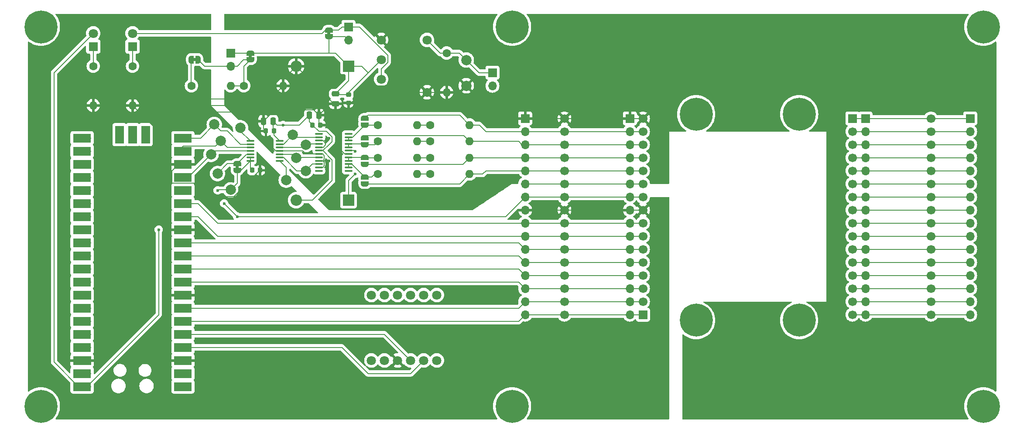
<source format=gbr>
G04 #@! TF.GenerationSoftware,KiCad,Pcbnew,8.0.6*
G04 #@! TF.CreationDate,2025-01-16T18:08:50-08:00*
G04 #@! TF.ProjectId,levitas,6c657669-7461-4732-9e6b-696361645f70,rev?*
G04 #@! TF.SameCoordinates,Original*
G04 #@! TF.FileFunction,Copper,L1,Top*
G04 #@! TF.FilePolarity,Positive*
%FSLAX46Y46*%
G04 Gerber Fmt 4.6, Leading zero omitted, Abs format (unit mm)*
G04 Created by KiCad (PCBNEW 8.0.6) date 2025-01-16 18:08:50*
%MOMM*%
%LPD*%
G01*
G04 APERTURE LIST*
G04 Aperture macros list*
%AMRoundRect*
0 Rectangle with rounded corners*
0 $1 Rounding radius*
0 $2 $3 $4 $5 $6 $7 $8 $9 X,Y pos of 4 corners*
0 Add a 4 corners polygon primitive as box body*
4,1,4,$2,$3,$4,$5,$6,$7,$8,$9,$2,$3,0*
0 Add four circle primitives for the rounded corners*
1,1,$1+$1,$2,$3*
1,1,$1+$1,$4,$5*
1,1,$1+$1,$6,$7*
1,1,$1+$1,$8,$9*
0 Add four rect primitives between the rounded corners*
20,1,$1+$1,$2,$3,$4,$5,0*
20,1,$1+$1,$4,$5,$6,$7,0*
20,1,$1+$1,$6,$7,$8,$9,0*
20,1,$1+$1,$8,$9,$2,$3,0*%
%AMFreePoly0*
4,1,19,0.500000,-0.750000,0.000000,-0.750000,0.000000,-0.744911,-0.071157,-0.744911,-0.207708,-0.704816,-0.327430,-0.627875,-0.420627,-0.520320,-0.479746,-0.390866,-0.500000,-0.250000,-0.500000,0.250000,-0.479746,0.390866,-0.420627,0.520320,-0.327430,0.627875,-0.207708,0.704816,-0.071157,0.744911,0.000000,0.744911,0.000000,0.750000,0.500000,0.750000,0.500000,-0.750000,0.500000,-0.750000,
$1*%
%AMFreePoly1*
4,1,19,0.000000,0.744911,0.071157,0.744911,0.207708,0.704816,0.327430,0.627875,0.420627,0.520320,0.479746,0.390866,0.500000,0.250000,0.500000,-0.250000,0.479746,-0.390866,0.420627,-0.520320,0.327430,-0.627875,0.207708,-0.704816,0.071157,-0.744911,0.000000,-0.744911,0.000000,-0.750000,-0.500000,-0.750000,-0.500000,0.750000,0.000000,0.750000,0.000000,0.744911,0.000000,0.744911,
$1*%
G04 Aperture macros list end*
G04 #@! TA.AperFunction,EtchedComponent*
%ADD10C,0.000000*%
G04 #@! TD*
G04 #@! TA.AperFunction,ComponentPad*
%ADD11C,0.800000*%
G04 #@! TD*
G04 #@! TA.AperFunction,ComponentPad*
%ADD12C,6.400000*%
G04 #@! TD*
G04 #@! TA.AperFunction,ComponentPad*
%ADD13C,1.600000*%
G04 #@! TD*
G04 #@! TA.AperFunction,ComponentPad*
%ADD14O,1.600000X1.600000*%
G04 #@! TD*
G04 #@! TA.AperFunction,ComponentPad*
%ADD15R,1.700000X1.700000*%
G04 #@! TD*
G04 #@! TA.AperFunction,ComponentPad*
%ADD16O,1.700000X1.700000*%
G04 #@! TD*
G04 #@! TA.AperFunction,SMDPad,CuDef*
%ADD17FreePoly0,90.000000*%
G04 #@! TD*
G04 #@! TA.AperFunction,SMDPad,CuDef*
%ADD18FreePoly1,90.000000*%
G04 #@! TD*
G04 #@! TA.AperFunction,SMDPad,CuDef*
%ADD19C,2.000000*%
G04 #@! TD*
G04 #@! TA.AperFunction,SMDPad,CuDef*
%ADD20FreePoly0,270.000000*%
G04 #@! TD*
G04 #@! TA.AperFunction,SMDPad,CuDef*
%ADD21FreePoly1,270.000000*%
G04 #@! TD*
G04 #@! TA.AperFunction,SMDPad,CuDef*
%ADD22RoundRect,0.250000X-0.475000X0.250000X-0.475000X-0.250000X0.475000X-0.250000X0.475000X0.250000X0*%
G04 #@! TD*
G04 #@! TA.AperFunction,SMDPad,CuDef*
%ADD23FreePoly0,180.000000*%
G04 #@! TD*
G04 #@! TA.AperFunction,SMDPad,CuDef*
%ADD24FreePoly1,180.000000*%
G04 #@! TD*
G04 #@! TA.AperFunction,SMDPad,CuDef*
%ADD25RoundRect,0.100000X-0.637500X-0.100000X0.637500X-0.100000X0.637500X0.100000X-0.637500X0.100000X0*%
G04 #@! TD*
G04 #@! TA.AperFunction,SMDPad,CuDef*
%ADD26RoundRect,0.225000X0.225000X0.250000X-0.225000X0.250000X-0.225000X-0.250000X0.225000X-0.250000X0*%
G04 #@! TD*
G04 #@! TA.AperFunction,SMDPad,CuDef*
%ADD27RoundRect,0.250000X0.250000X0.475000X-0.250000X0.475000X-0.250000X-0.475000X0.250000X-0.475000X0*%
G04 #@! TD*
G04 #@! TA.AperFunction,ComponentPad*
%ADD28C,1.700000*%
G04 #@! TD*
G04 #@! TA.AperFunction,ComponentPad*
%ADD29C,1.800000*%
G04 #@! TD*
G04 #@! TA.AperFunction,SMDPad,CuDef*
%ADD30RoundRect,0.100000X0.637500X0.100000X-0.637500X0.100000X-0.637500X-0.100000X0.637500X-0.100000X0*%
G04 #@! TD*
G04 #@! TA.AperFunction,SMDPad,CuDef*
%ADD31RoundRect,0.250000X-0.250000X-0.475000X0.250000X-0.475000X0.250000X0.475000X-0.250000X0.475000X0*%
G04 #@! TD*
G04 #@! TA.AperFunction,ComponentPad*
%ADD32R,1.800000X1.800000*%
G04 #@! TD*
G04 #@! TA.AperFunction,SMDPad,CuDef*
%ADD33RoundRect,0.225000X-0.225000X-0.250000X0.225000X-0.250000X0.225000X0.250000X-0.225000X0.250000X0*%
G04 #@! TD*
G04 #@! TA.AperFunction,SMDPad,CuDef*
%ADD34R,3.500000X1.700000*%
G04 #@! TD*
G04 #@! TA.AperFunction,SMDPad,CuDef*
%ADD35R,1.700000X3.500000*%
G04 #@! TD*
G04 #@! TA.AperFunction,ComponentPad*
%ADD36R,2.200000X2.200000*%
G04 #@! TD*
G04 #@! TA.AperFunction,ComponentPad*
%ADD37O,2.200000X2.200000*%
G04 #@! TD*
G04 #@! TA.AperFunction,SMDPad,CuDef*
%ADD38RoundRect,0.225000X-0.250000X0.225000X-0.250000X-0.225000X0.250000X-0.225000X0.250000X0.225000X0*%
G04 #@! TD*
G04 #@! TA.AperFunction,ComponentPad*
%ADD39C,2.000000*%
G04 #@! TD*
G04 #@! TA.AperFunction,ViaPad*
%ADD40C,0.600000*%
G04 #@! TD*
G04 #@! TA.AperFunction,Conductor*
%ADD41C,0.200000*%
G04 #@! TD*
G04 APERTURE END LIST*
D10*
G04 #@! TA.AperFunction,EtchedComponent*
G04 #@! TO.C,JP3*
G36*
X114600000Y-59940000D02*
G01*
X114000000Y-59940000D01*
X114000000Y-59440000D01*
X114600000Y-59440000D01*
X114600000Y-59940000D01*
G37*
G04 #@! TD.AperFunction*
G04 #@! TA.AperFunction,EtchedComponent*
G04 #@! TO.C,JP7*
G36*
X88500000Y-65070000D02*
G01*
X88000000Y-65070000D01*
X88000000Y-64470000D01*
X88500000Y-64470000D01*
X88500000Y-65070000D01*
G37*
G04 #@! TD.AperFunction*
G04 #@! TA.AperFunction,EtchedComponent*
G04 #@! TO.C,JP1*
G36*
X96815000Y-85885000D02*
G01*
X96215000Y-85885000D01*
X96215000Y-85385000D01*
X96815000Y-85385000D01*
X96815000Y-85885000D01*
G37*
G04 #@! TD.AperFunction*
G04 #@! TA.AperFunction,EtchedComponent*
G04 #@! TO.C,JP6*
G36*
X99360000Y-64400000D02*
G01*
X98760000Y-64400000D01*
X98760000Y-63900000D01*
X99360000Y-63900000D01*
X99360000Y-64400000D01*
G37*
G04 #@! TD.AperFunction*
G04 #@! TD*
D11*
G04 #@! TO.P,REF\u002A\u002A,1*
G04 #@! TO.N,N/C*
X238900000Y-132080000D03*
X239602944Y-130382944D03*
X239602944Y-133777056D03*
X241300000Y-129680000D03*
D12*
X241300000Y-132080000D03*
D11*
X241300000Y-134480000D03*
X242997056Y-130382944D03*
X242997056Y-133777056D03*
X243700000Y-132080000D03*
G04 #@! TD*
D13*
G04 #@! TO.P,R2,1*
G04 #@! TO.N,Net-(D1-K)*
X76200000Y-66040000D03*
D14*
G04 #@! TO.P,R2,2*
G04 #@! TO.N,HV-*
X76200000Y-73660000D03*
G04 #@! TD*
D15*
G04 #@! TO.P,JP2,1,A*
G04 #@! TO.N,Net-(JP2-A)*
X146050000Y-67310000D03*
D16*
G04 #@! TO.P,JP2,2,B*
G04 #@! TO.N,HV+*
X146050000Y-69850000D03*
G04 #@! TD*
D13*
G04 #@! TO.P,F4,1*
G04 #@! TO.N,Net-(F4-Pad1)*
X133985000Y-86995000D03*
D14*
G04 #@! TO.P,F4,2*
G04 #@! TO.N,HV4*
X141605000Y-86995000D03*
G04 #@! TD*
D13*
G04 #@! TO.P,F2,1*
G04 #@! TO.N,Net-(F2-Pad1)*
X133985000Y-80645000D03*
D14*
G04 #@! TO.P,F2,2*
G04 #@! TO.N,HV2*
X141605000Y-80645000D03*
G04 #@! TD*
D13*
G04 #@! TO.P,F1,1*
G04 #@! TO.N,Net-(F1-Pad1)*
X133985000Y-77470000D03*
D14*
G04 #@! TO.P,F1,2*
G04 #@! TO.N,HV1*
X141605000Y-77470000D03*
G04 #@! TD*
D13*
G04 #@! TO.P,R8,1*
G04 #@! TO.N,Net-(JP11-A)*
X123825000Y-86995000D03*
D14*
G04 #@! TO.P,R8,2*
G04 #@! TO.N,Net-(F4-Pad1)*
X131445000Y-86995000D03*
G04 #@! TD*
D17*
G04 #@! TO.P,JP9,1,A*
G04 #@! TO.N,Net-(JP9-A)*
X121285000Y-81280000D03*
D18*
G04 #@! TO.P,JP9,2,B*
G04 #@! TO.N,HV2*
X121285000Y-79980000D03*
G04 #@! TD*
D11*
G04 #@! TO.P,REF\u002A\u002A,1*
G04 #@! TO.N,N/C*
X203160000Y-115390000D03*
X203862944Y-113692944D03*
X203862944Y-117087056D03*
X205560000Y-112990000D03*
D12*
X205560000Y-115390000D03*
D11*
X205560000Y-117790000D03*
X207257056Y-113692944D03*
X207257056Y-117087056D03*
X207960000Y-115390000D03*
G04 #@! TD*
D19*
G04 #@! TO.P,J13,1,Pin_1*
G04 #@! TO.N,CS-m*
X91440000Y-83185000D03*
G04 #@! TD*
D20*
G04 #@! TO.P,JP3,1,A*
G04 #@! TO.N,Net-(D1-A)*
X114300000Y-59040000D03*
D21*
G04 #@! TO.P,JP3,2,B*
G04 #@! TO.N,Net-(D2-K)*
X114300000Y-60340000D03*
G04 #@! TD*
D22*
G04 #@! TO.P,C6,1*
G04 #@! TO.N,Net-(D2-K)*
X115570000Y-71440000D03*
G04 #@! TO.P,C6,2*
G04 #@! TO.N,HV-*
X115570000Y-73340000D03*
G04 #@! TD*
D11*
G04 #@! TO.P,REF\u002A\u002A,1*
G04 #@! TO.N,N/C*
X183180000Y-75390000D03*
X183882944Y-73692944D03*
X183882944Y-77087056D03*
X185580000Y-72990000D03*
D12*
X185580000Y-75390000D03*
D11*
X185580000Y-77790000D03*
X187277056Y-73692944D03*
X187277056Y-77087056D03*
X187980000Y-75390000D03*
G04 #@! TD*
G04 #@! TO.P,REF\u002A\u002A,1*
G04 #@! TO.N,N/C*
X238900000Y-58420000D03*
X239602944Y-56722944D03*
X239602944Y-60117056D03*
X241300000Y-56020000D03*
D12*
X241300000Y-58420000D03*
D11*
X241300000Y-60820000D03*
X242997056Y-56722944D03*
X242997056Y-60117056D03*
X243700000Y-58420000D03*
G04 #@! TD*
D23*
G04 #@! TO.P,JP7,1,A*
G04 #@! TO.N,Net-(JP5-B)*
X88900000Y-64770000D03*
D24*
G04 #@! TO.P,JP7,2,B*
G04 #@! TO.N,+5V*
X87600000Y-64770000D03*
G04 #@! TD*
D20*
G04 #@! TO.P,JP11,1,A*
G04 #@! TO.N,Net-(JP11-A)*
X121285000Y-87600000D03*
D21*
G04 #@! TO.P,JP11,2,B*
G04 #@! TO.N,HV4*
X121285000Y-88900000D03*
G04 #@! TD*
D25*
G04 #@! TO.P,U2,1,NC*
G04 #@! TO.N,unconnected-(U2-NC-Pad1)*
X112380000Y-79210000D03*
G04 #@! TO.P,U2,2,VIN1*
G04 #@! TO.N,DAC1*
X112380000Y-79860000D03*
G04 #@! TO.P,U2,3,RGND1*
G04 #@! TO.N,HV-*
X112380000Y-80510000D03*
G04 #@! TO.P,U2,4,VIN2*
G04 #@! TO.N,DAC2*
X112380000Y-81160000D03*
G04 #@! TO.P,U2,5,RGND2*
G04 #@! TO.N,HV-*
X112380000Y-81810000D03*
G04 #@! TO.P,U2,6,VDD*
G04 #@! TO.N,+5V*
X112380000Y-82460000D03*
G04 #@! TO.P,U2,7,GND*
G04 #@! TO.N,HV-*
X112380000Y-83110000D03*
G04 #@! TO.P,U2,8,VIN3*
G04 #@! TO.N,DAC3*
X112380000Y-83760000D03*
G04 #@! TO.P,U2,9,RGND3*
G04 #@! TO.N,HV-*
X112380000Y-84410000D03*
G04 #@! TO.P,U2,10,VIN4*
G04 #@! TO.N,DAC4*
X112380000Y-85060000D03*
G04 #@! TO.P,U2,11,RGND4*
G04 #@! TO.N,HV-*
X112380000Y-85710000D03*
G04 #@! TO.P,U2,12,NC*
G04 #@! TO.N,unconnected-(U2-NC-Pad12)*
X112380000Y-86360000D03*
G04 #@! TO.P,U2,13,NC*
G04 #@! TO.N,unconnected-(U2-NC-Pad13)*
X118105000Y-86360000D03*
G04 #@! TO.P,U2,14,FB4*
G04 #@! TO.N,Net-(JP11-A)*
X118105000Y-85710000D03*
G04 #@! TO.P,U2,15,VOUT4*
X118105000Y-85060000D03*
G04 #@! TO.P,U2,16,FB3*
G04 #@! TO.N,Net-(JP10-A)*
X118105000Y-84410000D03*
G04 #@! TO.P,U2,17,VOUT3*
X118105000Y-83760000D03*
G04 #@! TO.P,U2,18,HVGND*
G04 #@! TO.N,HV-*
X118105000Y-83110000D03*
G04 #@! TO.P,U2,19,VPP*
G04 #@! TO.N,HV+*
X118105000Y-82460000D03*
G04 #@! TO.P,U2,20,FB2*
G04 #@! TO.N,Net-(JP9-A)*
X118105000Y-81810000D03*
G04 #@! TO.P,U2,21,VOUT2*
X118105000Y-81160000D03*
G04 #@! TO.P,U2,22,FB1*
G04 #@! TO.N,Net-(JP8-A)*
X118105000Y-80510000D03*
G04 #@! TO.P,U2,23,VOUT1*
X118105000Y-79860000D03*
G04 #@! TO.P,U2,24,NC*
G04 #@! TO.N,unconnected-(U2-NC-Pad24)*
X118105000Y-79210000D03*
G04 #@! TD*
D26*
G04 #@! TO.P,C2,1*
G04 #@! TO.N,+5V*
X103640000Y-78650000D03*
G04 #@! TO.P,C2,2*
G04 #@! TO.N,HV-*
X102090000Y-78650000D03*
G04 #@! TD*
D19*
G04 #@! TO.P,J17,1,Pin_1*
G04 #@! TO.N,DAC1*
X107310000Y-79375000D03*
G04 #@! TD*
D11*
G04 #@! TO.P,REF\u002A\u002A,1*
G04 #@! TO.N,N/C*
X203180000Y-75357056D03*
X203882944Y-73660000D03*
X203882944Y-77054112D03*
X205580000Y-72957056D03*
D12*
X205580000Y-75357056D03*
D11*
X205580000Y-77757056D03*
X207277056Y-73660000D03*
X207277056Y-77054112D03*
X207980000Y-75357056D03*
G04 #@! TD*
D19*
G04 #@! TO.P,J15,1,Pin_1*
G04 #@! TO.N,DAC3*
X107945000Y-83820000D03*
G04 #@! TD*
D27*
G04 #@! TO.P,C3,1*
G04 #@! TO.N,+5V*
X103495000Y-76745000D03*
G04 #@! TO.P,C3,2*
G04 #@! TO.N,HV-*
X101595000Y-76745000D03*
G04 #@! TD*
D20*
G04 #@! TO.P,JP10,1,A*
G04 #@! TO.N,Net-(JP10-A)*
X121285000Y-83790000D03*
D21*
G04 #@! TO.P,JP10,2,B*
G04 #@! TO.N,HV3*
X121285000Y-85090000D03*
G04 #@! TD*
D15*
G04 #@! TO.P,J2,1,Pin_1*
G04 #@! TO.N,Net-(J2-Pin_1)*
X215900000Y-76200000D03*
D28*
G04 #@! TO.P,J2,2,Pin_2*
G04 #@! TO.N,Net-(J2-Pin_2)*
X215900000Y-78740000D03*
G04 #@! TO.P,J2,3,Pin_3*
G04 #@! TO.N,Net-(J2-Pin_3)*
X215900000Y-81280000D03*
G04 #@! TO.P,J2,4,Pin_4*
G04 #@! TO.N,Net-(J2-Pin_4)*
X215900000Y-83820000D03*
G04 #@! TO.P,J2,5,Pin_5*
G04 #@! TO.N,Net-(J2-Pin_5)*
X215900000Y-86360000D03*
G04 #@! TO.P,J2,6,Pin_6*
G04 #@! TO.N,Net-(J2-Pin_6)*
X215900000Y-88900000D03*
G04 #@! TO.P,J2,7,Pin_7*
G04 #@! TO.N,Net-(J2-Pin_7)*
X215900000Y-91440000D03*
G04 #@! TO.P,J2,8,Pin_8*
G04 #@! TO.N,Net-(J2-Pin_8)*
X215900000Y-93980000D03*
G04 #@! TO.P,J2,9,Pin_9*
G04 #@! TO.N,Net-(J2-Pin_9)*
X215900000Y-96520000D03*
G04 #@! TO.P,J2,10,Pin_10*
G04 #@! TO.N,Net-(J2-Pin_10)*
X215900000Y-99060000D03*
G04 #@! TO.P,J2,11,Pin_11*
G04 #@! TO.N,Net-(J2-Pin_11)*
X215900000Y-101600000D03*
G04 #@! TO.P,J2,12,Pin_12*
G04 #@! TO.N,Net-(J2-Pin_12)*
X215900000Y-104140000D03*
G04 #@! TO.P,J2,13,Pin_13*
G04 #@! TO.N,Net-(J2-Pin_13)*
X215900000Y-106680000D03*
G04 #@! TO.P,J2,14,Pin_14*
G04 #@! TO.N,Net-(J2-Pin_14)*
X215900000Y-109220000D03*
G04 #@! TO.P,J2,15,Pin_15*
G04 #@! TO.N,Net-(J2-Pin_15)*
X215900000Y-111760000D03*
G04 #@! TO.P,J2,16,Pin_16*
G04 #@! TO.N,Net-(J2-Pin_16)*
X215900000Y-114300000D03*
G04 #@! TO.P,J2,17*
X231140000Y-114300000D03*
G04 #@! TO.P,J2,18*
G04 #@! TO.N,Net-(J2-Pin_15)*
X231140000Y-111760000D03*
G04 #@! TO.P,J2,19*
G04 #@! TO.N,Net-(J2-Pin_14)*
X231140000Y-109220000D03*
G04 #@! TO.P,J2,20*
G04 #@! TO.N,Net-(J2-Pin_13)*
X231140000Y-106680000D03*
G04 #@! TO.P,J2,21*
G04 #@! TO.N,Net-(J2-Pin_12)*
X231140000Y-104140000D03*
G04 #@! TO.P,J2,22*
G04 #@! TO.N,Net-(J2-Pin_11)*
X231140000Y-101600000D03*
G04 #@! TO.P,J2,23*
G04 #@! TO.N,Net-(J2-Pin_10)*
X231140000Y-99060000D03*
G04 #@! TO.P,J2,24*
G04 #@! TO.N,Net-(J2-Pin_9)*
X231140000Y-96520000D03*
G04 #@! TO.P,J2,25*
G04 #@! TO.N,Net-(J2-Pin_8)*
X231140000Y-93980000D03*
G04 #@! TO.P,J2,26*
G04 #@! TO.N,Net-(J2-Pin_7)*
X231140000Y-91440000D03*
G04 #@! TO.P,J2,27*
G04 #@! TO.N,Net-(J2-Pin_6)*
X231140000Y-88900000D03*
G04 #@! TO.P,J2,28*
G04 #@! TO.N,Net-(J2-Pin_5)*
X231140000Y-86360000D03*
G04 #@! TO.P,J2,29*
G04 #@! TO.N,Net-(J2-Pin_4)*
X231140000Y-83820000D03*
G04 #@! TO.P,J2,30*
G04 #@! TO.N,Net-(J2-Pin_3)*
X231140000Y-81280000D03*
G04 #@! TO.P,J2,31*
G04 #@! TO.N,Net-(J2-Pin_2)*
X231140000Y-78740000D03*
G04 #@! TO.P,J2,32*
G04 #@! TO.N,Net-(J2-Pin_1)*
X231140000Y-76200000D03*
G04 #@! TD*
D11*
G04 #@! TO.P,REF\u002A\u002A,1*
G04 #@! TO.N,N/C*
X56020000Y-58420000D03*
X56722944Y-56722944D03*
X56722944Y-60117056D03*
X58420000Y-56020000D03*
D12*
X58420000Y-58420000D03*
D11*
X58420000Y-60820000D03*
X60117056Y-56722944D03*
X60117056Y-60117056D03*
X60820000Y-58420000D03*
G04 #@! TD*
D19*
G04 #@! TO.P,J16,1,Pin_1*
G04 #@! TO.N,DAC2*
X109850000Y-81280000D03*
G04 #@! TD*
D15*
G04 #@! TO.P,JP5,1,A*
G04 #@! TO.N,Net-(D2-K)*
X95250000Y-63500000D03*
D16*
G04 #@! TO.P,JP5,2,B*
G04 #@! TO.N,Net-(JP5-B)*
X95250000Y-66040000D03*
G04 #@! TD*
D15*
G04 #@! TO.P,J1,1,Pin_1*
G04 #@! TO.N,MISO-d*
X175260000Y-114300000D03*
D28*
G04 #@! TO.P,J1,2,Pin_2*
G04 #@! TO.N,CS-d*
X175260000Y-111760000D03*
G04 #@! TO.P,J1,3,Pin_3*
G04 #@! TO.N,SCLK-d*
X175260000Y-109220000D03*
G04 #@! TO.P,J1,4,Pin_4*
G04 #@! TO.N,MOSI-d*
X175260000Y-106680000D03*
G04 #@! TO.P,J1,5,Pin_5*
G04 #@! TO.N,SDA-d*
X175260000Y-104140000D03*
G04 #@! TO.P,J1,6,Pin_6*
G04 #@! TO.N,SCL-d*
X175260000Y-101600000D03*
G04 #@! TO.P,J1,7,Pin_7*
G04 #@! TO.N,SDA4-d*
X175260000Y-99060000D03*
G04 #@! TO.P,J1,8,Pin_8*
G04 #@! TO.N,SCL4-d*
X175260000Y-96520000D03*
G04 #@! TO.P,J1,9,Pin_9*
G04 #@! TO.N,HV-*
X175260000Y-93980000D03*
G04 #@! TO.P,J1,10,Pin_10*
G04 #@! TO.N,+3.3V*
X175260000Y-91440000D03*
G04 #@! TO.P,J1,11,Pin_11*
G04 #@! TO.N,HV+*
X175260000Y-88900000D03*
G04 #@! TO.P,J1,12,Pin_12*
G04 #@! TO.N,HV4*
X175260000Y-86360000D03*
G04 #@! TO.P,J1,13,Pin_13*
G04 #@! TO.N,HV3*
X175260000Y-83820000D03*
G04 #@! TO.P,J1,14,Pin_14*
G04 #@! TO.N,HV2*
X175260000Y-81280000D03*
G04 #@! TO.P,J1,15,Pin_15*
G04 #@! TO.N,HV1*
X175260000Y-78740000D03*
G04 #@! TO.P,J1,16,Pin_16*
G04 #@! TO.N,HV-*
X175260000Y-76200000D03*
G04 #@! TO.P,J1,17*
X160020000Y-76200000D03*
G04 #@! TO.P,J1,18*
G04 #@! TO.N,HV1*
X160020000Y-78740000D03*
G04 #@! TO.P,J1,19*
G04 #@! TO.N,HV2*
X160020000Y-81280000D03*
G04 #@! TO.P,J1,20*
G04 #@! TO.N,HV3*
X160020000Y-83820000D03*
G04 #@! TO.P,J1,21*
G04 #@! TO.N,HV4*
X160020000Y-86360000D03*
G04 #@! TO.P,J1,22*
G04 #@! TO.N,HV+*
X160020000Y-88900000D03*
G04 #@! TO.P,J1,23*
G04 #@! TO.N,+3.3V*
X160020000Y-91440000D03*
G04 #@! TO.P,J1,24*
G04 #@! TO.N,HV-*
X160020000Y-93980000D03*
G04 #@! TO.P,J1,25*
G04 #@! TO.N,SCL4-d*
X160020000Y-96520000D03*
G04 #@! TO.P,J1,26*
G04 #@! TO.N,SDA4-d*
X160020000Y-99060000D03*
G04 #@! TO.P,J1,27*
G04 #@! TO.N,SCL-d*
X160020000Y-101600000D03*
G04 #@! TO.P,J1,28*
G04 #@! TO.N,SDA-d*
X160020000Y-104140000D03*
G04 #@! TO.P,J1,29*
G04 #@! TO.N,MOSI-d*
X160020000Y-106680000D03*
G04 #@! TO.P,J1,30*
G04 #@! TO.N,SCLK-d*
X160020000Y-109220000D03*
G04 #@! TO.P,J1,31*
G04 #@! TO.N,CS-d*
X160020000Y-111760000D03*
G04 #@! TO.P,J1,32*
G04 #@! TO.N,MISO-d*
X160020000Y-114300000D03*
G04 #@! TD*
D19*
G04 #@! TO.P,J10,1,Pin_1*
G04 #@! TO.N,Net-(J10-Pin_1)*
X97150000Y-78015000D03*
G04 #@! TD*
D11*
G04 #@! TO.P,REF\u002A\u002A,1*
G04 #@! TO.N,N/C*
X56020000Y-132080000D03*
X56722944Y-130382944D03*
X56722944Y-133777056D03*
X58420000Y-129680000D03*
D12*
X58420000Y-132080000D03*
D11*
X58420000Y-134480000D03*
X60117056Y-130382944D03*
X60117056Y-133777056D03*
X60820000Y-132080000D03*
G04 #@! TD*
D15*
G04 #@! TO.P,J4,1,Pin_1*
G04 #@! TO.N,HV-*
X172720000Y-76200000D03*
D16*
G04 #@! TO.P,J4,2,Pin_2*
G04 #@! TO.N,HV1*
X172720000Y-78740000D03*
G04 #@! TO.P,J4,3,Pin_3*
G04 #@! TO.N,HV2*
X172720000Y-81280000D03*
G04 #@! TO.P,J4,4,Pin_4*
G04 #@! TO.N,HV3*
X172720000Y-83820000D03*
G04 #@! TO.P,J4,5,Pin_5*
G04 #@! TO.N,HV4*
X172720000Y-86360000D03*
G04 #@! TO.P,J4,6,Pin_6*
G04 #@! TO.N,HV+*
X172720000Y-88900000D03*
G04 #@! TO.P,J4,7,Pin_7*
G04 #@! TO.N,+3.3V*
X172720000Y-91440000D03*
G04 #@! TO.P,J4,8,Pin_8*
G04 #@! TO.N,HV-*
X172720000Y-93980000D03*
G04 #@! TO.P,J4,9,Pin_9*
G04 #@! TO.N,SCL4-d*
X172720000Y-96520000D03*
G04 #@! TO.P,J4,10,Pin_10*
G04 #@! TO.N,SDA4-d*
X172720000Y-99060000D03*
G04 #@! TO.P,J4,11,Pin_11*
G04 #@! TO.N,SCL-d*
X172720000Y-101600000D03*
G04 #@! TO.P,J4,12,Pin_12*
G04 #@! TO.N,SDA-d*
X172720000Y-104140000D03*
G04 #@! TO.P,J4,13,Pin_13*
G04 #@! TO.N,MOSI-d*
X172720000Y-106680000D03*
G04 #@! TO.P,J4,14,Pin_14*
G04 #@! TO.N,SCLK-d*
X172720000Y-109220000D03*
G04 #@! TO.P,J4,15,Pin_15*
G04 #@! TO.N,CS-d*
X172720000Y-111760000D03*
G04 #@! TO.P,J4,16,Pin_16*
G04 #@! TO.N,MISO-d*
X172720000Y-114300000D03*
G04 #@! TD*
D17*
G04 #@! TO.P,JP8,1,A*
G04 #@! TO.N,Net-(JP8-A)*
X121285000Y-77470000D03*
D18*
G04 #@! TO.P,JP8,2,B*
G04 #@! TO.N,HV1*
X121285000Y-76170000D03*
G04 #@! TD*
D15*
G04 #@! TO.P,J6,1,Pin_1*
G04 #@! TO.N,Net-(J2-Pin_1)*
X238760000Y-76200000D03*
D16*
G04 #@! TO.P,J6,2,Pin_2*
G04 #@! TO.N,Net-(J2-Pin_2)*
X238760000Y-78740000D03*
G04 #@! TO.P,J6,3,Pin_3*
G04 #@! TO.N,Net-(J2-Pin_3)*
X238760000Y-81280000D03*
G04 #@! TO.P,J6,4,Pin_4*
G04 #@! TO.N,Net-(J2-Pin_4)*
X238760000Y-83820000D03*
G04 #@! TO.P,J6,5,Pin_5*
G04 #@! TO.N,Net-(J2-Pin_5)*
X238760000Y-86360000D03*
G04 #@! TO.P,J6,6,Pin_6*
G04 #@! TO.N,Net-(J2-Pin_6)*
X238760000Y-88900000D03*
G04 #@! TO.P,J6,7,Pin_7*
G04 #@! TO.N,Net-(J2-Pin_7)*
X238760000Y-91440000D03*
G04 #@! TO.P,J6,8,Pin_8*
G04 #@! TO.N,Net-(J2-Pin_8)*
X238760000Y-93980000D03*
G04 #@! TO.P,J6,9,Pin_9*
G04 #@! TO.N,Net-(J2-Pin_9)*
X238760000Y-96520000D03*
G04 #@! TO.P,J6,10,Pin_10*
G04 #@! TO.N,Net-(J2-Pin_10)*
X238760000Y-99060000D03*
G04 #@! TO.P,J6,11,Pin_11*
G04 #@! TO.N,Net-(J2-Pin_11)*
X238760000Y-101600000D03*
G04 #@! TO.P,J6,12,Pin_12*
G04 #@! TO.N,Net-(J2-Pin_12)*
X238760000Y-104140000D03*
G04 #@! TO.P,J6,13,Pin_13*
G04 #@! TO.N,Net-(J2-Pin_13)*
X238760000Y-106680000D03*
G04 #@! TO.P,J6,14,Pin_14*
G04 #@! TO.N,Net-(J2-Pin_14)*
X238760000Y-109220000D03*
G04 #@! TO.P,J6,15,Pin_15*
G04 #@! TO.N,Net-(J2-Pin_15)*
X238760000Y-111760000D03*
G04 #@! TO.P,J6,16,Pin_16*
G04 #@! TO.N,Net-(J2-Pin_16)*
X238760000Y-114300000D03*
G04 #@! TD*
D29*
G04 #@! TO.P,U5,*
G04 #@! TO.N,*
X122555000Y-110490000D03*
X125095000Y-110490000D03*
X127635000Y-110490000D03*
X130175000Y-110490000D03*
X132715000Y-110490000D03*
X135255000Y-110490000D03*
G04 #@! TO.P,U5,1,Vin*
G04 #@! TO.N,+3.3V*
X122555000Y-123190000D03*
G04 #@! TO.P,U5,2,3Vo*
G04 #@! TO.N,unconnected-(U5-3Vo-Pad2)*
X125095000Y-123190000D03*
G04 #@! TO.P,U5,3,GND*
G04 #@! TO.N,HV-*
X127635000Y-123190000D03*
G04 #@! TO.P,U5,4,SCL*
G04 #@! TO.N,SCL-m*
X130175000Y-123190000D03*
G04 #@! TO.P,U5,5,SDA*
G04 #@! TO.N,SDA-m*
X132715000Y-123190000D03*
G04 #@! TO.P,U5,6,INT*
G04 #@! TO.N,unconnected-(U5-INT-Pad6)*
X135255000Y-123190000D03*
G04 #@! TD*
D17*
G04 #@! TO.P,JP1,1,A*
G04 #@! TO.N,+3.3V*
X96515000Y-86285000D03*
D18*
G04 #@! TO.P,JP1,2,B*
G04 #@! TO.N,Net-(J7-Pin_1)*
X96515000Y-84985000D03*
G04 #@! TD*
D30*
G04 #@! TO.P,U4,1,VREF*
G04 #@! TO.N,Net-(J9-Pin_1)*
X104770000Y-84455000D03*
G04 #@! TO.P,U4,2,OUTA*
G04 #@! TO.N,DAC4*
X104770000Y-83805000D03*
G04 #@! TO.P,U4,3,OUTB*
G04 #@! TO.N,DAC3*
X104770000Y-83155000D03*
G04 #@! TO.P,U4,4,GND*
G04 #@! TO.N,HV-*
X104770000Y-82505000D03*
G04 #@! TO.P,U4,5,OUTC*
G04 #@! TO.N,DAC2*
X104770000Y-81855000D03*
G04 #@! TO.P,U4,6,OUTD*
G04 #@! TO.N,DAC1*
X104770000Y-81205000D03*
G04 #@! TO.P,U4,7,VDD*
G04 #@! TO.N,+5V*
X104770000Y-80555000D03*
G04 #@! TO.P,U4,8,nRDY*
G04 #@! TO.N,Net-(J10-Pin_1)*
X99045000Y-80555000D03*
G04 #@! TO.P,U4,9,DIN*
G04 #@! TO.N,MOSI-m*
X99045000Y-81205000D03*
G04 #@! TO.P,U4,10,SCLK*
G04 #@! TO.N,SCLK-m*
X99045000Y-81855000D03*
G04 #@! TO.P,U4,11,CSB*
G04 #@! TO.N,CS-m*
X99045000Y-82505000D03*
G04 #@! TO.P,U4,12,nCLR*
G04 #@! TO.N,Net-(J7-Pin_1)*
X99045000Y-83155000D03*
G04 #@! TO.P,U4,13,VDDIO*
G04 #@! TO.N,+3.3V*
X99045000Y-83805000D03*
G04 #@! TO.P,U4,14,nLDAC*
X99045000Y-84455000D03*
G04 #@! TD*
D15*
G04 #@! TO.P,JP4,1,A*
G04 #@! TO.N,Net-(D1-A)*
X118110000Y-58420000D03*
D16*
G04 #@! TO.P,JP4,2,B*
G04 #@! TO.N,Net-(D2-K)*
X118110000Y-60960000D03*
G04 #@! TD*
D13*
G04 #@! TO.P,F3,1*
G04 #@! TO.N,Net-(F3-Pad1)*
X133985000Y-83820000D03*
D14*
G04 #@! TO.P,F3,2*
G04 #@! TO.N,HV3*
X141605000Y-83820000D03*
G04 #@! TD*
D31*
G04 #@! TO.P,C8,1*
G04 #@! TO.N,+5V*
X110490000Y-75565000D03*
G04 #@! TO.P,C8,2*
G04 #@! TO.N,HV-*
X112390000Y-75565000D03*
G04 #@! TD*
D13*
G04 #@! TO.P,R4,1*
G04 #@! TO.N,Net-(JP5-B)*
X97790000Y-69850000D03*
D14*
G04 #@! TO.P,R4,2*
G04 #@! TO.N,HV-*
X105410000Y-69850000D03*
G04 #@! TD*
D19*
G04 #@! TO.P,J9,1,Pin_1*
G04 #@! TO.N,Net-(J9-Pin_1)*
X106040000Y-88175000D03*
G04 #@! TD*
D15*
G04 #@! TO.P,J5,1,Pin_1*
G04 #@! TO.N,Net-(J2-Pin_1)*
X218440000Y-76200000D03*
D16*
G04 #@! TO.P,J5,2,Pin_2*
G04 #@! TO.N,Net-(J2-Pin_2)*
X218440000Y-78740000D03*
G04 #@! TO.P,J5,3,Pin_3*
G04 #@! TO.N,Net-(J2-Pin_3)*
X218440000Y-81280000D03*
G04 #@! TO.P,J5,4,Pin_4*
G04 #@! TO.N,Net-(J2-Pin_4)*
X218440000Y-83820000D03*
G04 #@! TO.P,J5,5,Pin_5*
G04 #@! TO.N,Net-(J2-Pin_5)*
X218440000Y-86360000D03*
G04 #@! TO.P,J5,6,Pin_6*
G04 #@! TO.N,Net-(J2-Pin_6)*
X218440000Y-88900000D03*
G04 #@! TO.P,J5,7,Pin_7*
G04 #@! TO.N,Net-(J2-Pin_7)*
X218440000Y-91440000D03*
G04 #@! TO.P,J5,8,Pin_8*
G04 #@! TO.N,Net-(J2-Pin_8)*
X218440000Y-93980000D03*
G04 #@! TO.P,J5,9,Pin_9*
G04 #@! TO.N,Net-(J2-Pin_9)*
X218440000Y-96520000D03*
G04 #@! TO.P,J5,10,Pin_10*
G04 #@! TO.N,Net-(J2-Pin_10)*
X218440000Y-99060000D03*
G04 #@! TO.P,J5,11,Pin_11*
G04 #@! TO.N,Net-(J2-Pin_11)*
X218440000Y-101600000D03*
G04 #@! TO.P,J5,12,Pin_12*
G04 #@! TO.N,Net-(J2-Pin_12)*
X218440000Y-104140000D03*
G04 #@! TO.P,J5,13,Pin_13*
G04 #@! TO.N,Net-(J2-Pin_13)*
X218440000Y-106680000D03*
G04 #@! TO.P,J5,14,Pin_14*
G04 #@! TO.N,Net-(J2-Pin_14)*
X218440000Y-109220000D03*
G04 #@! TO.P,J5,15,Pin_15*
G04 #@! TO.N,Net-(J2-Pin_15)*
X218440000Y-111760000D03*
G04 #@! TO.P,J5,16,Pin_16*
G04 #@! TO.N,Net-(J2-Pin_16)*
X218440000Y-114300000D03*
G04 #@! TD*
D13*
G04 #@! TO.P,R3,1*
G04 #@! TO.N,Net-(JP2-A)*
X137160000Y-63500000D03*
D14*
G04 #@! TO.P,R3,2*
G04 #@! TO.N,HV-*
X137160000Y-71120000D03*
G04 #@! TD*
D32*
G04 #@! TO.P,D4,1,K*
G04 #@! TO.N,Net-(D4-K)*
X68580000Y-62230000D03*
D29*
G04 #@! TO.P,D4,2,A*
G04 #@! TO.N,+5V*
X68580000Y-59690000D03*
G04 #@! TD*
D33*
G04 #@! TO.P,C7,1*
G04 #@! TO.N,+5V*
X111120000Y-77470000D03*
G04 #@! TO.P,C7,2*
G04 #@! TO.N,HV-*
X112670000Y-77470000D03*
G04 #@! TD*
D19*
G04 #@! TO.P,J12,1,Pin_1*
G04 #@! TO.N,SCLK-m*
X93340000Y-80555000D03*
G04 #@! TD*
D32*
G04 #@! TO.P,D1,1,K*
G04 #@! TO.N,Net-(D1-K)*
X76200000Y-62230000D03*
D29*
G04 #@! TO.P,D1,2,A*
G04 #@! TO.N,Net-(D1-A)*
X76200000Y-59690000D03*
G04 #@! TD*
D11*
G04 #@! TO.P,REF\u002A\u002A,1*
G04 #@! TO.N,N/C*
X147460000Y-58420000D03*
X148162944Y-56722944D03*
X148162944Y-60117056D03*
X149860000Y-56020000D03*
D12*
X149860000Y-58420000D03*
D11*
X149860000Y-60820000D03*
X151557056Y-56722944D03*
X151557056Y-60117056D03*
X152260000Y-58420000D03*
G04 #@! TD*
D29*
G04 #@! TO.P,U3,1,In(-)*
G04 #@! TO.N,HV-*
X124460000Y-60960000D03*
G04 #@! TO.P,U3,2,In(+)*
G04 #@! TO.N,Net-(D2-K)*
X124460000Y-64770000D03*
G04 #@! TO.P,U3,3,HVOut(+)*
G04 #@! TO.N,Net-(JP2-A)*
X133350000Y-60960000D03*
G04 #@! TO.P,U3,4,HVOut(-)*
G04 #@! TO.N,HV-*
X133350000Y-71120000D03*
G04 #@! TO.P,U3,6,control*
G04 #@! TO.N,Net-(D1-A)*
X124460000Y-68580000D03*
G04 #@! TD*
D13*
G04 #@! TO.P,R1,1*
G04 #@! TO.N,+5V*
X87630000Y-69850000D03*
D14*
G04 #@! TO.P,R1,2*
G04 #@! TO.N,Net-(JP5-B)*
X95250000Y-69850000D03*
G04 #@! TD*
D20*
G04 #@! TO.P,JP6,1,A*
G04 #@! TO.N,Net-(D2-K)*
X99060000Y-63500000D03*
D21*
G04 #@! TO.P,JP6,2,B*
G04 #@! TO.N,Net-(JP5-B)*
X99060000Y-64800000D03*
G04 #@! TD*
D19*
G04 #@! TO.P,J11,1,Pin_1*
G04 #@! TO.N,MOSI-m*
X92070000Y-77380000D03*
G04 #@! TD*
D13*
G04 #@! TO.P,R6,1*
G04 #@! TO.N,Net-(JP9-A)*
X123825000Y-80645000D03*
D14*
G04 #@! TO.P,R6,2*
G04 #@! TO.N,Net-(F2-Pad1)*
X131445000Y-80645000D03*
G04 #@! TD*
D11*
G04 #@! TO.P,REF\u002A\u002A,1*
G04 #@! TO.N,N/C*
X183180000Y-115390000D03*
X183882944Y-113692944D03*
X183882944Y-117087056D03*
X185580000Y-112990000D03*
D12*
X185580000Y-115390000D03*
D11*
X185580000Y-117790000D03*
X187277056Y-113692944D03*
X187277056Y-117087056D03*
X187980000Y-115390000D03*
G04 #@! TD*
G04 #@! TO.P,REF\u002A\u002A,1*
G04 #@! TO.N,N/C*
X147460000Y-132080000D03*
X148162944Y-130382944D03*
X148162944Y-133777056D03*
X149860000Y-129680000D03*
D12*
X149860000Y-132080000D03*
D11*
X149860000Y-134480000D03*
X151557056Y-130382944D03*
X151557056Y-133777056D03*
X152260000Y-132080000D03*
G04 #@! TD*
D16*
G04 #@! TO.P,U1,1,GPIO0*
G04 #@! TO.N,unconnected-(U1-GPIO0-Pad1)*
X85090000Y-128270000D03*
D34*
X85990000Y-128270000D03*
D16*
G04 #@! TO.P,U1,2,GPIO1*
G04 #@! TO.N,unconnected-(U1-GPIO1-Pad2)*
X85090000Y-125730000D03*
D34*
X85990000Y-125730000D03*
D15*
G04 #@! TO.P,U1,3,GND*
G04 #@! TO.N,HV-*
X85090000Y-123190000D03*
D34*
X85990000Y-123190000D03*
D16*
G04 #@! TO.P,U1,4,GPIO2*
G04 #@! TO.N,SDA-m*
X85090000Y-120650000D03*
D34*
X85990000Y-120650000D03*
D16*
G04 #@! TO.P,U1,5,GPIO3*
G04 #@! TO.N,SCL-m*
X85090000Y-118110000D03*
D34*
X85990000Y-118110000D03*
D16*
G04 #@! TO.P,U1,6,GPIO4*
G04 #@! TO.N,MISO-d*
X85090000Y-115570000D03*
D34*
X85990000Y-115570000D03*
D16*
G04 #@! TO.P,U1,7,GPIO5*
G04 #@! TO.N,CS-d*
X85090000Y-113030000D03*
D34*
X85990000Y-113030000D03*
D15*
G04 #@! TO.P,U1,8,GND*
G04 #@! TO.N,HV-*
X85090000Y-110490000D03*
D34*
X85990000Y-110490000D03*
D16*
G04 #@! TO.P,U1,9,GPIO6*
G04 #@! TO.N,SCLK-d*
X85090000Y-107950000D03*
D34*
X85990000Y-107950000D03*
D16*
G04 #@! TO.P,U1,10,GPIO7*
G04 #@! TO.N,MOSI-d*
X85090000Y-105410000D03*
D34*
X85990000Y-105410000D03*
D16*
G04 #@! TO.P,U1,11,GPIO8*
G04 #@! TO.N,SDA-d*
X85090000Y-102870000D03*
D34*
X85990000Y-102870000D03*
D16*
G04 #@! TO.P,U1,12,GPIO9*
G04 #@! TO.N,SCL-d*
X85090000Y-100330000D03*
D34*
X85990000Y-100330000D03*
D15*
G04 #@! TO.P,U1,13,GND*
G04 #@! TO.N,HV-*
X85090000Y-97790000D03*
D34*
X85990000Y-97790000D03*
D16*
G04 #@! TO.P,U1,14,GPIO10*
G04 #@! TO.N,SDA4-d*
X85090000Y-95250000D03*
D34*
X85990000Y-95250000D03*
D16*
G04 #@! TO.P,U1,15,GPIO11*
G04 #@! TO.N,SCL4-d*
X85090000Y-92710000D03*
D34*
X85990000Y-92710000D03*
D16*
G04 #@! TO.P,U1,16,GPIO12*
G04 #@! TO.N,unconnected-(U1-GPIO12-Pad16)*
X85090000Y-90170000D03*
D34*
X85990000Y-90170000D03*
D16*
G04 #@! TO.P,U1,17,GPIO13*
G04 #@! TO.N,CS-m*
X85090000Y-87630000D03*
D34*
X85990000Y-87630000D03*
D15*
G04 #@! TO.P,U1,18,GND*
G04 #@! TO.N,HV-*
X85090000Y-85090000D03*
D34*
X85990000Y-85090000D03*
D16*
G04 #@! TO.P,U1,19,GPIO14*
G04 #@! TO.N,SCLK-m*
X85090000Y-82550000D03*
D34*
X85990000Y-82550000D03*
D16*
G04 #@! TO.P,U1,20,GPIO15*
G04 #@! TO.N,MOSI-m*
X85090000Y-80010000D03*
D34*
X85990000Y-80010000D03*
D16*
G04 #@! TO.P,U1,21,GPIO16*
G04 #@! TO.N,unconnected-(U1-GPIO16-Pad21)*
X67310000Y-80010000D03*
D34*
X66410000Y-80010000D03*
D16*
G04 #@! TO.P,U1,22,GPIO17*
G04 #@! TO.N,unconnected-(U1-GPIO17-Pad22)*
X67310000Y-82550000D03*
D34*
X66410000Y-82550000D03*
D15*
G04 #@! TO.P,U1,23,GND*
G04 #@! TO.N,unconnected-(U1-GND-Pad23)*
X67310000Y-85090000D03*
D34*
X66410000Y-85090000D03*
D16*
G04 #@! TO.P,U1,24,GPIO18*
G04 #@! TO.N,unconnected-(U1-GPIO18-Pad24)*
X67310000Y-87630000D03*
D34*
X66410000Y-87630000D03*
D16*
G04 #@! TO.P,U1,25,GPIO19*
G04 #@! TO.N,unconnected-(U1-GPIO19-Pad25)*
X67310000Y-90170000D03*
D34*
X66410000Y-90170000D03*
D16*
G04 #@! TO.P,U1,26,GPIO20*
G04 #@! TO.N,unconnected-(U1-GPIO20-Pad26)*
X67310000Y-92710000D03*
D34*
X66410000Y-92710000D03*
D16*
G04 #@! TO.P,U1,27,GPIO21*
G04 #@! TO.N,unconnected-(U1-GPIO21-Pad27)*
X67310000Y-95250000D03*
D34*
X66410000Y-95250000D03*
D15*
G04 #@! TO.P,U1,28,GND*
G04 #@! TO.N,unconnected-(U1-GND-Pad28)*
X67310000Y-97790000D03*
D34*
X66410000Y-97790000D03*
D16*
G04 #@! TO.P,U1,29,GPIO22*
G04 #@! TO.N,unconnected-(U1-GPIO22-Pad29)*
X67310000Y-100330000D03*
D34*
X66410000Y-100330000D03*
D16*
G04 #@! TO.P,U1,30,RUN*
G04 #@! TO.N,unconnected-(U1-RUN-Pad30)*
X67310000Y-102870000D03*
D34*
X66410000Y-102870000D03*
D16*
G04 #@! TO.P,U1,31,GPIO26_ADC0*
G04 #@! TO.N,unconnected-(U1-GPIO26_ADC0-Pad31)*
X67310000Y-105410000D03*
D34*
X66410000Y-105410000D03*
D16*
G04 #@! TO.P,U1,32,GPIO27_ADC1*
G04 #@! TO.N,unconnected-(U1-GPIO27_ADC1-Pad32)*
X67310000Y-107950000D03*
D34*
X66410000Y-107950000D03*
D15*
G04 #@! TO.P,U1,33,AGND*
G04 #@! TO.N,unconnected-(U1-AGND-Pad33)*
X67310000Y-110490000D03*
D34*
X66410000Y-110490000D03*
D16*
G04 #@! TO.P,U1,34,GPIO28_ADC2*
G04 #@! TO.N,unconnected-(U1-GPIO28_ADC2-Pad34)*
X67310000Y-113030000D03*
D34*
X66410000Y-113030000D03*
D16*
G04 #@! TO.P,U1,35,ADC_VREF*
G04 #@! TO.N,unconnected-(U1-ADC_VREF-Pad35)*
X67310000Y-115570000D03*
D34*
X66410000Y-115570000D03*
D16*
G04 #@! TO.P,U1,36,3V3*
G04 #@! TO.N,+3.3V*
X67310000Y-118110000D03*
D34*
X66410000Y-118110000D03*
D16*
G04 #@! TO.P,U1,37,3V3_EN*
G04 #@! TO.N,unconnected-(U1-3V3_EN-Pad37)*
X67310000Y-120650000D03*
D34*
X66410000Y-120650000D03*
D15*
G04 #@! TO.P,U1,38,GND*
G04 #@! TO.N,HV-*
X67310000Y-123190000D03*
D34*
X66410000Y-123190000D03*
D16*
G04 #@! TO.P,U1,39,VSYS*
G04 #@! TO.N,unconnected-(U1-VSYS-Pad39)*
X67310000Y-125730000D03*
D34*
X66410000Y-125730000D03*
D16*
G04 #@! TO.P,U1,40,VBUS*
G04 #@! TO.N,+5V*
X67310000Y-128270000D03*
D34*
X66410000Y-128270000D03*
D16*
G04 #@! TO.P,U1,41,SWCLK*
G04 #@! TO.N,unconnected-(U1-SWCLK-Pad41)*
X78740000Y-80240000D03*
D35*
X78740000Y-79340000D03*
D15*
G04 #@! TO.P,U1,42,GND*
G04 #@! TO.N,unconnected-(U1-GND-Pad42)*
X76200000Y-80240000D03*
D35*
X76200000Y-79340000D03*
D16*
G04 #@! TO.P,U1,43,SWDIO*
G04 #@! TO.N,unconnected-(U1-SWDIO-Pad43)*
X73660000Y-80240000D03*
D35*
X73660000Y-79340000D03*
G04 #@! TD*
D36*
G04 #@! TO.P,D3,1,K*
G04 #@! TO.N,HV+*
X118110000Y-92075000D03*
D37*
G04 #@! TO.P,D3,2,A*
G04 #@! TO.N,+5V*
X107950000Y-92075000D03*
G04 #@! TD*
D13*
G04 #@! TO.P,R5,1*
G04 #@! TO.N,Net-(JP8-A)*
X123825000Y-77470000D03*
D14*
G04 #@! TO.P,R5,2*
G04 #@! TO.N,Net-(F1-Pad1)*
X131445000Y-77470000D03*
G04 #@! TD*
D33*
G04 #@! TO.P,C1,1*
G04 #@! TO.N,+3.3V*
X99410000Y-86270000D03*
G04 #@! TO.P,C1,2*
G04 #@! TO.N,HV-*
X100960000Y-86270000D03*
G04 #@! TD*
D15*
G04 #@! TO.P,J3,1,Pin_1*
G04 #@! TO.N,HV-*
X152400000Y-76200000D03*
D16*
G04 #@! TO.P,J3,2,Pin_2*
G04 #@! TO.N,HV1*
X152400000Y-78740000D03*
G04 #@! TO.P,J3,3,Pin_3*
G04 #@! TO.N,HV2*
X152400000Y-81280000D03*
G04 #@! TO.P,J3,4,Pin_4*
G04 #@! TO.N,HV3*
X152400000Y-83820000D03*
G04 #@! TO.P,J3,5,Pin_5*
G04 #@! TO.N,HV4*
X152400000Y-86360000D03*
G04 #@! TO.P,J3,6,Pin_6*
G04 #@! TO.N,HV+*
X152400000Y-88900000D03*
G04 #@! TO.P,J3,7,Pin_7*
G04 #@! TO.N,+3.3V*
X152400000Y-91440000D03*
G04 #@! TO.P,J3,8,Pin_8*
G04 #@! TO.N,HV-*
X152400000Y-93980000D03*
G04 #@! TO.P,J3,9,Pin_9*
G04 #@! TO.N,SCL4-d*
X152400000Y-96520000D03*
G04 #@! TO.P,J3,10,Pin_10*
G04 #@! TO.N,SDA4-d*
X152400000Y-99060000D03*
G04 #@! TO.P,J3,11,Pin_11*
G04 #@! TO.N,SCL-d*
X152400000Y-101600000D03*
G04 #@! TO.P,J3,12,Pin_12*
G04 #@! TO.N,SDA-d*
X152400000Y-104140000D03*
G04 #@! TO.P,J3,13,Pin_13*
G04 #@! TO.N,MOSI-d*
X152400000Y-106680000D03*
G04 #@! TO.P,J3,14,Pin_14*
G04 #@! TO.N,SCLK-d*
X152400000Y-109220000D03*
G04 #@! TO.P,J3,15,Pin_15*
G04 #@! TO.N,CS-d*
X152400000Y-111760000D03*
G04 #@! TO.P,J3,16,Pin_16*
G04 #@! TO.N,MISO-d*
X152400000Y-114300000D03*
G04 #@! TD*
D38*
G04 #@! TO.P,C5,1*
G04 #@! TO.N,Net-(D2-K)*
X118110000Y-71615000D03*
G04 #@! TO.P,C5,2*
G04 #@! TO.N,HV-*
X118110000Y-73165000D03*
G04 #@! TD*
D19*
G04 #@! TO.P,J7,1,Pin_1*
G04 #@! TO.N,Net-(J7-Pin_1)*
X92705000Y-86905000D03*
G04 #@! TD*
G04 #@! TO.P,J8,1,Pin_1*
G04 #@! TO.N,+3.3V*
X95245000Y-90080000D03*
G04 #@! TD*
D13*
G04 #@! TO.P,R9,1*
G04 #@! TO.N,Net-(D4-K)*
X68580000Y-66040000D03*
D14*
G04 #@! TO.P,R9,2*
G04 #@! TO.N,HV-*
X68580000Y-73660000D03*
G04 #@! TD*
D36*
G04 #@! TO.P,D2,1,K*
G04 #@! TO.N,Net-(D2-K)*
X118110000Y-66040000D03*
D37*
G04 #@! TO.P,D2,2,A*
G04 #@! TO.N,HV-*
X107950000Y-66040000D03*
G04 #@! TD*
D13*
G04 #@! TO.P,R7,1*
G04 #@! TO.N,Net-(JP10-A)*
X123825000Y-83820000D03*
D14*
G04 #@! TO.P,R7,2*
G04 #@! TO.N,Net-(F3-Pad1)*
X131445000Y-83820000D03*
G04 #@! TD*
D39*
G04 #@! TO.P,C4,1*
G04 #@! TO.N,Net-(JP2-A)*
X140970000Y-64850000D03*
G04 #@! TO.P,C4,2*
G04 #@! TO.N,HV-*
X140970000Y-69850000D03*
G04 #@! TD*
D19*
G04 #@! TO.P,J14,1,Pin_1*
G04 #@! TO.N,DAC4*
X109850000Y-86360000D03*
G04 #@! TD*
D40*
G04 #@! TO.N,+3.3V*
X92710000Y-90170000D03*
X96520000Y-95250000D03*
X93980000Y-92710000D03*
G04 #@! TO.N,+5V*
X81280000Y-97790000D03*
X105410000Y-77470000D03*
G04 #@! TO.N,HV-*
X114295000Y-80010000D03*
X114295000Y-84455000D03*
X114300000Y-77470000D03*
G04 #@! TO.N,HV+*
X119380000Y-86995000D03*
X119380000Y-82550000D03*
G04 #@! TD*
D41*
G04 #@! TO.N,Net-(JP2-A)*
X135890000Y-63500000D02*
X137160000Y-63500000D01*
X140970000Y-64850000D02*
X143430000Y-67310000D01*
X139620000Y-63500000D02*
X140970000Y-64850000D01*
X137160000Y-63500000D02*
X139620000Y-63500000D01*
X133350000Y-60960000D02*
X135890000Y-63500000D01*
X143430000Y-67310000D02*
X146050000Y-67310000D01*
G04 #@! TO.N,Net-(D1-K)*
X76200000Y-62230000D02*
X76200000Y-66040000D01*
G04 #@! TO.N,Net-(D4-K)*
X68580000Y-62230000D02*
X68580000Y-66040000D01*
G04 #@! TO.N,Net-(F1-Pad1)*
X131445000Y-77470000D02*
X133985000Y-77470000D01*
G04 #@! TO.N,Net-(F2-Pad1)*
X131445000Y-80645000D02*
X133985000Y-80645000D01*
G04 #@! TO.N,+3.3V*
X99045000Y-84455000D02*
X99045000Y-83805000D01*
X96515000Y-88810000D02*
X95245000Y-90080000D01*
X99045000Y-84455000D02*
X97215000Y-86285000D01*
X160020000Y-91440000D02*
X172720000Y-91440000D01*
X152400000Y-91440000D02*
X148590000Y-95250000D01*
X152400000Y-91440000D02*
X160020000Y-91440000D01*
X96515000Y-86285000D02*
X96515000Y-88810000D01*
X99045000Y-85905000D02*
X99410000Y-86270000D01*
X148590000Y-95250000D02*
X96520000Y-95250000D01*
X172720000Y-91440000D02*
X175260000Y-91440000D01*
X92800000Y-90080000D02*
X95245000Y-90080000D01*
X99045000Y-84455000D02*
X99045000Y-85905000D01*
X92710000Y-90170000D02*
X92800000Y-90080000D01*
X97215000Y-86285000D02*
X96515000Y-86285000D01*
X96520000Y-95250000D02*
X93980000Y-92710000D01*
G04 #@! TO.N,Net-(F3-Pad1)*
X133985000Y-83820000D02*
X131445000Y-83820000D01*
G04 #@! TO.N,Net-(F4-Pad1)*
X131445000Y-86995000D02*
X133985000Y-86995000D01*
G04 #@! TO.N,Net-(J7-Pin_1)*
X94625000Y-84985000D02*
X92705000Y-86905000D01*
X96515000Y-84985000D02*
X94625000Y-84985000D01*
X98345000Y-83155000D02*
X96515000Y-84985000D01*
X99045000Y-83155000D02*
X98345000Y-83155000D01*
G04 #@! TO.N,Net-(J9-Pin_1)*
X106040000Y-85725000D02*
X106040000Y-88175000D01*
X104770000Y-84455000D02*
X106040000Y-85725000D01*
G04 #@! TO.N,Net-(D2-K)*
X118110000Y-66040000D02*
X118110000Y-68900000D01*
X115745000Y-71615000D02*
X115570000Y-71440000D01*
X120650000Y-66040000D02*
X121920000Y-67310000D01*
X99060000Y-63500000D02*
X114300000Y-63500000D01*
X114300000Y-60340000D02*
X114300000Y-63500000D01*
X114300000Y-63500000D02*
X115570000Y-63500000D01*
X118110000Y-66040000D02*
X120650000Y-66040000D01*
X115570000Y-63500000D02*
X118110000Y-66040000D01*
X117490000Y-60340000D02*
X118110000Y-60960000D01*
X118110000Y-71615000D02*
X115745000Y-71615000D01*
X118110000Y-71120000D02*
X121920000Y-67310000D01*
X114300000Y-60340000D02*
X117490000Y-60340000D01*
X121920000Y-67310000D02*
X124460000Y-64770000D01*
X118110000Y-71615000D02*
X118110000Y-71120000D01*
X118110000Y-68900000D02*
X115570000Y-71440000D01*
X99060000Y-63500000D02*
X95250000Y-63500000D01*
G04 #@! TO.N,Net-(J10-Pin_1)*
X97150000Y-78660000D02*
X99045000Y-80555000D01*
X97150000Y-78015000D02*
X97150000Y-78660000D01*
G04 #@! TO.N,HV2*
X140480504Y-79520504D02*
X141605000Y-80645000D01*
X152400000Y-81280000D02*
X151765000Y-81280000D01*
X151765000Y-81280000D02*
X151130000Y-80645000D01*
X172720000Y-81280000D02*
X175260000Y-81280000D01*
X160020000Y-81280000D02*
X172720000Y-81280000D01*
X152400000Y-81280000D02*
X160020000Y-81280000D01*
X121285000Y-79980000D02*
X121744496Y-79520504D01*
X121744496Y-79520504D02*
X140480504Y-79520504D01*
X151130000Y-80645000D02*
X141605000Y-80645000D01*
G04 #@! TO.N,MOSI-m*
X99045000Y-81205000D02*
X97165000Y-81205000D01*
X97165000Y-81205000D02*
X94610000Y-78650000D01*
X93340000Y-78650000D02*
X92070000Y-77380000D01*
X89440000Y-80010000D02*
X85090000Y-80010000D01*
X92070000Y-77380000D02*
X89440000Y-80010000D01*
X94610000Y-78650000D02*
X93340000Y-78650000D01*
G04 #@! TO.N,+5V*
X68580000Y-59690000D02*
X60960000Y-67310000D01*
X105410000Y-77470000D02*
X108585000Y-77470000D01*
X65750000Y-128270000D02*
X67310000Y-128270000D01*
X113117499Y-82460000D02*
X114298749Y-81278749D01*
X114895000Y-80682498D02*
X114298749Y-81278749D01*
X111120000Y-77470000D02*
X112360000Y-78710000D01*
X104220000Y-77470000D02*
X103495000Y-76745000D01*
X103640000Y-78650000D02*
X103640000Y-79425000D01*
X112380000Y-82460000D02*
X113117499Y-82460000D01*
X81280000Y-114300000D02*
X81280000Y-97790000D01*
X67310000Y-128270000D02*
X81280000Y-114300000D01*
X60960000Y-123480000D02*
X65750000Y-128270000D01*
X110490000Y-76840000D02*
X111120000Y-77470000D01*
X60960000Y-67310000D02*
X60960000Y-123480000D01*
X114935000Y-84246471D02*
X113148529Y-82460000D01*
X112360000Y-78710000D02*
X113843529Y-78710000D01*
X103640000Y-79425000D02*
X104770000Y-80555000D01*
X87600000Y-64770000D02*
X87600000Y-69820000D01*
X111125000Y-92075000D02*
X114935000Y-88265000D01*
X114935000Y-88265000D02*
X114935000Y-84246471D01*
X113148529Y-82460000D02*
X112380000Y-82460000D01*
X113843529Y-78710000D02*
X114895000Y-79761471D01*
X110490000Y-75565000D02*
X110490000Y-76840000D01*
X114895000Y-79761471D02*
X114895000Y-80682498D01*
X105410000Y-77470000D02*
X104220000Y-77470000D01*
X103495000Y-76745000D02*
X103495000Y-78505000D01*
X107950000Y-92075000D02*
X111125000Y-92075000D01*
X108585000Y-77470000D02*
X110490000Y-75565000D01*
X87600000Y-69820000D02*
X87630000Y-69850000D01*
X103495000Y-78505000D02*
X103640000Y-78650000D01*
G04 #@! TO.N,SCLK-m*
X94640000Y-81855000D02*
X93340000Y-80555000D01*
X99045000Y-81855000D02*
X94640000Y-81855000D01*
X86085000Y-81555000D02*
X85090000Y-82550000D01*
X93340000Y-80555000D02*
X92340000Y-81555000D01*
X92340000Y-81555000D02*
X86085000Y-81555000D01*
G04 #@! TO.N,SDA4-d*
X160020000Y-99060000D02*
X152400000Y-99060000D01*
X175260000Y-99060000D02*
X172720000Y-99060000D01*
X88900000Y-95250000D02*
X92710000Y-99060000D01*
X172720000Y-99060000D02*
X160020000Y-99060000D01*
X85090000Y-95250000D02*
X88900000Y-95250000D01*
X92710000Y-99060000D02*
X152400000Y-99060000D01*
G04 #@! TO.N,SCL4-d*
X152400000Y-96520000D02*
X160020000Y-96520000D01*
X88900000Y-92710000D02*
X92710000Y-96520000D01*
X92710000Y-96520000D02*
X152400000Y-96520000D01*
X172720000Y-96520000D02*
X175260000Y-96520000D01*
X85090000Y-92710000D02*
X88900000Y-92710000D01*
X160020000Y-96520000D02*
X172720000Y-96520000D01*
G04 #@! TO.N,HV4*
X144780000Y-86360000D02*
X152400000Y-86360000D01*
X160020000Y-86360000D02*
X172720000Y-86360000D01*
X172720000Y-86360000D02*
X175260000Y-86360000D01*
X144145000Y-86995000D02*
X144780000Y-86360000D01*
X121285000Y-88900000D02*
X139700000Y-88900000D01*
X139700000Y-88900000D02*
X141605000Y-86995000D01*
X141605000Y-86995000D02*
X144145000Y-86995000D01*
X152400000Y-86360000D02*
X160020000Y-86360000D01*
G04 #@! TO.N,HV-*
X88780000Y-88780000D02*
X83940000Y-88780000D01*
X112380000Y-84410000D02*
X114250000Y-84410000D01*
X68580000Y-73660000D02*
X72390000Y-73660000D01*
X82550000Y-97790000D02*
X82550000Y-110490000D01*
X172720000Y-76200000D02*
X175260000Y-76200000D01*
X73660000Y-72390000D02*
X102870000Y-72390000D01*
X113660000Y-81052501D02*
X113660000Y-81351813D01*
X72390000Y-73660000D02*
X73660000Y-72390000D01*
X96520000Y-74930000D02*
X86360000Y-74930000D01*
X175260000Y-93980000D02*
X172720000Y-93980000D01*
X91380000Y-91380000D02*
X88780000Y-88780000D01*
X113660000Y-81351813D02*
X113201813Y-81810000D01*
X113417500Y-84710001D02*
X113417500Y-85409999D01*
X118110000Y-73165000D02*
X118605000Y-73165000D01*
X124460000Y-60960000D02*
X126365000Y-62865000D01*
X105410000Y-69850000D02*
X105410000Y-72930000D01*
X109841522Y-83110000D02*
X112380000Y-83110000D01*
X102090000Y-78650000D02*
X102090000Y-80562499D01*
X116200000Y-77539315D02*
X122619315Y-71120000D01*
X116200000Y-81942499D02*
X116200000Y-77539315D01*
X114250000Y-84410000D02*
X114295000Y-84455000D01*
X113117499Y-84410000D02*
X113417500Y-84710001D01*
X172720000Y-93980000D02*
X160020000Y-93980000D01*
X82550000Y-80010000D02*
X82550000Y-85090000D01*
X101600000Y-73660000D02*
X97790000Y-73660000D01*
X104770000Y-82505000D02*
X109236522Y-82505000D01*
X82550000Y-85090000D02*
X82550000Y-97790000D01*
X137160000Y-71120000D02*
X139700000Y-71120000D01*
X113201813Y-81810000D02*
X112380000Y-81810000D01*
X100960000Y-86270000D02*
X95850000Y-91380000D01*
X140970000Y-69850000D02*
X147320000Y-76200000D01*
X109236522Y-82505000D02*
X109841522Y-83110000D01*
X97790000Y-73660000D02*
X96520000Y-74930000D01*
X152400000Y-76200000D02*
X160020000Y-76200000D01*
X101595000Y-76745000D02*
X101595000Y-78155000D01*
X112380000Y-80510000D02*
X113117499Y-80510000D01*
X147320000Y-76200000D02*
X152400000Y-76200000D01*
X118105000Y-83110000D02*
X117367501Y-83110000D01*
X118110000Y-73165000D02*
X115745000Y-73165000D01*
X112390000Y-77190000D02*
X112670000Y-77470000D01*
X127000000Y-68580000D02*
X127000000Y-64770000D01*
X76200000Y-73660000D02*
X81915000Y-79375000D01*
X114295000Y-80010000D02*
X114295000Y-80417501D01*
X71120000Y-73660000D02*
X73660000Y-71120000D01*
X115250000Y-73340000D02*
X115570000Y-73340000D01*
X111365000Y-74540000D02*
X112390000Y-75565000D01*
X121920000Y-69850000D02*
X125730000Y-69850000D01*
X113117499Y-80510000D02*
X113660000Y-81052501D01*
X81915000Y-79375000D02*
X82550000Y-80010000D01*
X68580000Y-73660000D02*
X71120000Y-73660000D01*
X68580000Y-73660000D02*
X76200000Y-73660000D01*
X105410000Y-69850000D02*
X101600000Y-73660000D01*
X105410000Y-72930000D02*
X101595000Y-76745000D01*
X128270000Y-71120000D02*
X133350000Y-71120000D01*
X139700000Y-71120000D02*
X140970000Y-69850000D01*
X126365000Y-62865000D02*
X127635000Y-64135000D01*
X102870000Y-72390000D02*
X105410000Y-69850000D01*
X113117499Y-85710000D02*
X112380000Y-85710000D01*
X115570000Y-73340000D02*
X114615000Y-73340000D01*
X107950000Y-66040000D02*
X115250000Y-73340000D01*
X102090000Y-80562499D02*
X104032501Y-82505000D01*
X127000000Y-64770000D02*
X127635000Y-64135000D01*
X118605000Y-73165000D02*
X121920000Y-69850000D01*
X86360000Y-74930000D02*
X81915000Y-79375000D01*
X112380000Y-83110000D02*
X113117499Y-83110000D01*
X104032501Y-82505000D02*
X104770000Y-82505000D01*
X83820000Y-88660000D02*
X83820000Y-86360000D01*
X160020000Y-76200000D02*
X172720000Y-76200000D01*
X101595000Y-76745000D02*
X103800000Y-74540000D01*
X82550000Y-123190000D02*
X85090000Y-123190000D01*
X101595000Y-78155000D02*
X102090000Y-78650000D01*
X113117499Y-83110000D02*
X113417500Y-83410001D01*
X76200000Y-73660000D02*
X101600000Y-73660000D01*
X128270000Y-64770000D02*
X128270000Y-71120000D01*
X133350000Y-71120000D02*
X137160000Y-71120000D01*
X114295000Y-80417501D02*
X113660000Y-81052501D01*
X127635000Y-64135000D02*
X128270000Y-64770000D01*
X114615000Y-73340000D02*
X112390000Y-75565000D01*
X95850000Y-91380000D02*
X91380000Y-91380000D01*
X83820000Y-86360000D02*
X85090000Y-85090000D01*
X125730000Y-69850000D02*
X127000000Y-68580000D01*
X117367501Y-83110000D02*
X116200000Y-81942499D01*
X122619315Y-71120000D02*
X128270000Y-71120000D01*
X105410000Y-69850000D02*
X105410000Y-68580000D01*
X115745000Y-73165000D02*
X115570000Y-73340000D01*
X82550000Y-97790000D02*
X85090000Y-97790000D01*
X112380000Y-84410000D02*
X113117499Y-84410000D01*
X105410000Y-68580000D02*
X107950000Y-66040000D01*
X113417500Y-84109999D02*
X113117499Y-84410000D01*
X103800000Y-74540000D02*
X111365000Y-74540000D01*
X113417500Y-83410001D02*
X113417500Y-84109999D01*
X114300000Y-77470000D02*
X112670000Y-77470000D01*
X113417500Y-85409999D02*
X113117499Y-85710000D01*
X82550000Y-110490000D02*
X82550000Y-123190000D01*
X112390000Y-75565000D02*
X112390000Y-77190000D01*
X83940000Y-88780000D02*
X83820000Y-88660000D01*
X152400000Y-93980000D02*
X160020000Y-93980000D01*
X82550000Y-110490000D02*
X85090000Y-110490000D01*
X85090000Y-85090000D02*
X82550000Y-85090000D01*
G04 #@! TO.N,HV3*
X152400000Y-83820000D02*
X141605000Y-83820000D01*
X121285000Y-85090000D02*
X140335000Y-85090000D01*
X172720000Y-83820000D02*
X160020000Y-83820000D01*
X160020000Y-83820000D02*
X152400000Y-83820000D01*
X175260000Y-83820000D02*
X172720000Y-83820000D01*
X140335000Y-85090000D02*
X141605000Y-83820000D01*
G04 #@! TO.N,SCL-d*
X152400000Y-101600000D02*
X160020000Y-101600000D01*
X151130000Y-100330000D02*
X152400000Y-101600000D01*
X160020000Y-101600000D02*
X172720000Y-101600000D01*
X172720000Y-101600000D02*
X175260000Y-101600000D01*
X85090000Y-100330000D02*
X151130000Y-100330000D01*
G04 #@! TO.N,HV+*
X118105000Y-82460000D02*
X119290000Y-82460000D01*
X119290000Y-82460000D02*
X119380000Y-82550000D01*
X118110000Y-88265000D02*
X118110000Y-92075000D01*
X172720000Y-88900000D02*
X160020000Y-88900000D01*
X119380000Y-86995000D02*
X118110000Y-88265000D01*
X160020000Y-88900000D02*
X152400000Y-88900000D01*
X175260000Y-88900000D02*
X172720000Y-88900000D01*
G04 #@! TO.N,HV1*
X160020000Y-78740000D02*
X152400000Y-78740000D01*
X143510000Y-77470000D02*
X144780000Y-78740000D01*
X175260000Y-78740000D02*
X172720000Y-78740000D01*
X172720000Y-78740000D02*
X160020000Y-78740000D01*
X144780000Y-78740000D02*
X152400000Y-78740000D01*
X141605000Y-77470000D02*
X143510000Y-77470000D01*
X121890000Y-75565000D02*
X139700000Y-75565000D01*
X139700000Y-75565000D02*
X141605000Y-77470000D01*
X121285000Y-76170000D02*
X121890000Y-75565000D01*
G04 #@! TO.N,CS-d*
X160020000Y-111760000D02*
X172720000Y-111760000D01*
X151130000Y-113030000D02*
X152400000Y-111760000D01*
X172720000Y-111760000D02*
X175260000Y-111760000D01*
X152400000Y-111760000D02*
X160020000Y-111760000D01*
X85090000Y-113030000D02*
X151130000Y-113030000D01*
G04 #@! TO.N,DAC2*
X109275000Y-81855000D02*
X109850000Y-81280000D01*
X112380000Y-81160000D02*
X109970000Y-81160000D01*
X104770000Y-81855000D02*
X109275000Y-81855000D01*
X109970000Y-81160000D02*
X109850000Y-81280000D01*
G04 #@! TO.N,DAC1*
X105480000Y-81205000D02*
X107310000Y-79375000D01*
X107795000Y-79860000D02*
X112380000Y-79860000D01*
X104770000Y-81205000D02*
X105507499Y-81205000D01*
X107310000Y-79375000D02*
X107795000Y-79860000D01*
X104770000Y-81205000D02*
X105480000Y-81205000D01*
G04 #@! TO.N,SCLK-d*
X160020000Y-109220000D02*
X152400000Y-109220000D01*
X175260000Y-109220000D02*
X172720000Y-109220000D01*
X151130000Y-107950000D02*
X152400000Y-109220000D01*
X85090000Y-107950000D02*
X151130000Y-107950000D01*
X172720000Y-109220000D02*
X160020000Y-109220000D01*
G04 #@! TO.N,DAC3*
X105425956Y-83155000D02*
X104770000Y-83155000D01*
X108005000Y-83760000D02*
X107945000Y-83820000D01*
X104770000Y-83155000D02*
X107280000Y-83155000D01*
X112380000Y-83760000D02*
X108005000Y-83760000D01*
X107280000Y-83155000D02*
X107945000Y-83820000D01*
G04 #@! TO.N,DAC4*
X105507499Y-83805000D02*
X108062499Y-86360000D01*
X104770000Y-83805000D02*
X105510270Y-83805000D01*
X111150000Y-85060000D02*
X109850000Y-86360000D01*
X112380000Y-85060000D02*
X111150000Y-85060000D01*
X108062499Y-86360000D02*
X109850000Y-86360000D01*
X104770000Y-83805000D02*
X105507499Y-83805000D01*
G04 #@! TO.N,CS-m*
X92115000Y-82505000D02*
X91435000Y-83185000D01*
X86995000Y-87630000D02*
X85090000Y-87630000D01*
X91440000Y-83185000D02*
X86995000Y-87630000D01*
X99045000Y-82505000D02*
X92115000Y-82505000D01*
G04 #@! TO.N,Net-(D1-A)*
X125730000Y-65335686D02*
X125730000Y-63927057D01*
X116220000Y-59040000D02*
X114300000Y-59040000D01*
X125730000Y-63927057D02*
X120222943Y-58420000D01*
X118110000Y-58420000D02*
X116840000Y-58420000D01*
X113650000Y-59040000D02*
X113000000Y-59690000D01*
X114300000Y-59040000D02*
X113650000Y-59040000D01*
X113000000Y-59690000D02*
X76200000Y-59690000D01*
X116840000Y-58420000D02*
X116220000Y-59040000D01*
X124460000Y-66605686D02*
X125730000Y-65335686D01*
X120222943Y-58420000D02*
X118110000Y-58420000D01*
X124460000Y-68580000D02*
X124460000Y-66605686D01*
G04 #@! TO.N,MISO-d*
X160020000Y-114300000D02*
X152400000Y-114300000D01*
X175260000Y-114300000D02*
X172720000Y-114300000D01*
X172720000Y-114300000D02*
X160020000Y-114300000D01*
X151130000Y-115570000D02*
X152400000Y-114300000D01*
X85090000Y-115570000D02*
X151130000Y-115570000D01*
G04 #@! TO.N,Net-(JP5-B)*
X96520000Y-66040000D02*
X97760000Y-64800000D01*
X95250000Y-66040000D02*
X96520000Y-66040000D01*
X95250000Y-69850000D02*
X97790000Y-69850000D01*
X97790000Y-69850000D02*
X97790000Y-66070000D01*
X90170000Y-66040000D02*
X95250000Y-66040000D01*
X99030000Y-64770000D02*
X99060000Y-64800000D01*
X88900000Y-64770000D02*
X90170000Y-66040000D01*
X97760000Y-64800000D02*
X99060000Y-64800000D01*
X97790000Y-66070000D02*
X99060000Y-64800000D01*
G04 #@! TO.N,Net-(JP8-A)*
X123825000Y-77470000D02*
X121285000Y-77470000D01*
X118895000Y-79860000D02*
X121285000Y-77470000D01*
X118105000Y-80510000D02*
X118105000Y-79860000D01*
X118105000Y-79860000D02*
X118895000Y-79860000D01*
G04 #@! TO.N,Net-(JP9-A)*
X118105000Y-81810000D02*
X118105000Y-81160000D01*
X121165000Y-81160000D02*
X121285000Y-81280000D01*
X123825000Y-80645000D02*
X123190000Y-81280000D01*
X118105000Y-81160000D02*
X121165000Y-81160000D01*
X123190000Y-81280000D02*
X121285000Y-81280000D01*
G04 #@! TO.N,Net-(JP10-A)*
X118105000Y-83760000D02*
X121255000Y-83760000D01*
X123825000Y-83820000D02*
X121315000Y-83820000D01*
X121315000Y-83820000D02*
X121285000Y-83790000D01*
X118105000Y-83760000D02*
X118105000Y-84410000D01*
X121255000Y-83760000D02*
X121285000Y-83790000D01*
G04 #@! TO.N,SDA-d*
X85090000Y-102870000D02*
X151130000Y-102870000D01*
X151130000Y-102870000D02*
X152400000Y-104140000D01*
X172720000Y-104140000D02*
X160020000Y-104140000D01*
X175260000Y-104140000D02*
X172720000Y-104140000D01*
X160020000Y-104140000D02*
X152400000Y-104140000D01*
G04 #@! TO.N,MOSI-d*
X151130000Y-105410000D02*
X152400000Y-106680000D01*
X160020000Y-106680000D02*
X172720000Y-106680000D01*
X85090000Y-105410000D02*
X151130000Y-105410000D01*
X152400000Y-106680000D02*
X160020000Y-106680000D01*
X172720000Y-106680000D02*
X175260000Y-106680000D01*
G04 #@! TO.N,Net-(J2-Pin_2)*
X231140000Y-78740000D02*
X218440000Y-78740000D01*
X218440000Y-78740000D02*
X215900000Y-78740000D01*
X238760000Y-78740000D02*
X231140000Y-78740000D01*
G04 #@! TO.N,Net-(JP11-A)*
X123190000Y-86995000D02*
X122585000Y-87600000D01*
X118105000Y-85060000D02*
X118105000Y-85710000D01*
X122585000Y-87600000D02*
X121285000Y-87600000D01*
X123825000Y-86995000D02*
X123190000Y-86995000D01*
X118105000Y-85060000D02*
X118745000Y-85060000D01*
X118745000Y-85060000D02*
X121285000Y-87600000D01*
G04 #@! TO.N,Net-(J2-Pin_11)*
X231140000Y-101600000D02*
X238760000Y-101600000D01*
X215900000Y-101600000D02*
X218440000Y-101600000D01*
X218440000Y-101600000D02*
X231140000Y-101600000D01*
G04 #@! TO.N,Net-(J2-Pin_12)*
X238760000Y-104140000D02*
X231140000Y-104140000D01*
X231140000Y-104140000D02*
X218440000Y-104140000D01*
X218440000Y-104140000D02*
X215900000Y-104140000D01*
G04 #@! TO.N,Net-(J2-Pin_1)*
X215900000Y-76200000D02*
X218440000Y-76200000D01*
X218440000Y-76200000D02*
X231140000Y-76200000D01*
X231140000Y-76200000D02*
X238760000Y-76200000D01*
G04 #@! TO.N,Net-(J2-Pin_16)*
X231140000Y-114300000D02*
X238760000Y-114300000D01*
X215900000Y-114300000D02*
X218440000Y-114300000D01*
X218440000Y-114300000D02*
X231140000Y-114300000D01*
G04 #@! TO.N,Net-(J2-Pin_6)*
X231140000Y-88900000D02*
X218440000Y-88900000D01*
X215900000Y-88900000D02*
X218440000Y-88900000D01*
X238760000Y-88900000D02*
X231140000Y-88900000D01*
G04 #@! TO.N,Net-(J2-Pin_8)*
X231140000Y-93980000D02*
X215900000Y-93980000D01*
X238760000Y-93980000D02*
X231140000Y-93980000D01*
X218440000Y-93980000D02*
X215900000Y-93980000D01*
G04 #@! TO.N,Net-(J2-Pin_9)*
X218440000Y-96520000D02*
X231140000Y-96520000D01*
X231140000Y-96520000D02*
X238760000Y-96520000D01*
X215900000Y-96520000D02*
X218440000Y-96520000D01*
G04 #@! TO.N,Net-(J2-Pin_4)*
X218440000Y-83820000D02*
X215900000Y-83820000D01*
X238760000Y-83820000D02*
X231140000Y-83820000D01*
X231140000Y-83820000D02*
X218440000Y-83820000D01*
G04 #@! TO.N,Net-(J2-Pin_14)*
X218440000Y-109220000D02*
X231140000Y-109220000D01*
X231140000Y-109220000D02*
X238760000Y-109220000D01*
X215900000Y-109220000D02*
X218440000Y-109220000D01*
G04 #@! TO.N,Net-(J2-Pin_5)*
X231140000Y-86360000D02*
X238760000Y-86360000D01*
X218440000Y-86360000D02*
X231140000Y-86360000D01*
X215900000Y-86360000D02*
X218440000Y-86360000D01*
G04 #@! TO.N,Net-(J2-Pin_3)*
X231140000Y-81280000D02*
X238760000Y-81280000D01*
X218440000Y-81280000D02*
X231140000Y-81280000D01*
X215900000Y-81280000D02*
X218440000Y-81280000D01*
G04 #@! TO.N,Net-(J2-Pin_7)*
X215900000Y-91440000D02*
X218440000Y-91440000D01*
X231140000Y-91440000D02*
X238760000Y-91440000D01*
X218440000Y-91440000D02*
X231140000Y-91440000D01*
G04 #@! TO.N,Net-(J2-Pin_13)*
X231140000Y-106680000D02*
X238760000Y-106680000D01*
X218440000Y-106680000D02*
X231140000Y-106680000D01*
X215900000Y-106680000D02*
X218440000Y-106680000D01*
G04 #@! TO.N,Net-(J2-Pin_10)*
X218440000Y-99060000D02*
X215900000Y-99060000D01*
X238760000Y-99060000D02*
X231140000Y-99060000D01*
X231140000Y-99060000D02*
X218440000Y-99060000D01*
G04 #@! TO.N,Net-(J2-Pin_15)*
X218440000Y-111760000D02*
X215900000Y-111760000D01*
X231140000Y-111760000D02*
X218440000Y-111760000D01*
X238760000Y-111760000D02*
X231140000Y-111760000D01*
G04 #@! TO.N,SDA-m*
X85090000Y-120650000D02*
X116840000Y-120650000D01*
X116840000Y-120650000D02*
X121920000Y-125730000D01*
X121920000Y-125730000D02*
X130175000Y-125730000D01*
X130175000Y-125730000D02*
X132715000Y-123190000D01*
G04 #@! TO.N,SCL-m*
X125095000Y-118110000D02*
X130175000Y-123190000D01*
X85090000Y-118110000D02*
X125095000Y-118110000D01*
G04 #@! TD*
G04 #@! TA.AperFunction,Conductor*
G04 #@! TO.N,HV-*
G36*
X146962265Y-55899685D02*
G01*
X147008020Y-55952489D01*
X147017964Y-56021647D01*
X146991592Y-56082036D01*
X146862122Y-56241917D01*
X146650877Y-56567206D01*
X146474787Y-56912802D01*
X146335788Y-57274905D01*
X146235397Y-57649570D01*
X146235397Y-57649572D01*
X146174722Y-58032660D01*
X146154422Y-58419999D01*
X146154422Y-58420000D01*
X146174722Y-58807339D01*
X146235397Y-59190427D01*
X146235397Y-59190429D01*
X146335788Y-59565094D01*
X146474787Y-59927197D01*
X146650877Y-60272793D01*
X146862122Y-60598082D01*
X146967891Y-60728695D01*
X147106219Y-60899516D01*
X147380484Y-61173781D01*
X147443448Y-61224768D01*
X147681917Y-61417877D01*
X148006784Y-61628848D01*
X148007211Y-61629125D01*
X148352806Y-61805214D01*
X148714913Y-61944214D01*
X149089567Y-62044602D01*
X149472662Y-62105278D01*
X149838576Y-62124455D01*
X149859999Y-62125578D01*
X149860000Y-62125578D01*
X149860001Y-62125578D01*
X149880301Y-62124514D01*
X150247338Y-62105278D01*
X150630433Y-62044602D01*
X151005087Y-61944214D01*
X151367194Y-61805214D01*
X151712789Y-61629125D01*
X152038084Y-61417876D01*
X152339516Y-61173781D01*
X152613781Y-60899516D01*
X152857876Y-60598084D01*
X153069125Y-60272789D01*
X153245214Y-59927194D01*
X153384214Y-59565087D01*
X153484602Y-59190433D01*
X153545278Y-58807338D01*
X153565578Y-58420000D01*
X153545278Y-58032662D01*
X153484602Y-57649567D01*
X153384214Y-57274913D01*
X153245214Y-56912806D01*
X153069125Y-56567211D01*
X153069122Y-56567206D01*
X152857877Y-56241917D01*
X152728408Y-56082036D01*
X152701516Y-56017548D01*
X152713758Y-55948759D01*
X152761247Y-55897509D01*
X152824774Y-55880000D01*
X238335226Y-55880000D01*
X238402265Y-55899685D01*
X238448020Y-55952489D01*
X238457964Y-56021647D01*
X238431592Y-56082036D01*
X238302122Y-56241917D01*
X238090877Y-56567206D01*
X237914787Y-56912802D01*
X237775788Y-57274905D01*
X237675397Y-57649570D01*
X237675397Y-57649572D01*
X237614722Y-58032660D01*
X237594422Y-58419999D01*
X237594422Y-58420000D01*
X237614722Y-58807339D01*
X237675397Y-59190427D01*
X237675397Y-59190429D01*
X237775788Y-59565094D01*
X237914787Y-59927197D01*
X238090877Y-60272793D01*
X238302122Y-60598082D01*
X238407891Y-60728695D01*
X238546219Y-60899516D01*
X238820484Y-61173781D01*
X238883448Y-61224768D01*
X239121917Y-61417877D01*
X239446784Y-61628848D01*
X239447211Y-61629125D01*
X239792806Y-61805214D01*
X240154913Y-61944214D01*
X240529567Y-62044602D01*
X240912662Y-62105278D01*
X241278576Y-62124455D01*
X241299999Y-62125578D01*
X241300000Y-62125578D01*
X241300001Y-62125578D01*
X241320301Y-62124514D01*
X241687338Y-62105278D01*
X242070433Y-62044602D01*
X242445087Y-61944214D01*
X242807194Y-61805214D01*
X243152789Y-61629125D01*
X243478084Y-61417876D01*
X243637965Y-61288406D01*
X243702451Y-61261515D01*
X243771240Y-61273757D01*
X243822491Y-61321246D01*
X243840000Y-61384773D01*
X243840000Y-129115226D01*
X243820315Y-129182265D01*
X243767511Y-129228020D01*
X243698353Y-129237964D01*
X243637964Y-129211592D01*
X243478082Y-129082122D01*
X243152793Y-128870877D01*
X242807197Y-128694787D01*
X242445094Y-128555788D01*
X242445087Y-128555786D01*
X242070433Y-128455398D01*
X242070429Y-128455397D01*
X242070428Y-128455397D01*
X241687339Y-128394722D01*
X241300001Y-128374422D01*
X241299999Y-128374422D01*
X240912660Y-128394722D01*
X240529572Y-128455397D01*
X240529570Y-128455397D01*
X240154905Y-128555788D01*
X239792802Y-128694787D01*
X239447206Y-128870877D01*
X239121917Y-129082122D01*
X238820488Y-129326215D01*
X238820480Y-129326222D01*
X238546222Y-129600480D01*
X238546215Y-129600488D01*
X238302122Y-129901917D01*
X238090877Y-130227206D01*
X237914787Y-130572802D01*
X237775788Y-130934905D01*
X237675397Y-131309570D01*
X237675397Y-131309572D01*
X237614722Y-131692660D01*
X237594422Y-132079999D01*
X237594422Y-132080000D01*
X237614722Y-132467339D01*
X237675397Y-132850427D01*
X237675397Y-132850429D01*
X237775788Y-133225094D01*
X237914787Y-133587197D01*
X238090877Y-133932793D01*
X238302122Y-134258082D01*
X238431592Y-134417964D01*
X238458484Y-134482452D01*
X238446242Y-134551241D01*
X238398753Y-134602491D01*
X238335226Y-134620000D01*
X210820000Y-134620000D01*
X210820000Y-78740000D01*
X207583749Y-78740000D01*
X207583746Y-78739999D01*
X214544341Y-78739999D01*
X214544341Y-78740000D01*
X214564936Y-78975403D01*
X214564938Y-78975413D01*
X214626094Y-79203655D01*
X214626096Y-79203659D01*
X214626097Y-79203663D01*
X214710727Y-79385152D01*
X214725965Y-79417830D01*
X214725967Y-79417834D01*
X214823426Y-79557019D01*
X214861501Y-79611396D01*
X214861506Y-79611402D01*
X215028597Y-79778493D01*
X215028603Y-79778498D01*
X215214158Y-79908425D01*
X215257783Y-79963002D01*
X215264977Y-80032500D01*
X215233454Y-80094855D01*
X215214158Y-80111575D01*
X215028597Y-80241505D01*
X214861505Y-80408597D01*
X214725965Y-80602169D01*
X214725964Y-80602171D01*
X214626098Y-80816335D01*
X214626094Y-80816344D01*
X214564938Y-81044586D01*
X214564936Y-81044596D01*
X214544341Y-81279999D01*
X214544341Y-81280000D01*
X214564936Y-81515403D01*
X214564938Y-81515413D01*
X214626094Y-81743655D01*
X214626096Y-81743659D01*
X214626097Y-81743663D01*
X214713283Y-81930633D01*
X214725965Y-81957830D01*
X214725967Y-81957834D01*
X214816400Y-82086984D01*
X214861501Y-82151396D01*
X214861506Y-82151402D01*
X215028597Y-82318493D01*
X215028603Y-82318498D01*
X215214158Y-82448425D01*
X215257783Y-82503002D01*
X215264977Y-82572500D01*
X215233454Y-82634855D01*
X215214158Y-82651575D01*
X215028597Y-82781505D01*
X214861505Y-82948597D01*
X214725965Y-83142169D01*
X214725964Y-83142171D01*
X214626098Y-83356335D01*
X214626094Y-83356344D01*
X214564938Y-83584586D01*
X214564936Y-83584596D01*
X214544341Y-83819999D01*
X214544341Y-83820000D01*
X214564936Y-84055403D01*
X214564938Y-84055413D01*
X214626094Y-84283655D01*
X214626096Y-84283659D01*
X214626097Y-84283663D01*
X214691827Y-84424620D01*
X214725965Y-84497830D01*
X214725967Y-84497834D01*
X214804507Y-84610000D01*
X214861501Y-84691396D01*
X214861506Y-84691402D01*
X215028597Y-84858493D01*
X215028603Y-84858498D01*
X215214158Y-84988425D01*
X215257783Y-85043002D01*
X215264977Y-85112500D01*
X215233454Y-85174855D01*
X215214158Y-85191575D01*
X215028597Y-85321505D01*
X214861505Y-85488597D01*
X214725965Y-85682169D01*
X214725964Y-85682171D01*
X214626098Y-85896335D01*
X214626094Y-85896344D01*
X214564938Y-86124586D01*
X214564936Y-86124596D01*
X214544341Y-86359999D01*
X214544341Y-86360000D01*
X214564936Y-86595403D01*
X214564938Y-86595413D01*
X214626094Y-86823655D01*
X214626096Y-86823659D01*
X214626097Y-86823663D01*
X214706004Y-86995023D01*
X214725965Y-87037830D01*
X214725967Y-87037834D01*
X214818350Y-87169770D01*
X214861501Y-87231396D01*
X214861506Y-87231402D01*
X215028597Y-87398493D01*
X215028603Y-87398498D01*
X215214158Y-87528425D01*
X215257783Y-87583002D01*
X215264977Y-87652500D01*
X215233454Y-87714855D01*
X215214158Y-87731575D01*
X215028597Y-87861505D01*
X214861505Y-88028597D01*
X214725965Y-88222169D01*
X214725964Y-88222171D01*
X214626098Y-88436335D01*
X214626094Y-88436344D01*
X214564938Y-88664586D01*
X214564936Y-88664596D01*
X214544341Y-88899999D01*
X214544341Y-88900000D01*
X214564936Y-89135403D01*
X214564938Y-89135413D01*
X214626094Y-89363655D01*
X214626096Y-89363659D01*
X214626097Y-89363663D01*
X214714773Y-89553828D01*
X214725965Y-89577830D01*
X214725967Y-89577834D01*
X214834281Y-89732521D01*
X214861501Y-89771396D01*
X214861506Y-89771402D01*
X215028597Y-89938493D01*
X215028603Y-89938498D01*
X215214158Y-90068425D01*
X215257783Y-90123002D01*
X215264977Y-90192500D01*
X215233454Y-90254855D01*
X215214158Y-90271575D01*
X215028597Y-90401505D01*
X214861505Y-90568597D01*
X214725965Y-90762169D01*
X214725964Y-90762171D01*
X214626098Y-90976335D01*
X214626094Y-90976344D01*
X214564938Y-91204586D01*
X214564936Y-91204596D01*
X214544341Y-91439999D01*
X214544341Y-91440000D01*
X214564936Y-91675403D01*
X214564938Y-91675413D01*
X214626094Y-91903655D01*
X214626096Y-91903659D01*
X214626097Y-91903663D01*
X214698839Y-92059658D01*
X214725965Y-92117830D01*
X214725967Y-92117834D01*
X214788919Y-92207738D01*
X214861501Y-92311396D01*
X214861506Y-92311402D01*
X215028597Y-92478493D01*
X215028603Y-92478498D01*
X215214158Y-92608425D01*
X215257783Y-92663002D01*
X215264977Y-92732500D01*
X215233454Y-92794855D01*
X215214158Y-92811575D01*
X215028597Y-92941505D01*
X214861505Y-93108597D01*
X214725965Y-93302169D01*
X214725964Y-93302171D01*
X214626098Y-93516335D01*
X214626094Y-93516344D01*
X214564938Y-93744586D01*
X214564936Y-93744596D01*
X214544341Y-93979999D01*
X214544341Y-93980000D01*
X214564936Y-94215403D01*
X214564938Y-94215413D01*
X214626094Y-94443655D01*
X214626096Y-94443659D01*
X214626097Y-94443663D01*
X214698839Y-94599658D01*
X214725965Y-94657830D01*
X214725967Y-94657834D01*
X214834281Y-94812521D01*
X214861501Y-94851396D01*
X214861506Y-94851402D01*
X215028597Y-95018493D01*
X215028603Y-95018498D01*
X215214158Y-95148425D01*
X215257783Y-95203002D01*
X215264977Y-95272500D01*
X215233454Y-95334855D01*
X215214158Y-95351575D01*
X215028597Y-95481505D01*
X214861505Y-95648597D01*
X214725965Y-95842169D01*
X214725964Y-95842171D01*
X214626098Y-96056335D01*
X214626094Y-96056344D01*
X214564938Y-96284586D01*
X214564936Y-96284596D01*
X214544341Y-96519999D01*
X214544341Y-96520000D01*
X214564936Y-96755403D01*
X214564938Y-96755413D01*
X214626094Y-96983655D01*
X214626096Y-96983659D01*
X214626097Y-96983663D01*
X214698839Y-97139658D01*
X214725965Y-97197830D01*
X214725967Y-97197834D01*
X214834281Y-97352521D01*
X214861501Y-97391396D01*
X214861506Y-97391402D01*
X215028597Y-97558493D01*
X215028603Y-97558498D01*
X215214158Y-97688425D01*
X215257783Y-97743002D01*
X215264977Y-97812500D01*
X215233454Y-97874855D01*
X215214158Y-97891575D01*
X215028597Y-98021505D01*
X214861505Y-98188597D01*
X214725965Y-98382169D01*
X214725964Y-98382171D01*
X214626098Y-98596335D01*
X214626094Y-98596344D01*
X214564938Y-98824586D01*
X214564936Y-98824596D01*
X214544341Y-99059999D01*
X214544341Y-99060000D01*
X214564936Y-99295403D01*
X214564938Y-99295413D01*
X214626094Y-99523655D01*
X214626096Y-99523659D01*
X214626097Y-99523663D01*
X214698839Y-99679658D01*
X214725965Y-99737830D01*
X214725967Y-99737834D01*
X214804143Y-99849480D01*
X214861501Y-99931396D01*
X214861506Y-99931402D01*
X215028597Y-100098493D01*
X215028603Y-100098498D01*
X215214158Y-100228425D01*
X215257783Y-100283002D01*
X215264977Y-100352500D01*
X215233454Y-100414855D01*
X215214158Y-100431575D01*
X215028597Y-100561505D01*
X214861505Y-100728597D01*
X214725965Y-100922169D01*
X214725964Y-100922171D01*
X214626098Y-101136335D01*
X214626094Y-101136344D01*
X214564938Y-101364586D01*
X214564936Y-101364596D01*
X214544341Y-101599999D01*
X214544341Y-101600000D01*
X214564936Y-101835403D01*
X214564938Y-101835413D01*
X214626094Y-102063655D01*
X214626096Y-102063659D01*
X214626097Y-102063663D01*
X214698839Y-102219658D01*
X214725965Y-102277830D01*
X214725967Y-102277834D01*
X214804143Y-102389480D01*
X214861501Y-102471396D01*
X214861506Y-102471402D01*
X215028597Y-102638493D01*
X215028603Y-102638498D01*
X215214158Y-102768425D01*
X215257783Y-102823002D01*
X215264977Y-102892500D01*
X215233454Y-102954855D01*
X215214158Y-102971575D01*
X215028597Y-103101505D01*
X214861505Y-103268597D01*
X214725965Y-103462169D01*
X214725964Y-103462171D01*
X214626098Y-103676335D01*
X214626094Y-103676344D01*
X214564938Y-103904586D01*
X214564936Y-103904596D01*
X214544341Y-104139999D01*
X214544341Y-104140000D01*
X214564936Y-104375403D01*
X214564938Y-104375413D01*
X214626094Y-104603655D01*
X214626096Y-104603659D01*
X214626097Y-104603663D01*
X214698839Y-104759658D01*
X214725965Y-104817830D01*
X214725967Y-104817834D01*
X214804143Y-104929480D01*
X214861501Y-105011396D01*
X214861506Y-105011402D01*
X215028597Y-105178493D01*
X215028603Y-105178498D01*
X215214158Y-105308425D01*
X215257783Y-105363002D01*
X215264977Y-105432500D01*
X215233454Y-105494855D01*
X215214158Y-105511575D01*
X215028597Y-105641505D01*
X214861505Y-105808597D01*
X214725965Y-106002169D01*
X214725964Y-106002171D01*
X214626098Y-106216335D01*
X214626094Y-106216344D01*
X214564938Y-106444586D01*
X214564936Y-106444596D01*
X214544341Y-106679999D01*
X214544341Y-106680000D01*
X214564936Y-106915403D01*
X214564938Y-106915413D01*
X214626094Y-107143655D01*
X214626096Y-107143659D01*
X214626097Y-107143663D01*
X214698839Y-107299658D01*
X214725965Y-107357830D01*
X214725967Y-107357834D01*
X214804143Y-107469480D01*
X214861501Y-107551396D01*
X214861506Y-107551402D01*
X215028597Y-107718493D01*
X215028603Y-107718498D01*
X215214158Y-107848425D01*
X215257783Y-107903002D01*
X215264977Y-107972500D01*
X215233454Y-108034855D01*
X215214158Y-108051575D01*
X215028597Y-108181505D01*
X214861505Y-108348597D01*
X214725965Y-108542169D01*
X214725964Y-108542171D01*
X214626098Y-108756335D01*
X214626094Y-108756344D01*
X214564938Y-108984586D01*
X214564936Y-108984596D01*
X214544341Y-109219999D01*
X214544341Y-109220000D01*
X214564936Y-109455403D01*
X214564938Y-109455413D01*
X214626094Y-109683655D01*
X214626096Y-109683659D01*
X214626097Y-109683663D01*
X214690209Y-109821151D01*
X214725965Y-109897830D01*
X214725967Y-109897834D01*
X214821102Y-110033700D01*
X214861501Y-110091396D01*
X214861506Y-110091402D01*
X215028597Y-110258493D01*
X215028603Y-110258498D01*
X215214158Y-110388425D01*
X215257783Y-110443002D01*
X215264977Y-110512500D01*
X215233454Y-110574855D01*
X215214158Y-110591575D01*
X215028597Y-110721505D01*
X214861505Y-110888597D01*
X214725965Y-111082169D01*
X214725964Y-111082171D01*
X214626098Y-111296335D01*
X214626094Y-111296344D01*
X214564938Y-111524586D01*
X214564936Y-111524596D01*
X214544341Y-111759999D01*
X214544341Y-111760000D01*
X214564936Y-111995403D01*
X214564938Y-111995413D01*
X214626094Y-112223655D01*
X214626096Y-112223659D01*
X214626097Y-112223663D01*
X214698839Y-112379658D01*
X214725965Y-112437830D01*
X214725967Y-112437834D01*
X214804143Y-112549480D01*
X214861501Y-112631396D01*
X214861506Y-112631402D01*
X215028597Y-112798493D01*
X215028603Y-112798498D01*
X215214158Y-112928425D01*
X215257783Y-112983002D01*
X215264977Y-113052500D01*
X215233454Y-113114855D01*
X215214158Y-113131575D01*
X215028597Y-113261505D01*
X214861505Y-113428597D01*
X214725965Y-113622169D01*
X214725964Y-113622171D01*
X214626098Y-113836335D01*
X214626094Y-113836344D01*
X214564938Y-114064586D01*
X214564936Y-114064596D01*
X214544341Y-114299999D01*
X214544341Y-114300000D01*
X214564936Y-114535403D01*
X214564938Y-114535413D01*
X214626094Y-114763655D01*
X214626096Y-114763659D01*
X214626097Y-114763663D01*
X214698839Y-114919658D01*
X214725965Y-114977830D01*
X214725967Y-114977834D01*
X214804143Y-115089480D01*
X214861505Y-115171401D01*
X215028599Y-115338495D01*
X215102156Y-115390000D01*
X215222165Y-115474032D01*
X215222167Y-115474033D01*
X215222170Y-115474035D01*
X215436337Y-115573903D01*
X215664592Y-115635063D01*
X215841034Y-115650500D01*
X215899999Y-115655659D01*
X215900000Y-115655659D01*
X215900001Y-115655659D01*
X215958966Y-115650500D01*
X216135408Y-115635063D01*
X216363663Y-115573903D01*
X216577830Y-115474035D01*
X216771401Y-115338495D01*
X216938495Y-115171401D01*
X217068425Y-114985842D01*
X217123002Y-114942217D01*
X217192500Y-114935023D01*
X217254855Y-114966546D01*
X217271575Y-114985842D01*
X217401500Y-115171395D01*
X217401505Y-115171401D01*
X217568599Y-115338495D01*
X217642156Y-115390000D01*
X217762165Y-115474032D01*
X217762167Y-115474033D01*
X217762170Y-115474035D01*
X217976337Y-115573903D01*
X218204592Y-115635063D01*
X218381034Y-115650500D01*
X218439999Y-115655659D01*
X218440000Y-115655659D01*
X218440001Y-115655659D01*
X218498966Y-115650500D01*
X218675408Y-115635063D01*
X218903663Y-115573903D01*
X219117830Y-115474035D01*
X219311401Y-115338495D01*
X219478495Y-115171401D01*
X219614035Y-114977830D01*
X219616707Y-114972097D01*
X219662878Y-114919658D01*
X219729091Y-114900500D01*
X229850909Y-114900500D01*
X229917948Y-114920185D01*
X229963292Y-114972097D01*
X229965965Y-114977830D01*
X230101505Y-115171401D01*
X230268599Y-115338495D01*
X230342156Y-115390000D01*
X230462165Y-115474032D01*
X230462167Y-115474033D01*
X230462170Y-115474035D01*
X230676337Y-115573903D01*
X230904592Y-115635063D01*
X231081034Y-115650500D01*
X231139999Y-115655659D01*
X231140000Y-115655659D01*
X231140001Y-115655659D01*
X231198966Y-115650500D01*
X231375408Y-115635063D01*
X231603663Y-115573903D01*
X231817830Y-115474035D01*
X232011401Y-115338495D01*
X232178495Y-115171401D01*
X232314035Y-114977830D01*
X232316707Y-114972097D01*
X232362878Y-114919658D01*
X232429091Y-114900500D01*
X237470909Y-114900500D01*
X237537948Y-114920185D01*
X237583292Y-114972097D01*
X237585965Y-114977830D01*
X237721505Y-115171401D01*
X237888599Y-115338495D01*
X237962156Y-115390000D01*
X238082165Y-115474032D01*
X238082167Y-115474033D01*
X238082170Y-115474035D01*
X238296337Y-115573903D01*
X238524592Y-115635063D01*
X238701034Y-115650500D01*
X238759999Y-115655659D01*
X238760000Y-115655659D01*
X238760001Y-115655659D01*
X238818966Y-115650500D01*
X238995408Y-115635063D01*
X239223663Y-115573903D01*
X239437830Y-115474035D01*
X239631401Y-115338495D01*
X239798495Y-115171401D01*
X239934035Y-114977830D01*
X240033903Y-114763663D01*
X240095063Y-114535408D01*
X240115659Y-114300000D01*
X240095063Y-114064592D01*
X240033903Y-113836337D01*
X239934035Y-113622171D01*
X239934034Y-113622169D01*
X239798494Y-113428597D01*
X239631402Y-113261506D01*
X239631396Y-113261501D01*
X239445842Y-113131575D01*
X239402217Y-113076998D01*
X239395023Y-113007500D01*
X239426546Y-112945145D01*
X239445842Y-112928425D01*
X239471464Y-112910484D01*
X239631401Y-112798495D01*
X239798495Y-112631401D01*
X239934035Y-112437830D01*
X240033903Y-112223663D01*
X240095063Y-111995408D01*
X240115659Y-111760000D01*
X240095063Y-111524592D01*
X240033903Y-111296337D01*
X239934035Y-111082171D01*
X239934034Y-111082169D01*
X239798494Y-110888597D01*
X239631402Y-110721506D01*
X239631396Y-110721501D01*
X239445842Y-110591575D01*
X239402217Y-110536998D01*
X239395023Y-110467500D01*
X239426546Y-110405145D01*
X239445842Y-110388425D01*
X239631115Y-110258695D01*
X239631401Y-110258495D01*
X239798495Y-110091401D01*
X239934035Y-109897830D01*
X240033903Y-109683663D01*
X240095063Y-109455408D01*
X240115659Y-109220000D01*
X240095063Y-108984592D01*
X240033903Y-108756337D01*
X239934035Y-108542171D01*
X239934034Y-108542169D01*
X239798494Y-108348597D01*
X239631402Y-108181506D01*
X239631396Y-108181501D01*
X239445842Y-108051575D01*
X239402217Y-107996998D01*
X239395023Y-107927500D01*
X239426546Y-107865145D01*
X239445842Y-107848425D01*
X239468026Y-107832891D01*
X239631401Y-107718495D01*
X239798495Y-107551401D01*
X239934035Y-107357830D01*
X240033903Y-107143663D01*
X240095063Y-106915408D01*
X240115659Y-106680000D01*
X240095063Y-106444592D01*
X240033903Y-106216337D01*
X239934035Y-106002171D01*
X239934034Y-106002169D01*
X239798494Y-105808597D01*
X239631402Y-105641506D01*
X239631396Y-105641501D01*
X239445842Y-105511575D01*
X239402217Y-105456998D01*
X239395023Y-105387500D01*
X239426546Y-105325145D01*
X239445842Y-105308425D01*
X239558498Y-105229542D01*
X239631401Y-105178495D01*
X239798495Y-105011401D01*
X239934035Y-104817830D01*
X240033903Y-104603663D01*
X240095063Y-104375408D01*
X240115659Y-104140000D01*
X240095063Y-103904592D01*
X240033903Y-103676337D01*
X239934035Y-103462171D01*
X239934034Y-103462169D01*
X239798494Y-103268597D01*
X239631402Y-103101506D01*
X239631396Y-103101501D01*
X239445842Y-102971575D01*
X239402217Y-102916998D01*
X239395023Y-102847500D01*
X239426546Y-102785145D01*
X239445842Y-102768425D01*
X239468026Y-102752891D01*
X239631401Y-102638495D01*
X239798495Y-102471401D01*
X239934035Y-102277830D01*
X240033903Y-102063663D01*
X240095063Y-101835408D01*
X240115659Y-101600000D01*
X240095063Y-101364592D01*
X240033903Y-101136337D01*
X239934035Y-100922171D01*
X239934034Y-100922169D01*
X239798494Y-100728597D01*
X239631402Y-100561506D01*
X239631396Y-100561501D01*
X239445842Y-100431575D01*
X239402217Y-100376998D01*
X239395023Y-100307500D01*
X239426546Y-100245145D01*
X239445842Y-100228425D01*
X239468026Y-100212891D01*
X239631401Y-100098495D01*
X239798495Y-99931401D01*
X239934035Y-99737830D01*
X240033903Y-99523663D01*
X240095063Y-99295408D01*
X240115659Y-99060000D01*
X240095063Y-98824592D01*
X240033903Y-98596337D01*
X239934035Y-98382171D01*
X239934034Y-98382169D01*
X239798494Y-98188597D01*
X239631402Y-98021506D01*
X239631396Y-98021501D01*
X239445842Y-97891575D01*
X239402217Y-97836998D01*
X239395023Y-97767500D01*
X239426546Y-97705145D01*
X239445842Y-97688425D01*
X239468026Y-97672891D01*
X239631401Y-97558495D01*
X239798495Y-97391401D01*
X239934035Y-97197830D01*
X240033903Y-96983663D01*
X240095063Y-96755408D01*
X240115659Y-96520000D01*
X240095063Y-96284592D01*
X240033903Y-96056337D01*
X239934035Y-95842171D01*
X239934034Y-95842169D01*
X239798494Y-95648597D01*
X239631402Y-95481506D01*
X239631396Y-95481501D01*
X239445842Y-95351575D01*
X239402217Y-95296998D01*
X239395023Y-95227500D01*
X239426546Y-95165145D01*
X239445842Y-95148425D01*
X239468026Y-95132891D01*
X239631401Y-95018495D01*
X239798495Y-94851401D01*
X239934035Y-94657830D01*
X240033903Y-94443663D01*
X240095063Y-94215408D01*
X240115659Y-93980000D01*
X240115657Y-93979982D01*
X240095063Y-93744596D01*
X240095063Y-93744592D01*
X240033903Y-93516337D01*
X239934035Y-93302171D01*
X239934034Y-93302169D01*
X239798494Y-93108597D01*
X239631402Y-92941506D01*
X239631396Y-92941501D01*
X239445842Y-92811575D01*
X239402217Y-92756998D01*
X239395023Y-92687500D01*
X239426546Y-92625145D01*
X239445842Y-92608425D01*
X239556780Y-92530745D01*
X239631401Y-92478495D01*
X239798495Y-92311401D01*
X239934035Y-92117830D01*
X240033903Y-91903663D01*
X240095063Y-91675408D01*
X240115659Y-91440000D01*
X240095063Y-91204592D01*
X240033903Y-90976337D01*
X239934035Y-90762171D01*
X239934034Y-90762169D01*
X239798494Y-90568597D01*
X239631402Y-90401506D01*
X239631396Y-90401501D01*
X239445842Y-90271575D01*
X239402217Y-90216998D01*
X239395023Y-90147500D01*
X239426546Y-90085145D01*
X239445842Y-90068425D01*
X239542216Y-90000943D01*
X239631401Y-89938495D01*
X239798495Y-89771401D01*
X239934035Y-89577830D01*
X240033903Y-89363663D01*
X240095063Y-89135408D01*
X240115659Y-88900000D01*
X240095063Y-88664592D01*
X240033903Y-88436337D01*
X239934035Y-88222171D01*
X239934034Y-88222169D01*
X239798494Y-88028597D01*
X239631402Y-87861506D01*
X239631396Y-87861501D01*
X239445842Y-87731575D01*
X239402217Y-87676998D01*
X239395023Y-87607500D01*
X239426546Y-87545145D01*
X239445842Y-87528425D01*
X239545858Y-87458393D01*
X239631401Y-87398495D01*
X239798495Y-87231401D01*
X239934035Y-87037830D01*
X240033903Y-86823663D01*
X240095063Y-86595408D01*
X240115659Y-86360000D01*
X240095063Y-86124592D01*
X240037564Y-85910000D01*
X240033905Y-85896344D01*
X240033904Y-85896343D01*
X240033903Y-85896337D01*
X239934035Y-85682171D01*
X239934034Y-85682169D01*
X239798494Y-85488597D01*
X239631402Y-85321506D01*
X239631396Y-85321501D01*
X239445842Y-85191575D01*
X239402217Y-85136998D01*
X239395023Y-85067500D01*
X239426546Y-85005145D01*
X239445842Y-84988425D01*
X239514000Y-84940700D01*
X239631401Y-84858495D01*
X239798495Y-84691401D01*
X239934035Y-84497830D01*
X240033903Y-84283663D01*
X240095063Y-84055408D01*
X240115659Y-83820000D01*
X240095063Y-83584592D01*
X240033903Y-83356337D01*
X239934035Y-83142171D01*
X239934034Y-83142169D01*
X239798494Y-82948597D01*
X239631402Y-82781506D01*
X239631396Y-82781501D01*
X239445842Y-82651575D01*
X239402217Y-82596998D01*
X239395023Y-82527500D01*
X239426546Y-82465145D01*
X239445842Y-82448425D01*
X239505540Y-82406624D01*
X239631401Y-82318495D01*
X239798495Y-82151401D01*
X239934035Y-81957830D01*
X240033903Y-81743663D01*
X240095063Y-81515408D01*
X240115659Y-81280000D01*
X240095063Y-81044592D01*
X240038789Y-80834571D01*
X240033905Y-80816344D01*
X240033904Y-80816343D01*
X240033903Y-80816337D01*
X239934035Y-80602171D01*
X239934034Y-80602169D01*
X239798494Y-80408597D01*
X239631402Y-80241506D01*
X239631396Y-80241501D01*
X239445842Y-80111575D01*
X239402217Y-80056998D01*
X239395023Y-79987500D01*
X239426546Y-79925145D01*
X239445842Y-79908425D01*
X239522853Y-79854501D01*
X239631401Y-79778495D01*
X239798495Y-79611401D01*
X239934035Y-79417830D01*
X240033903Y-79203663D01*
X240095063Y-78975408D01*
X240115659Y-78740000D01*
X240095063Y-78504592D01*
X240033903Y-78276337D01*
X239934035Y-78062171D01*
X239934034Y-78062169D01*
X239798496Y-77868600D01*
X239742211Y-77812315D01*
X239676567Y-77746671D01*
X239643084Y-77685351D01*
X239648068Y-77615659D01*
X239689939Y-77559725D01*
X239720915Y-77542810D01*
X239852331Y-77493796D01*
X239967546Y-77407546D01*
X240053796Y-77292331D01*
X240104091Y-77157483D01*
X240110500Y-77097873D01*
X240110499Y-75302128D01*
X240104091Y-75242517D01*
X240097745Y-75225503D01*
X240053797Y-75107671D01*
X240053793Y-75107664D01*
X239967547Y-74992455D01*
X239967544Y-74992452D01*
X239852335Y-74906206D01*
X239852328Y-74906202D01*
X239717482Y-74855908D01*
X239717483Y-74855908D01*
X239657883Y-74849501D01*
X239657881Y-74849500D01*
X239657873Y-74849500D01*
X239657864Y-74849500D01*
X237862129Y-74849500D01*
X237862123Y-74849501D01*
X237802516Y-74855908D01*
X237667671Y-74906202D01*
X237667664Y-74906206D01*
X237552455Y-74992452D01*
X237552452Y-74992455D01*
X237466206Y-75107664D01*
X237466202Y-75107671D01*
X237415908Y-75242517D01*
X237409501Y-75302116D01*
X237409501Y-75302123D01*
X237409500Y-75302135D01*
X237409500Y-75475500D01*
X237389815Y-75542539D01*
X237337011Y-75588294D01*
X237285500Y-75599500D01*
X232429091Y-75599500D01*
X232362052Y-75579815D01*
X232316711Y-75527909D01*
X232314037Y-75522175D01*
X232314034Y-75522170D01*
X232312515Y-75520001D01*
X232221488Y-75389999D01*
X232178494Y-75328597D01*
X232011402Y-75161506D01*
X232011395Y-75161501D01*
X231817834Y-75025967D01*
X231817830Y-75025965D01*
X231773780Y-75005424D01*
X231603663Y-74926097D01*
X231603659Y-74926096D01*
X231603655Y-74926094D01*
X231375413Y-74864938D01*
X231375403Y-74864936D01*
X231140001Y-74844341D01*
X231139999Y-74844341D01*
X230904596Y-74864936D01*
X230904586Y-74864938D01*
X230676344Y-74926094D01*
X230676335Y-74926098D01*
X230462171Y-75025964D01*
X230462169Y-75025965D01*
X230268597Y-75161505D01*
X230101506Y-75328596D01*
X229965965Y-75522170D01*
X229965962Y-75522175D01*
X229963289Y-75527909D01*
X229917115Y-75580346D01*
X229850909Y-75599500D01*
X219914499Y-75599500D01*
X219847460Y-75579815D01*
X219801705Y-75527011D01*
X219790499Y-75475500D01*
X219790499Y-75302129D01*
X219790498Y-75302123D01*
X219790497Y-75302116D01*
X219784091Y-75242517D01*
X219777745Y-75225503D01*
X219733797Y-75107671D01*
X219733793Y-75107664D01*
X219647547Y-74992455D01*
X219647544Y-74992452D01*
X219532335Y-74906206D01*
X219532328Y-74906202D01*
X219397482Y-74855908D01*
X219397483Y-74855908D01*
X219337883Y-74849501D01*
X219337881Y-74849500D01*
X219337873Y-74849500D01*
X219337864Y-74849500D01*
X217542129Y-74849500D01*
X217542123Y-74849501D01*
X217482516Y-74855908D01*
X217347671Y-74906202D01*
X217347669Y-74906203D01*
X217244311Y-74983578D01*
X217178847Y-75007995D01*
X217110574Y-74993144D01*
X217095689Y-74983578D01*
X216992330Y-74906203D01*
X216992328Y-74906202D01*
X216857482Y-74855908D01*
X216857483Y-74855908D01*
X216797883Y-74849501D01*
X216797881Y-74849500D01*
X216797873Y-74849500D01*
X216797864Y-74849500D01*
X215002129Y-74849500D01*
X215002123Y-74849501D01*
X214942516Y-74855908D01*
X214807671Y-74906202D01*
X214807664Y-74906206D01*
X214692455Y-74992452D01*
X214692452Y-74992455D01*
X214606206Y-75107664D01*
X214606202Y-75107671D01*
X214555908Y-75242517D01*
X214549501Y-75302116D01*
X214549501Y-75302123D01*
X214549500Y-75302135D01*
X214549500Y-77097870D01*
X214549501Y-77097876D01*
X214555908Y-77157483D01*
X214606202Y-77292328D01*
X214606206Y-77292335D01*
X214692452Y-77407544D01*
X214692455Y-77407547D01*
X214807664Y-77493793D01*
X214807671Y-77493797D01*
X214939081Y-77542810D01*
X214995015Y-77584681D01*
X215019432Y-77650145D01*
X215004580Y-77718418D01*
X214983430Y-77746673D01*
X214861503Y-77868600D01*
X214725965Y-78062169D01*
X214725964Y-78062171D01*
X214626098Y-78276335D01*
X214626094Y-78276344D01*
X214564938Y-78504586D01*
X214564936Y-78504596D01*
X214544341Y-78739999D01*
X207583746Y-78739999D01*
X207516710Y-78720315D01*
X207470955Y-78667511D01*
X207461011Y-78598353D01*
X207490036Y-78534797D01*
X207516214Y-78512005D01*
X207758082Y-78354933D01*
X207758084Y-78354932D01*
X208059516Y-78110837D01*
X208333781Y-77836572D01*
X208577876Y-77535140D01*
X208789125Y-77209845D01*
X208965214Y-76864250D01*
X209104214Y-76502143D01*
X209204602Y-76127489D01*
X209265278Y-75744394D01*
X209285578Y-75357056D01*
X209265278Y-74969718D01*
X209204602Y-74586623D01*
X209104214Y-74211969D01*
X208965214Y-73849862D01*
X208789125Y-73504267D01*
X208746300Y-73438322D01*
X208577877Y-73178973D01*
X208382175Y-72937302D01*
X208333781Y-72877540D01*
X208059516Y-72603275D01*
X207929121Y-72497683D01*
X207758082Y-72359178D01*
X207432793Y-72147933D01*
X207087197Y-71971843D01*
X206725094Y-71832844D01*
X206725087Y-71832842D01*
X206350433Y-71732454D01*
X206350429Y-71732453D01*
X206350428Y-71732453D01*
X205967339Y-71671778D01*
X205580001Y-71651478D01*
X205579999Y-71651478D01*
X205192660Y-71671778D01*
X204809572Y-71732453D01*
X204809570Y-71732453D01*
X204434905Y-71832844D01*
X204072802Y-71971843D01*
X203727206Y-72147933D01*
X203401917Y-72359178D01*
X203100488Y-72603271D01*
X203100482Y-72603277D01*
X202826222Y-72877536D01*
X202826215Y-72877544D01*
X202582122Y-73178973D01*
X202370877Y-73504262D01*
X202194787Y-73849858D01*
X202055788Y-74211961D01*
X201955397Y-74586626D01*
X201955397Y-74586628D01*
X201894722Y-74969716D01*
X201874422Y-75357055D01*
X201874422Y-75357056D01*
X201894722Y-75744395D01*
X201953786Y-76117309D01*
X201955398Y-76127489D01*
X202037882Y-76435326D01*
X202055788Y-76502150D01*
X202194787Y-76864253D01*
X202370877Y-77209849D01*
X202582122Y-77535138D01*
X202716846Y-77701508D01*
X202826219Y-77836572D01*
X203100484Y-78110837D01*
X203189387Y-78182829D01*
X203401917Y-78354933D01*
X203643786Y-78512005D01*
X203689289Y-78565026D01*
X203698903Y-78634231D01*
X203669576Y-78697648D01*
X203610619Y-78735142D01*
X203576251Y-78740000D01*
X187634478Y-78740000D01*
X187567439Y-78720315D01*
X187521684Y-78667511D01*
X187511740Y-78598353D01*
X187540765Y-78534797D01*
X187566943Y-78512005D01*
X187717093Y-78414496D01*
X187758084Y-78387876D01*
X188059516Y-78143781D01*
X188333781Y-77869516D01*
X188577876Y-77568084D01*
X188789125Y-77242789D01*
X188965214Y-76897194D01*
X189104214Y-76535087D01*
X189204602Y-76160433D01*
X189265278Y-75777338D01*
X189285578Y-75390000D01*
X189265278Y-75002662D01*
X189204602Y-74619567D01*
X189104214Y-74244913D01*
X188965214Y-73882806D01*
X188789125Y-73537211D01*
X188724906Y-73438322D01*
X188577877Y-73211917D01*
X188333784Y-72910488D01*
X188333781Y-72910484D01*
X188059516Y-72636219D01*
X187893773Y-72502003D01*
X187758082Y-72392122D01*
X187432793Y-72180877D01*
X187087197Y-72004787D01*
X186725094Y-71865788D01*
X186725087Y-71865786D01*
X186350433Y-71765398D01*
X186350429Y-71765397D01*
X186350428Y-71765397D01*
X185967339Y-71704722D01*
X185580001Y-71684422D01*
X185579999Y-71684422D01*
X185192660Y-71704722D01*
X184809572Y-71765397D01*
X184809570Y-71765397D01*
X184434905Y-71865788D01*
X184072802Y-72004787D01*
X183727206Y-72180877D01*
X183401917Y-72392122D01*
X183100488Y-72636215D01*
X183100480Y-72636222D01*
X182826222Y-72910480D01*
X182826215Y-72910488D01*
X182582122Y-73211917D01*
X182370877Y-73537206D01*
X182194787Y-73882802D01*
X182055788Y-74244905D01*
X181955397Y-74619570D01*
X181955397Y-74619572D01*
X181894722Y-75002660D01*
X181874422Y-75389999D01*
X181874422Y-75390000D01*
X181894722Y-75777339D01*
X181931098Y-76007007D01*
X181955398Y-76160433D01*
X182038333Y-76469953D01*
X182055788Y-76535094D01*
X182194787Y-76897197D01*
X182370877Y-77242793D01*
X182582122Y-77568082D01*
X182780220Y-77812712D01*
X182826219Y-77869516D01*
X183100484Y-78143781D01*
X183184909Y-78212147D01*
X183401917Y-78387877D01*
X183593057Y-78512005D01*
X183638560Y-78565026D01*
X183648174Y-78634231D01*
X183618847Y-78697648D01*
X183559890Y-78735142D01*
X183525522Y-78740000D01*
X180340000Y-78740000D01*
X180340000Y-88776000D01*
X180320315Y-88843039D01*
X180267511Y-88888794D01*
X180216000Y-88900000D01*
X176729284Y-88900000D01*
X176662245Y-88880315D01*
X176616490Y-88827511D01*
X176605756Y-88786808D01*
X176598263Y-88701172D01*
X176595063Y-88664592D01*
X176533903Y-88436337D01*
X176434035Y-88222171D01*
X176434034Y-88222169D01*
X176298494Y-88028597D01*
X176131402Y-87861506D01*
X176131396Y-87861501D01*
X175945842Y-87731575D01*
X175902217Y-87676998D01*
X175895023Y-87607500D01*
X175926546Y-87545145D01*
X175945842Y-87528425D01*
X176045858Y-87458393D01*
X176131401Y-87398495D01*
X176298495Y-87231401D01*
X176434035Y-87037830D01*
X176533903Y-86823663D01*
X176595063Y-86595408D01*
X176615659Y-86360000D01*
X176595063Y-86124592D01*
X176537564Y-85910000D01*
X176533905Y-85896344D01*
X176533904Y-85896343D01*
X176533903Y-85896337D01*
X176434035Y-85682171D01*
X176434034Y-85682169D01*
X176298494Y-85488597D01*
X176131402Y-85321506D01*
X176131396Y-85321501D01*
X175945842Y-85191575D01*
X175902217Y-85136998D01*
X175895023Y-85067500D01*
X175926546Y-85005145D01*
X175945842Y-84988425D01*
X176014000Y-84940700D01*
X176131401Y-84858495D01*
X176298495Y-84691401D01*
X176434035Y-84497830D01*
X176533903Y-84283663D01*
X176595063Y-84055408D01*
X176615659Y-83820000D01*
X176595063Y-83584592D01*
X176533903Y-83356337D01*
X176434035Y-83142171D01*
X176434034Y-83142169D01*
X176298494Y-82948597D01*
X176131402Y-82781506D01*
X176131396Y-82781501D01*
X175945842Y-82651575D01*
X175902217Y-82596998D01*
X175895023Y-82527500D01*
X175926546Y-82465145D01*
X175945842Y-82448425D01*
X176005540Y-82406624D01*
X176131401Y-82318495D01*
X176298495Y-82151401D01*
X176434035Y-81957830D01*
X176533903Y-81743663D01*
X176595063Y-81515408D01*
X176615659Y-81280000D01*
X176595063Y-81044592D01*
X176538789Y-80834571D01*
X176533905Y-80816344D01*
X176533904Y-80816343D01*
X176533903Y-80816337D01*
X176434035Y-80602171D01*
X176434034Y-80602169D01*
X176298494Y-80408597D01*
X176131402Y-80241506D01*
X176131396Y-80241501D01*
X175945842Y-80111575D01*
X175902217Y-80056998D01*
X175895023Y-79987500D01*
X175926546Y-79925145D01*
X175945842Y-79908425D01*
X176022853Y-79854501D01*
X176131401Y-79778495D01*
X176298495Y-79611401D01*
X176434035Y-79417830D01*
X176533903Y-79203663D01*
X176595063Y-78975408D01*
X176615659Y-78740000D01*
X176595063Y-78504592D01*
X176533903Y-78276337D01*
X176434035Y-78062171D01*
X176434034Y-78062169D01*
X176298494Y-77868597D01*
X176131402Y-77701506D01*
X176131401Y-77701505D01*
X175945405Y-77571269D01*
X175901781Y-77516692D01*
X175894588Y-77447193D01*
X175926110Y-77384839D01*
X175945405Y-77368119D01*
X176021373Y-77314925D01*
X175348585Y-76642138D01*
X175433694Y-76619333D01*
X175536306Y-76560090D01*
X175620090Y-76476306D01*
X175679333Y-76373694D01*
X175702137Y-76288585D01*
X176374925Y-76961373D01*
X176374926Y-76961373D01*
X176433598Y-76877582D01*
X176433600Y-76877578D01*
X176533429Y-76663492D01*
X176533433Y-76663483D01*
X176594567Y-76435326D01*
X176594569Y-76435315D01*
X176615157Y-76200001D01*
X176615157Y-76199998D01*
X176594569Y-75964684D01*
X176594567Y-75964673D01*
X176533433Y-75736516D01*
X176533429Y-75736507D01*
X176433600Y-75522423D01*
X176433599Y-75522421D01*
X176374925Y-75438626D01*
X176374925Y-75438625D01*
X175702137Y-76111413D01*
X175679333Y-76026306D01*
X175620090Y-75923694D01*
X175536306Y-75839910D01*
X175433694Y-75780667D01*
X175348585Y-75757862D01*
X176021373Y-75085073D01*
X176021373Y-75085072D01*
X175937583Y-75026402D01*
X175937579Y-75026400D01*
X175723492Y-74926570D01*
X175723483Y-74926566D01*
X175495326Y-74865432D01*
X175495315Y-74865430D01*
X175260002Y-74844843D01*
X175259998Y-74844843D01*
X175024684Y-74865430D01*
X175024673Y-74865432D01*
X174796516Y-74926566D01*
X174796507Y-74926570D01*
X174582419Y-75026401D01*
X174498625Y-75085072D01*
X175171414Y-75757861D01*
X175086306Y-75780667D01*
X174983694Y-75839910D01*
X174899910Y-75923694D01*
X174840667Y-76026306D01*
X174817862Y-76111414D01*
X174106319Y-75399871D01*
X174072834Y-75338548D01*
X174070000Y-75312190D01*
X174070000Y-75302172D01*
X174069999Y-75302155D01*
X174063598Y-75242627D01*
X174063596Y-75242620D01*
X174013354Y-75107913D01*
X174013350Y-75107906D01*
X173927190Y-74992812D01*
X173927187Y-74992809D01*
X173812093Y-74906649D01*
X173812086Y-74906645D01*
X173677379Y-74856403D01*
X173677372Y-74856401D01*
X173617844Y-74850000D01*
X172970000Y-74850000D01*
X172970000Y-75766988D01*
X172912993Y-75734075D01*
X172785826Y-75700000D01*
X172654174Y-75700000D01*
X172527007Y-75734075D01*
X172470000Y-75766988D01*
X172470000Y-74850000D01*
X171822155Y-74850000D01*
X171762627Y-74856401D01*
X171762620Y-74856403D01*
X171627913Y-74906645D01*
X171627906Y-74906649D01*
X171512812Y-74992809D01*
X171512809Y-74992812D01*
X171426649Y-75107906D01*
X171426645Y-75107913D01*
X171376403Y-75242620D01*
X171376401Y-75242627D01*
X171370000Y-75302155D01*
X171370000Y-75950000D01*
X172286988Y-75950000D01*
X172254075Y-76007007D01*
X172220000Y-76134174D01*
X172220000Y-76265826D01*
X172254075Y-76392993D01*
X172286988Y-76450000D01*
X171370000Y-76450000D01*
X171370000Y-77097844D01*
X171376401Y-77157372D01*
X171376403Y-77157379D01*
X171426645Y-77292086D01*
X171426649Y-77292093D01*
X171512809Y-77407187D01*
X171512812Y-77407190D01*
X171627906Y-77493350D01*
X171627913Y-77493354D01*
X171759470Y-77542421D01*
X171815403Y-77584292D01*
X171839821Y-77649756D01*
X171824970Y-77718029D01*
X171803819Y-77746284D01*
X171681503Y-77868600D01*
X171545965Y-78062170D01*
X171545962Y-78062175D01*
X171543289Y-78067909D01*
X171497115Y-78120346D01*
X171430909Y-78139500D01*
X161309091Y-78139500D01*
X161242052Y-78119815D01*
X161196711Y-78067909D01*
X161194037Y-78062175D01*
X161194034Y-78062170D01*
X161194033Y-78062169D01*
X161127993Y-77967853D01*
X161058494Y-77868597D01*
X160891402Y-77701506D01*
X160891401Y-77701505D01*
X160705405Y-77571269D01*
X160661781Y-77516692D01*
X160654588Y-77447193D01*
X160686110Y-77384839D01*
X160705405Y-77368119D01*
X160781373Y-77314925D01*
X160108585Y-76642138D01*
X160193694Y-76619333D01*
X160296306Y-76560090D01*
X160380090Y-76476306D01*
X160439333Y-76373694D01*
X160462138Y-76288585D01*
X161134925Y-76961373D01*
X161134926Y-76961373D01*
X161193598Y-76877582D01*
X161193600Y-76877578D01*
X161293429Y-76663492D01*
X161293433Y-76663483D01*
X161354567Y-76435326D01*
X161354569Y-76435315D01*
X161375157Y-76200001D01*
X161375157Y-76199998D01*
X161354569Y-75964684D01*
X161354567Y-75964673D01*
X161293433Y-75736516D01*
X161293429Y-75736507D01*
X161193600Y-75522423D01*
X161193599Y-75522421D01*
X161134925Y-75438626D01*
X161134925Y-75438625D01*
X160462137Y-76111413D01*
X160439333Y-76026306D01*
X160380090Y-75923694D01*
X160296306Y-75839910D01*
X160193694Y-75780667D01*
X160108585Y-75757862D01*
X160781373Y-75085073D01*
X160781373Y-75085072D01*
X160697583Y-75026402D01*
X160697579Y-75026400D01*
X160483492Y-74926570D01*
X160483483Y-74926566D01*
X160255326Y-74865432D01*
X160255315Y-74865430D01*
X160020002Y-74844843D01*
X160019998Y-74844843D01*
X159784684Y-74865430D01*
X159784673Y-74865432D01*
X159556516Y-74926566D01*
X159556507Y-74926570D01*
X159342419Y-75026401D01*
X159258625Y-75085072D01*
X159931414Y-75757861D01*
X159846306Y-75780667D01*
X159743694Y-75839910D01*
X159659910Y-75923694D01*
X159600667Y-76026306D01*
X159577861Y-76111414D01*
X158905072Y-75438625D01*
X158846401Y-75522419D01*
X158746570Y-75736507D01*
X158746566Y-75736516D01*
X158685432Y-75964673D01*
X158685430Y-75964684D01*
X158664843Y-76199998D01*
X158664843Y-76200001D01*
X158685430Y-76435315D01*
X158685432Y-76435326D01*
X158746566Y-76663483D01*
X158746570Y-76663492D01*
X158846400Y-76877579D01*
X158846402Y-76877583D01*
X158905072Y-76961373D01*
X158905073Y-76961373D01*
X159577861Y-76288584D01*
X159600667Y-76373694D01*
X159659910Y-76476306D01*
X159743694Y-76560090D01*
X159846306Y-76619333D01*
X159931414Y-76642137D01*
X159258625Y-77314925D01*
X159334594Y-77368119D01*
X159378219Y-77422696D01*
X159385413Y-77492194D01*
X159353890Y-77554549D01*
X159334595Y-77571269D01*
X159148594Y-77701508D01*
X158981506Y-77868596D01*
X158845965Y-78062170D01*
X158845962Y-78062175D01*
X158843289Y-78067909D01*
X158797115Y-78120346D01*
X158730909Y-78139500D01*
X153689091Y-78139500D01*
X153622052Y-78119815D01*
X153576711Y-78067909D01*
X153574037Y-78062175D01*
X153574034Y-78062170D01*
X153574033Y-78062169D01*
X153506265Y-77965385D01*
X153438496Y-77868600D01*
X153382211Y-77812315D01*
X153316179Y-77746283D01*
X153282696Y-77684963D01*
X153287680Y-77615271D01*
X153329551Y-77559337D01*
X153360529Y-77542422D01*
X153492086Y-77493354D01*
X153492093Y-77493350D01*
X153607187Y-77407190D01*
X153607190Y-77407187D01*
X153693350Y-77292093D01*
X153693354Y-77292086D01*
X153743596Y-77157379D01*
X153743598Y-77157372D01*
X153749999Y-77097844D01*
X153750000Y-77097827D01*
X153750000Y-76450000D01*
X152833012Y-76450000D01*
X152865925Y-76392993D01*
X152900000Y-76265826D01*
X152900000Y-76134174D01*
X152865925Y-76007007D01*
X152833012Y-75950000D01*
X153750000Y-75950000D01*
X153750000Y-75302172D01*
X153749999Y-75302155D01*
X153743598Y-75242627D01*
X153743596Y-75242620D01*
X153693354Y-75107913D01*
X153693350Y-75107906D01*
X153607190Y-74992812D01*
X153607187Y-74992809D01*
X153492093Y-74906649D01*
X153492086Y-74906645D01*
X153357379Y-74856403D01*
X153357372Y-74856401D01*
X153297844Y-74850000D01*
X152650000Y-74850000D01*
X152650000Y-75766988D01*
X152592993Y-75734075D01*
X152465826Y-75700000D01*
X152334174Y-75700000D01*
X152207007Y-75734075D01*
X152150000Y-75766988D01*
X152150000Y-74850000D01*
X151502155Y-74850000D01*
X151442627Y-74856401D01*
X151442620Y-74856403D01*
X151307913Y-74906645D01*
X151307906Y-74906649D01*
X151192812Y-74992809D01*
X151192809Y-74992812D01*
X151106649Y-75107906D01*
X151106645Y-75107913D01*
X151056403Y-75242620D01*
X151056401Y-75242627D01*
X151050000Y-75302155D01*
X151050000Y-75950000D01*
X151966988Y-75950000D01*
X151934075Y-76007007D01*
X151900000Y-76134174D01*
X151900000Y-76265826D01*
X151934075Y-76392993D01*
X151966988Y-76450000D01*
X151050000Y-76450000D01*
X151050000Y-77097844D01*
X151056401Y-77157372D01*
X151056403Y-77157379D01*
X151106645Y-77292086D01*
X151106649Y-77292093D01*
X151192809Y-77407187D01*
X151192812Y-77407190D01*
X151307906Y-77493350D01*
X151307913Y-77493354D01*
X151439470Y-77542421D01*
X151495403Y-77584292D01*
X151519821Y-77649756D01*
X151504970Y-77718029D01*
X151483819Y-77746284D01*
X151361503Y-77868600D01*
X151225965Y-78062170D01*
X151225962Y-78062175D01*
X151223289Y-78067909D01*
X151177115Y-78120346D01*
X151110909Y-78139500D01*
X145080097Y-78139500D01*
X145013058Y-78119815D01*
X144992416Y-78103181D01*
X143997590Y-77108355D01*
X143997588Y-77108352D01*
X143878717Y-76989481D01*
X143878709Y-76989475D01*
X143776936Y-76930717D01*
X143776934Y-76930716D01*
X143741790Y-76910425D01*
X143741789Y-76910424D01*
X143729263Y-76907067D01*
X143589057Y-76869499D01*
X143430943Y-76869499D01*
X143423347Y-76869499D01*
X143423331Y-76869500D01*
X142836692Y-76869500D01*
X142769653Y-76849815D01*
X142735119Y-76816625D01*
X142605047Y-76630861D01*
X142605045Y-76630858D01*
X142444141Y-76469954D01*
X142257734Y-76339432D01*
X142257732Y-76339431D01*
X142051497Y-76243261D01*
X142051488Y-76243258D01*
X141831697Y-76184366D01*
X141831693Y-76184365D01*
X141831692Y-76184365D01*
X141831691Y-76184364D01*
X141831686Y-76184364D01*
X141605002Y-76164532D01*
X141604998Y-76164532D01*
X141378313Y-76184364D01*
X141378302Y-76184366D01*
X141282067Y-76210152D01*
X141212217Y-76208489D01*
X141162293Y-76178058D01*
X140187590Y-75203355D01*
X140187588Y-75203352D01*
X140068717Y-75084481D01*
X140068712Y-75084477D01*
X139960005Y-75021716D01*
X139960003Y-75021714D01*
X139931788Y-75005424D01*
X139931787Y-75005423D01*
X139870693Y-74989053D01*
X139779057Y-74964499D01*
X139620943Y-74964499D01*
X139613347Y-74964499D01*
X139613331Y-74964500D01*
X121969057Y-74964500D01*
X121810942Y-74964500D01*
X121658215Y-75005423D01*
X121658214Y-75005423D01*
X121658212Y-75005424D01*
X121658211Y-75005424D01*
X121629994Y-75021716D01*
X121521287Y-75084477D01*
X121521282Y-75084481D01*
X121477583Y-75128181D01*
X121416260Y-75161666D01*
X121389902Y-75164500D01*
X121019427Y-75164500D01*
X121019399Y-75164503D01*
X120963059Y-75164503D01*
X120829521Y-75183703D01*
X120829519Y-75183703D01*
X120820744Y-75184964D01*
X120682686Y-75225503D01*
X120551918Y-75285223D01*
X120551908Y-75285228D01*
X120551906Y-75285230D01*
X120525620Y-75302123D01*
X120430867Y-75363015D01*
X120430863Y-75363018D01*
X120322226Y-75457152D01*
X120322207Y-75457169D01*
X120322206Y-75457171D01*
X120227985Y-75565909D01*
X120227983Y-75565911D01*
X120227983Y-75565912D01*
X120227981Y-75565915D01*
X120150255Y-75686857D01*
X120150252Y-75686863D01*
X120090483Y-75817741D01*
X120049977Y-75955691D01*
X120049974Y-75955703D01*
X120029500Y-76098110D01*
X120029500Y-76670002D01*
X120034644Y-76741939D01*
X120045603Y-76779262D01*
X120049363Y-76831841D01*
X120029500Y-76969998D01*
X120029500Y-77541889D01*
X120049974Y-77684296D01*
X120049978Y-77684312D01*
X120068171Y-77746273D01*
X120068171Y-77816142D01*
X120036875Y-77868888D01*
X119277814Y-78627949D01*
X119216491Y-78661434D01*
X119146799Y-78656450D01*
X119114647Y-78638644D01*
X119045342Y-78585464D01*
X118899262Y-78524956D01*
X118899260Y-78524955D01*
X118781870Y-78509501D01*
X118781867Y-78509500D01*
X118781861Y-78509500D01*
X118781854Y-78509500D01*
X117428136Y-78509500D01*
X117310746Y-78524953D01*
X117310737Y-78524956D01*
X117164660Y-78585463D01*
X117039218Y-78681718D01*
X116942963Y-78807160D01*
X116882456Y-78953237D01*
X116882455Y-78953239D01*
X116867000Y-79070638D01*
X116867000Y-79349363D01*
X116882453Y-79466753D01*
X116882457Y-79466765D01*
X116891066Y-79487550D01*
X116898533Y-79557019D01*
X116891066Y-79582450D01*
X116882457Y-79603234D01*
X116882455Y-79603239D01*
X116867000Y-79720638D01*
X116867000Y-79999363D01*
X116882453Y-80116753D01*
X116882457Y-80116765D01*
X116891066Y-80137550D01*
X116898533Y-80207019D01*
X116891066Y-80232450D01*
X116882457Y-80253234D01*
X116882455Y-80253239D01*
X116867000Y-80370638D01*
X116867000Y-80649363D01*
X116882453Y-80766753D01*
X116882457Y-80766765D01*
X116891066Y-80787550D01*
X116898533Y-80857019D01*
X116891066Y-80882450D01*
X116882457Y-80903234D01*
X116882455Y-80903239D01*
X116867000Y-81020638D01*
X116867000Y-81299363D01*
X116882453Y-81416753D01*
X116882457Y-81416765D01*
X116891066Y-81437550D01*
X116898533Y-81507019D01*
X116891066Y-81532450D01*
X116882457Y-81553234D01*
X116882455Y-81553239D01*
X116867000Y-81670638D01*
X116867000Y-81949363D01*
X116882453Y-82066753D01*
X116882457Y-82066765D01*
X116891066Y-82087550D01*
X116898533Y-82157019D01*
X116891066Y-82182450D01*
X116882457Y-82203234D01*
X116882455Y-82203239D01*
X116867000Y-82320638D01*
X116867000Y-82599363D01*
X116882453Y-82716753D01*
X116882456Y-82716762D01*
X116891337Y-82738203D01*
X116898804Y-82807673D01*
X116891338Y-82833103D01*
X116882943Y-82853370D01*
X116875487Y-82910000D01*
X116918000Y-82910000D01*
X116985039Y-82929685D01*
X117016375Y-82958513D01*
X117017526Y-82960013D01*
X117039218Y-82988282D01*
X117069640Y-83011625D01*
X117110841Y-83068052D01*
X117114996Y-83137798D01*
X117080783Y-83198719D01*
X117069646Y-83208369D01*
X117039218Y-83231718D01*
X117039217Y-83231719D01*
X117039216Y-83231720D01*
X117016375Y-83261487D01*
X116959947Y-83302690D01*
X116918000Y-83310000D01*
X116875490Y-83310000D01*
X116875488Y-83310001D01*
X116882941Y-83366622D01*
X116882945Y-83366634D01*
X116891337Y-83386895D01*
X116898804Y-83456364D01*
X116891338Y-83481794D01*
X116882456Y-83503238D01*
X116882455Y-83503239D01*
X116867000Y-83620638D01*
X116867000Y-83899363D01*
X116882453Y-84016753D01*
X116882457Y-84016765D01*
X116891066Y-84037550D01*
X116898533Y-84107019D01*
X116891066Y-84132450D01*
X116882457Y-84153234D01*
X116882455Y-84153239D01*
X116867000Y-84270638D01*
X116867000Y-84549363D01*
X116882453Y-84666753D01*
X116882457Y-84666765D01*
X116891066Y-84687550D01*
X116898533Y-84757019D01*
X116891066Y-84782450D01*
X116882457Y-84803234D01*
X116882455Y-84803239D01*
X116867000Y-84920638D01*
X116867000Y-85199363D01*
X116882453Y-85316753D01*
X116882457Y-85316765D01*
X116891066Y-85337550D01*
X116898533Y-85407019D01*
X116891066Y-85432450D01*
X116882457Y-85453234D01*
X116882455Y-85453239D01*
X116867000Y-85570638D01*
X116867000Y-85849363D01*
X116882453Y-85966753D01*
X116882457Y-85966765D01*
X116891066Y-85987550D01*
X116898533Y-86057019D01*
X116891066Y-86082450D01*
X116882457Y-86103234D01*
X116882455Y-86103239D01*
X116867000Y-86220638D01*
X116867000Y-86499363D01*
X116882453Y-86616753D01*
X116882456Y-86616762D01*
X116903558Y-86667708D01*
X116942964Y-86762841D01*
X117039218Y-86888282D01*
X117164659Y-86984536D01*
X117310738Y-87045044D01*
X117428139Y-87060500D01*
X118165902Y-87060499D01*
X118232941Y-87080183D01*
X118278696Y-87132987D01*
X118288640Y-87202146D01*
X118259615Y-87265702D01*
X118253583Y-87272180D01*
X117741286Y-87784478D01*
X117629481Y-87896282D01*
X117629480Y-87896284D01*
X117598756Y-87949500D01*
X117562245Y-88012738D01*
X117551159Y-88031941D01*
X117550423Y-88033215D01*
X117509499Y-88185943D01*
X117509499Y-88185945D01*
X117509499Y-88354046D01*
X117509500Y-88354059D01*
X117509500Y-90350500D01*
X117489815Y-90417539D01*
X117437011Y-90463294D01*
X117385500Y-90474500D01*
X116962129Y-90474500D01*
X116962123Y-90474501D01*
X116902516Y-90480908D01*
X116767671Y-90531202D01*
X116767664Y-90531206D01*
X116652455Y-90617452D01*
X116652452Y-90617455D01*
X116566206Y-90732664D01*
X116566202Y-90732671D01*
X116515908Y-90867517D01*
X116509501Y-90927116D01*
X116509501Y-90927123D01*
X116509500Y-90927135D01*
X116509500Y-93222870D01*
X116509501Y-93222876D01*
X116515908Y-93282483D01*
X116566202Y-93417328D01*
X116566206Y-93417335D01*
X116652452Y-93532544D01*
X116652455Y-93532547D01*
X116767664Y-93618793D01*
X116767671Y-93618797D01*
X116902517Y-93669091D01*
X116902516Y-93669091D01*
X116909444Y-93669835D01*
X116962127Y-93675500D01*
X119257872Y-93675499D01*
X119317483Y-93669091D01*
X119452331Y-93618796D01*
X119567546Y-93532546D01*
X119653796Y-93417331D01*
X119704091Y-93282483D01*
X119710500Y-93222873D01*
X119710499Y-90927128D01*
X119704091Y-90867517D01*
X119693641Y-90839500D01*
X119653797Y-90732671D01*
X119653793Y-90732664D01*
X119567547Y-90617455D01*
X119567544Y-90617452D01*
X119452335Y-90531206D01*
X119452328Y-90531202D01*
X119317482Y-90480908D01*
X119317483Y-90480908D01*
X119257883Y-90474501D01*
X119257881Y-90474500D01*
X119257873Y-90474500D01*
X119257865Y-90474500D01*
X118834500Y-90474500D01*
X118767461Y-90454815D01*
X118721706Y-90402011D01*
X118710500Y-90350500D01*
X118710500Y-88565096D01*
X118730185Y-88498057D01*
X118746815Y-88477419D01*
X119398535Y-87825698D01*
X119459856Y-87792215D01*
X119472311Y-87790163D01*
X119559255Y-87780368D01*
X119729522Y-87720789D01*
X119839527Y-87651667D01*
X119906764Y-87632667D01*
X119973599Y-87653034D01*
X120018814Y-87706302D01*
X120029500Y-87756661D01*
X120029500Y-88100002D01*
X120034644Y-88171939D01*
X120045603Y-88209262D01*
X120049363Y-88261841D01*
X120029500Y-88399998D01*
X120029500Y-88971889D01*
X120049974Y-89114296D01*
X120049976Y-89114304D01*
X120090483Y-89252259D01*
X120107956Y-89290520D01*
X120150252Y-89383136D01*
X120150253Y-89383138D01*
X120224376Y-89498476D01*
X120225196Y-89499917D01*
X120227988Y-89504098D01*
X120322207Y-89612830D01*
X120322210Y-89612833D01*
X120430864Y-89706981D01*
X120430867Y-89706984D01*
X120430869Y-89706985D01*
X120430870Y-89706986D01*
X120551906Y-89784770D01*
X120551914Y-89784774D01*
X120551923Y-89784779D01*
X120676642Y-89841736D01*
X120680941Y-89843985D01*
X120733489Y-89859414D01*
X120820744Y-89885035D01*
X120820745Y-89885035D01*
X120820748Y-89885036D01*
X120863183Y-89891136D01*
X120963059Y-89905497D01*
X121019399Y-89905497D01*
X121019409Y-89905500D01*
X121070764Y-89905500D01*
X121550573Y-89905500D01*
X121550601Y-89905497D01*
X121606940Y-89905497D01*
X121606941Y-89905497D01*
X121740479Y-89886297D01*
X121740481Y-89886297D01*
X121746612Y-89885415D01*
X121749256Y-89885035D01*
X121749257Y-89885035D01*
X121887309Y-89844498D01*
X122018094Y-89784770D01*
X122139130Y-89706986D01*
X122247791Y-89612832D01*
X122247794Y-89612829D01*
X122278120Y-89577831D01*
X122308043Y-89543298D01*
X122366821Y-89505523D01*
X122401756Y-89500500D01*
X139613331Y-89500500D01*
X139613347Y-89500501D01*
X139620943Y-89500501D01*
X139779054Y-89500501D01*
X139779057Y-89500501D01*
X139931785Y-89459577D01*
X139981904Y-89430639D01*
X140068716Y-89380520D01*
X140180520Y-89268716D01*
X140180520Y-89268714D01*
X140190728Y-89258507D01*
X140190730Y-89258504D01*
X141162294Y-88286939D01*
X141223615Y-88253456D01*
X141282066Y-88254847D01*
X141301604Y-88260082D01*
X141378308Y-88280635D01*
X141540230Y-88294801D01*
X141604998Y-88300468D01*
X141605000Y-88300468D01*
X141605002Y-88300468D01*
X141661673Y-88295509D01*
X141831692Y-88280635D01*
X142051496Y-88221739D01*
X142257734Y-88125568D01*
X142444139Y-87995047D01*
X142605047Y-87834139D01*
X142735118Y-87648375D01*
X142789693Y-87604752D01*
X142836692Y-87595500D01*
X144058331Y-87595500D01*
X144058347Y-87595501D01*
X144065943Y-87595501D01*
X144224054Y-87595501D01*
X144224057Y-87595501D01*
X144376785Y-87554577D01*
X144376787Y-87554575D01*
X144376789Y-87554575D01*
X144376790Y-87554574D01*
X144435041Y-87520943D01*
X144435042Y-87520942D01*
X144513716Y-87475520D01*
X144625520Y-87363716D01*
X144625520Y-87363714D01*
X144635721Y-87353514D01*
X144635724Y-87353509D01*
X144992418Y-86996817D01*
X145053740Y-86963334D01*
X145080098Y-86960500D01*
X151110909Y-86960500D01*
X151177948Y-86980185D01*
X151223292Y-87032097D01*
X151225965Y-87037830D01*
X151361501Y-87231396D01*
X151361506Y-87231402D01*
X151528597Y-87398493D01*
X151528603Y-87398498D01*
X151714158Y-87528425D01*
X151757783Y-87583002D01*
X151764977Y-87652500D01*
X151733454Y-87714855D01*
X151714158Y-87731575D01*
X151528597Y-87861505D01*
X151361505Y-88028597D01*
X151225965Y-88222169D01*
X151225964Y-88222171D01*
X151126098Y-88436335D01*
X151126094Y-88436344D01*
X151064938Y-88664586D01*
X151064936Y-88664596D01*
X151054244Y-88786808D01*
X151028791Y-88851877D01*
X150972200Y-88892855D01*
X150930716Y-88900000D01*
X149860000Y-88900000D01*
X149752167Y-88971889D01*
X149506896Y-89135403D01*
X149322249Y-89258501D01*
X149064042Y-89430639D01*
X148959249Y-89500501D01*
X148951716Y-89505523D01*
X148929723Y-89520185D01*
X148907466Y-89535023D01*
X148896675Y-89542217D01*
X148790784Y-89612811D01*
X148790751Y-89612833D01*
X148790730Y-89612847D01*
X148649529Y-89706981D01*
X148532832Y-89784779D01*
X148382451Y-89885033D01*
X148382448Y-89885035D01*
X148082283Y-90085145D01*
X147802638Y-90271575D01*
X147607743Y-90401505D01*
X147527778Y-90454815D01*
X147357105Y-90568597D01*
X147078762Y-90754159D01*
X147066747Y-90762169D01*
X147066738Y-90762175D01*
X147058137Y-90767909D01*
X146980278Y-90819815D01*
X146908725Y-90867517D01*
X146819316Y-90927123D01*
X146819307Y-90927129D01*
X146819298Y-90927135D01*
X146818449Y-90927701D01*
X145696896Y-91675403D01*
X145696881Y-91675413D01*
X145354518Y-91903655D01*
X145119723Y-92060185D01*
X145097466Y-92075023D01*
X145086675Y-92082217D01*
X144742908Y-92311395D01*
X144272283Y-92625145D01*
X143992638Y-92811575D01*
X143547105Y-93108597D01*
X143268762Y-93294159D01*
X143256747Y-93302169D01*
X143256738Y-93302175D01*
X143248137Y-93307909D01*
X142911180Y-93532547D01*
X142781805Y-93618797D01*
X142696752Y-93675499D01*
X142294479Y-93943681D01*
X142271239Y-93959174D01*
X142204540Y-93979982D01*
X142202456Y-93980000D01*
X114351362Y-93980000D01*
X114284323Y-93960315D01*
X114263681Y-93943681D01*
X112272298Y-91952298D01*
X112238813Y-91890975D01*
X112243797Y-91821283D01*
X112272298Y-91776936D01*
X112509663Y-91539571D01*
X115415520Y-88633716D01*
X115494577Y-88496784D01*
X115535501Y-88344057D01*
X115535501Y-88185942D01*
X115535501Y-88178347D01*
X115535500Y-88178329D01*
X115535500Y-84335531D01*
X115535501Y-84335518D01*
X115535501Y-84167415D01*
X115535501Y-84167414D01*
X115494577Y-84014687D01*
X115468022Y-83968692D01*
X115415524Y-83877761D01*
X115415518Y-83877753D01*
X114746141Y-83208376D01*
X114069928Y-82532164D01*
X114036444Y-82470842D01*
X114041428Y-82401150D01*
X114069929Y-82356803D01*
X114402253Y-82024480D01*
X114779268Y-81647465D01*
X115263713Y-81163019D01*
X115263716Y-81163018D01*
X115375520Y-81051214D01*
X115425639Y-80964402D01*
X115454577Y-80914283D01*
X115495500Y-80761556D01*
X115495500Y-80603441D01*
X115495500Y-79850531D01*
X115495501Y-79850518D01*
X115495501Y-79682414D01*
X115488634Y-79656786D01*
X115454577Y-79529687D01*
X115435626Y-79496863D01*
X115375524Y-79392761D01*
X115375518Y-79392753D01*
X114331119Y-78348355D01*
X114331117Y-78348352D01*
X114212246Y-78229481D01*
X114212245Y-78229480D01*
X114108321Y-78169480D01*
X114108320Y-78169479D01*
X114075312Y-78150422D01*
X114019410Y-78135443D01*
X113922586Y-78109499D01*
X113764472Y-78109499D01*
X113756876Y-78109499D01*
X113756860Y-78109500D01*
X113701421Y-78109500D01*
X113634382Y-78089815D01*
X113588627Y-78037011D01*
X113578683Y-77967853D01*
X113583715Y-77946496D01*
X113609855Y-77867607D01*
X113619999Y-77768322D01*
X113620000Y-77768309D01*
X113620000Y-77720000D01*
X112544000Y-77720000D01*
X112476961Y-77700315D01*
X112431206Y-77647511D01*
X112420000Y-77596000D01*
X112420000Y-77344000D01*
X112439685Y-77276961D01*
X112492489Y-77231206D01*
X112544000Y-77220000D01*
X113619999Y-77220000D01*
X113619999Y-77171692D01*
X113619998Y-77171677D01*
X113609855Y-77072392D01*
X113556547Y-76911518D01*
X113556542Y-76911507D01*
X113467575Y-76767271D01*
X113467572Y-76767267D01*
X113347731Y-76647426D01*
X113307518Y-76622622D01*
X113260794Y-76570673D01*
X113249573Y-76501710D01*
X113267078Y-76451987D01*
X113324353Y-76359130D01*
X113324358Y-76359119D01*
X113379505Y-76192697D01*
X113379506Y-76192690D01*
X113389999Y-76089986D01*
X113390000Y-76089973D01*
X113390000Y-75815000D01*
X112264000Y-75815000D01*
X112196961Y-75795315D01*
X112151206Y-75742511D01*
X112140000Y-75691000D01*
X112140000Y-75315000D01*
X112640000Y-75315000D01*
X113389999Y-75315000D01*
X113389999Y-75040028D01*
X113389998Y-75040013D01*
X113379505Y-74937302D01*
X113324358Y-74770880D01*
X113324356Y-74770875D01*
X113232315Y-74621654D01*
X113108345Y-74497684D01*
X112959124Y-74405643D01*
X112959119Y-74405641D01*
X112792697Y-74350494D01*
X112792690Y-74350493D01*
X112689986Y-74340000D01*
X112640000Y-74340000D01*
X112640000Y-75315000D01*
X112140000Y-75315000D01*
X112140000Y-74340000D01*
X112139999Y-74339999D01*
X112090029Y-74340000D01*
X112090011Y-74340001D01*
X111987302Y-74350494D01*
X111820880Y-74405641D01*
X111820875Y-74405643D01*
X111671654Y-74497684D01*
X111547683Y-74621655D01*
X111547679Y-74621660D01*
X111545826Y-74624665D01*
X111544018Y-74626290D01*
X111543202Y-74627323D01*
X111543025Y-74627183D01*
X111493874Y-74671385D01*
X111424911Y-74682601D01*
X111360831Y-74654752D01*
X111334753Y-74624653D01*
X111334737Y-74624628D01*
X111332712Y-74621344D01*
X111208656Y-74497288D01*
X111059334Y-74405186D01*
X110892797Y-74350001D01*
X110892795Y-74350000D01*
X110790010Y-74339500D01*
X110189998Y-74339500D01*
X110189980Y-74339501D01*
X110087203Y-74350000D01*
X110087200Y-74350001D01*
X109920668Y-74405185D01*
X109920663Y-74405187D01*
X109771342Y-74497289D01*
X109647289Y-74621342D01*
X109555187Y-74770663D01*
X109555185Y-74770668D01*
X109555115Y-74770880D01*
X109500001Y-74937203D01*
X109500001Y-74937204D01*
X109500000Y-74937204D01*
X109489500Y-75039983D01*
X109489500Y-75664902D01*
X109469815Y-75731941D01*
X109453181Y-75752583D01*
X108372584Y-76833181D01*
X108311261Y-76866666D01*
X108284903Y-76869500D01*
X105992412Y-76869500D01*
X105925373Y-76849815D01*
X105915097Y-76842445D01*
X105912263Y-76840185D01*
X105912262Y-76840184D01*
X105843553Y-76797011D01*
X105759523Y-76744211D01*
X105589254Y-76684631D01*
X105589249Y-76684630D01*
X105410004Y-76664435D01*
X105409996Y-76664435D01*
X105230750Y-76684630D01*
X105230745Y-76684631D01*
X105060476Y-76744211D01*
X104907736Y-76840185D01*
X104904903Y-76842445D01*
X104902724Y-76843334D01*
X104901842Y-76843889D01*
X104901744Y-76843734D01*
X104840217Y-76868855D01*
X104827588Y-76869500D01*
X104619500Y-76869500D01*
X104552461Y-76849815D01*
X104506706Y-76797011D01*
X104495500Y-76745500D01*
X104495499Y-76219998D01*
X104495498Y-76219980D01*
X104484999Y-76117203D01*
X104484998Y-76117200D01*
X104429814Y-75950666D01*
X104337712Y-75801344D01*
X104213656Y-75677288D01*
X104064334Y-75585186D01*
X103897797Y-75530001D01*
X103897795Y-75530000D01*
X103795010Y-75519500D01*
X103194998Y-75519500D01*
X103194980Y-75519501D01*
X103092203Y-75530000D01*
X103092200Y-75530001D01*
X102925668Y-75585185D01*
X102925663Y-75585187D01*
X102776342Y-75677289D01*
X102652288Y-75801343D01*
X102652283Y-75801349D01*
X102650241Y-75804661D01*
X102648247Y-75806453D01*
X102647807Y-75807011D01*
X102647711Y-75806935D01*
X102598291Y-75851383D01*
X102529328Y-75862602D01*
X102465247Y-75834755D01*
X102439168Y-75804656D01*
X102437319Y-75801659D01*
X102437316Y-75801655D01*
X102313345Y-75677684D01*
X102164124Y-75585643D01*
X102164119Y-75585641D01*
X101997697Y-75530494D01*
X101997690Y-75530493D01*
X101894986Y-75520000D01*
X101845000Y-75520000D01*
X101845000Y-76871000D01*
X101825315Y-76938039D01*
X101772511Y-76983794D01*
X101721000Y-76995000D01*
X100595001Y-76995000D01*
X100595001Y-77269986D01*
X100605494Y-77372697D01*
X100660641Y-77539119D01*
X100660643Y-77539124D01*
X100752684Y-77688345D01*
X100876654Y-77812315D01*
X101025875Y-77904356D01*
X101025882Y-77904359D01*
X101124059Y-77936891D01*
X101181504Y-77976663D01*
X101208328Y-78041179D01*
X101202762Y-78093601D01*
X101150144Y-78252392D01*
X101140000Y-78351677D01*
X101140000Y-78400000D01*
X102216000Y-78400000D01*
X102283039Y-78419685D01*
X102328794Y-78472489D01*
X102340000Y-78524000D01*
X102340000Y-79624999D01*
X102363308Y-79624999D01*
X102363322Y-79624998D01*
X102462607Y-79614855D01*
X102623481Y-79561547D01*
X102623492Y-79561542D01*
X102767731Y-79472573D01*
X102767732Y-79472572D01*
X102776962Y-79463343D01*
X102838284Y-79429856D01*
X102907976Y-79434838D01*
X102952327Y-79463340D01*
X102961953Y-79472966D01*
X103002945Y-79498251D01*
X103049669Y-79550200D01*
X103057621Y-79571694D01*
X103080421Y-79656781D01*
X103080423Y-79656786D01*
X103095219Y-79682412D01*
X103095220Y-79682414D01*
X103159477Y-79793712D01*
X103159481Y-79793717D01*
X103278349Y-79912585D01*
X103278355Y-79912590D01*
X103523004Y-80157239D01*
X103556489Y-80218562D01*
X103551505Y-80288254D01*
X103549887Y-80292365D01*
X103547457Y-80298232D01*
X103547456Y-80298234D01*
X103532000Y-80415638D01*
X103532000Y-80694363D01*
X103547453Y-80811753D01*
X103547457Y-80811765D01*
X103556066Y-80832550D01*
X103563533Y-80902019D01*
X103556066Y-80927450D01*
X103547457Y-80948234D01*
X103547455Y-80948239D01*
X103532000Y-81065638D01*
X103532000Y-81344363D01*
X103547453Y-81461753D01*
X103547457Y-81461765D01*
X103556066Y-81482550D01*
X103563533Y-81552019D01*
X103556066Y-81577450D01*
X103547457Y-81598234D01*
X103547455Y-81598239D01*
X103532000Y-81715638D01*
X103532000Y-81994363D01*
X103547453Y-82111753D01*
X103547456Y-82111762D01*
X103556337Y-82133203D01*
X103563804Y-82202673D01*
X103556338Y-82228103D01*
X103547943Y-82248370D01*
X103540487Y-82305000D01*
X103583000Y-82305000D01*
X103650039Y-82324685D01*
X103681375Y-82353513D01*
X103683900Y-82356803D01*
X103704218Y-82383282D01*
X103734640Y-82406625D01*
X103775841Y-82463052D01*
X103779996Y-82532798D01*
X103745783Y-82593719D01*
X103734646Y-82603369D01*
X103704218Y-82626718D01*
X103704217Y-82626719D01*
X103704216Y-82626720D01*
X103681375Y-82656487D01*
X103624947Y-82697690D01*
X103583000Y-82705000D01*
X103540490Y-82705000D01*
X103540488Y-82705001D01*
X103547941Y-82761622D01*
X103547945Y-82761634D01*
X103556337Y-82781895D01*
X103563804Y-82851364D01*
X103556338Y-82876794D01*
X103547456Y-82898238D01*
X103546535Y-82905231D01*
X103541976Y-82939861D01*
X103513709Y-83003758D01*
X103455384Y-83042228D01*
X103385519Y-83043059D01*
X103331356Y-83011356D01*
X99268322Y-78948322D01*
X101140001Y-78948322D01*
X101150144Y-79047607D01*
X101203452Y-79208481D01*
X101203457Y-79208492D01*
X101292424Y-79352728D01*
X101292427Y-79352732D01*
X101412267Y-79472572D01*
X101412271Y-79472575D01*
X101556507Y-79561542D01*
X101556518Y-79561547D01*
X101717393Y-79614855D01*
X101816683Y-79624999D01*
X101840000Y-79624998D01*
X101840000Y-78900000D01*
X101140001Y-78900000D01*
X101140001Y-78948322D01*
X99268322Y-78948322D01*
X98671748Y-78351748D01*
X98638263Y-78290425D01*
X98635853Y-78253827D01*
X98635981Y-78252291D01*
X98647560Y-78112551D01*
X98655643Y-78015005D01*
X98655643Y-78014994D01*
X98635109Y-77767187D01*
X98635107Y-77767175D01*
X98574063Y-77526118D01*
X98474173Y-77298393D01*
X98338166Y-77090217D01*
X98280240Y-77027293D01*
X98169744Y-76907262D01*
X97973509Y-76754526D01*
X97973507Y-76754525D01*
X97973506Y-76754524D01*
X97754811Y-76636172D01*
X97754802Y-76636169D01*
X97519616Y-76555429D01*
X97274335Y-76514500D01*
X97025665Y-76514500D01*
X96924792Y-76531331D01*
X96855427Y-76522948D01*
X96816703Y-76496703D01*
X96540013Y-76220013D01*
X100595000Y-76220013D01*
X100595000Y-76495000D01*
X101345000Y-76495000D01*
X101345000Y-75520000D01*
X101344999Y-75519999D01*
X101295029Y-75520000D01*
X101295011Y-75520001D01*
X101192302Y-75530494D01*
X101025880Y-75585641D01*
X101025875Y-75585643D01*
X100876654Y-75677684D01*
X100752684Y-75801654D01*
X100660643Y-75950875D01*
X100660641Y-75950880D01*
X100605494Y-76117302D01*
X100605493Y-76117309D01*
X100595000Y-76220013D01*
X96540013Y-76220013D01*
X94016319Y-73696319D01*
X93985559Y-73639986D01*
X114345001Y-73639986D01*
X114355494Y-73742697D01*
X114410641Y-73909119D01*
X114410643Y-73909124D01*
X114502684Y-74058345D01*
X114626654Y-74182315D01*
X114775875Y-74274356D01*
X114775880Y-74274358D01*
X114942302Y-74329505D01*
X114942309Y-74329506D01*
X115045019Y-74339999D01*
X115319999Y-74339999D01*
X115820000Y-74339999D01*
X116094972Y-74339999D01*
X116094986Y-74339998D01*
X116197697Y-74329505D01*
X116364119Y-74274358D01*
X116364124Y-74274356D01*
X116513345Y-74182315D01*
X116637315Y-74058345D01*
X116729356Y-73909124D01*
X116729358Y-73909119D01*
X116784505Y-73742697D01*
X116784506Y-73742690D01*
X116794999Y-73639986D01*
X116795000Y-73639973D01*
X116795000Y-73590000D01*
X115820000Y-73590000D01*
X115820000Y-74339999D01*
X115319999Y-74339999D01*
X115320000Y-74339998D01*
X115320000Y-73590000D01*
X114345001Y-73590000D01*
X114345001Y-73639986D01*
X93985559Y-73639986D01*
X93982834Y-73634996D01*
X93980000Y-73608638D01*
X93980000Y-73438322D01*
X117135001Y-73438322D01*
X117145144Y-73537607D01*
X117198452Y-73698481D01*
X117198457Y-73698492D01*
X117287424Y-73842728D01*
X117287427Y-73842732D01*
X117407267Y-73962572D01*
X117407271Y-73962575D01*
X117551507Y-74051542D01*
X117551518Y-74051547D01*
X117712393Y-74104855D01*
X117811683Y-74114999D01*
X118360000Y-74114999D01*
X118408308Y-74114999D01*
X118408322Y-74114998D01*
X118507607Y-74104855D01*
X118668481Y-74051547D01*
X118668492Y-74051542D01*
X118812728Y-73962575D01*
X118812732Y-73962572D01*
X118932572Y-73842732D01*
X118932575Y-73842728D01*
X119021542Y-73698492D01*
X119021547Y-73698481D01*
X119074855Y-73537606D01*
X119084999Y-73438322D01*
X119085000Y-73438309D01*
X119085000Y-73415000D01*
X118360000Y-73415000D01*
X118360000Y-74114999D01*
X117811683Y-74114999D01*
X117859999Y-74114998D01*
X117860000Y-74114998D01*
X117860000Y-73415000D01*
X117135001Y-73415000D01*
X117135001Y-73438322D01*
X93980000Y-73438322D01*
X93980000Y-70696883D01*
X93999685Y-70629844D01*
X94052489Y-70584089D01*
X94121647Y-70574145D01*
X94185203Y-70603170D01*
X94205575Y-70625760D01*
X94249954Y-70689141D01*
X94410858Y-70850045D01*
X94410861Y-70850047D01*
X94597266Y-70980568D01*
X94803504Y-71076739D01*
X95023308Y-71135635D01*
X95185230Y-71149801D01*
X95249998Y-71155468D01*
X95250000Y-71155468D01*
X95250002Y-71155468D01*
X95306673Y-71150509D01*
X95476692Y-71135635D01*
X95696496Y-71076739D01*
X95902734Y-70980568D01*
X96089139Y-70850047D01*
X96250047Y-70689139D01*
X96380118Y-70503375D01*
X96434693Y-70459752D01*
X96481692Y-70450500D01*
X96558308Y-70450500D01*
X96625347Y-70470185D01*
X96659880Y-70503374D01*
X96736039Y-70612141D01*
X96789954Y-70689141D01*
X96950858Y-70850045D01*
X96950861Y-70850047D01*
X97137266Y-70980568D01*
X97343504Y-71076739D01*
X97563308Y-71135635D01*
X97725230Y-71149801D01*
X97789998Y-71155468D01*
X97790000Y-71155468D01*
X97790002Y-71155468D01*
X97846673Y-71150509D01*
X98016692Y-71135635D01*
X98236496Y-71076739D01*
X98442734Y-70980568D01*
X98629139Y-70850047D01*
X98790047Y-70689139D01*
X98920568Y-70502734D01*
X99016739Y-70296496D01*
X99075635Y-70076692D01*
X99095468Y-69850000D01*
X99095467Y-69849994D01*
X99075635Y-69623313D01*
X99075635Y-69623308D01*
X99069389Y-69599999D01*
X104131127Y-69599999D01*
X104131128Y-69600000D01*
X105094314Y-69600000D01*
X105089920Y-69604394D01*
X105037259Y-69695606D01*
X105010000Y-69797339D01*
X105010000Y-69902661D01*
X105037259Y-70004394D01*
X105089920Y-70095606D01*
X105094314Y-70100000D01*
X104131128Y-70100000D01*
X104183730Y-70296317D01*
X104183734Y-70296326D01*
X104279865Y-70502482D01*
X104410342Y-70688820D01*
X104571179Y-70849657D01*
X104757517Y-70980134D01*
X104963673Y-71076265D01*
X104963682Y-71076269D01*
X105159999Y-71128872D01*
X105160000Y-71128871D01*
X105160000Y-70165686D01*
X105164394Y-70170080D01*
X105255606Y-70222741D01*
X105357339Y-70250000D01*
X105462661Y-70250000D01*
X105564394Y-70222741D01*
X105655606Y-70170080D01*
X105660000Y-70165686D01*
X105660000Y-71128872D01*
X105856317Y-71076269D01*
X105856326Y-71076265D01*
X106062482Y-70980134D01*
X106248820Y-70849657D01*
X106409657Y-70688820D01*
X106540134Y-70502482D01*
X106636265Y-70296326D01*
X106636269Y-70296317D01*
X106688872Y-70100000D01*
X105725686Y-70100000D01*
X105730080Y-70095606D01*
X105782741Y-70004394D01*
X105810000Y-69902661D01*
X105810000Y-69797339D01*
X105782741Y-69695606D01*
X105730080Y-69604394D01*
X105725686Y-69600000D01*
X106688872Y-69600000D01*
X106688872Y-69599999D01*
X106636269Y-69403682D01*
X106636265Y-69403673D01*
X106540134Y-69197517D01*
X106409657Y-69011179D01*
X106248820Y-68850342D01*
X106062482Y-68719865D01*
X105856328Y-68623734D01*
X105660000Y-68571127D01*
X105660000Y-69534314D01*
X105655606Y-69529920D01*
X105564394Y-69477259D01*
X105462661Y-69450000D01*
X105357339Y-69450000D01*
X105255606Y-69477259D01*
X105164394Y-69529920D01*
X105160000Y-69534314D01*
X105160000Y-68571127D01*
X104963671Y-68623734D01*
X104757517Y-68719865D01*
X104571179Y-68850342D01*
X104410342Y-69011179D01*
X104279865Y-69197517D01*
X104183734Y-69403673D01*
X104183730Y-69403682D01*
X104131127Y-69599999D01*
X99069389Y-69599999D01*
X99016739Y-69403504D01*
X98920568Y-69197266D01*
X98790047Y-69010861D01*
X98790045Y-69010858D01*
X98629140Y-68849953D01*
X98443377Y-68719881D01*
X98399752Y-68665304D01*
X98390500Y-68618306D01*
X98390500Y-66370097D01*
X98410185Y-66303058D01*
X98426819Y-66282416D01*
X98867416Y-65841819D01*
X98928739Y-65808334D01*
X98955097Y-65805500D01*
X99325573Y-65805500D01*
X99325601Y-65805497D01*
X99381940Y-65805497D01*
X99381941Y-65805497D01*
X99489731Y-65789999D01*
X106364728Y-65789999D01*
X106364729Y-65790000D01*
X107459252Y-65790000D01*
X107437482Y-65827708D01*
X107400000Y-65967591D01*
X107400000Y-66112409D01*
X107437482Y-66252292D01*
X107459252Y-66290000D01*
X106364728Y-66290000D01*
X106364811Y-66291067D01*
X106423603Y-66535956D01*
X106519980Y-66768631D01*
X106651568Y-66983362D01*
X106651571Y-66983367D01*
X106815130Y-67174869D01*
X107006632Y-67338428D01*
X107006637Y-67338431D01*
X107221368Y-67470019D01*
X107454043Y-67566396D01*
X107698932Y-67625188D01*
X107700000Y-67625271D01*
X107700000Y-66530747D01*
X107737708Y-66552518D01*
X107877591Y-66590000D01*
X108022409Y-66590000D01*
X108162292Y-66552518D01*
X108200000Y-66530747D01*
X108200000Y-67625271D01*
X108201067Y-67625188D01*
X108445956Y-67566396D01*
X108678631Y-67470019D01*
X108893362Y-67338431D01*
X108893367Y-67338428D01*
X109084869Y-67174869D01*
X109248428Y-66983367D01*
X109248431Y-66983362D01*
X109380019Y-66768631D01*
X109476396Y-66535956D01*
X109535188Y-66291067D01*
X109535272Y-66290000D01*
X108440748Y-66290000D01*
X108462518Y-66252292D01*
X108500000Y-66112409D01*
X108500000Y-65967591D01*
X108462518Y-65827708D01*
X108440748Y-65790000D01*
X109535271Y-65790000D01*
X109535271Y-65789999D01*
X109535188Y-65788932D01*
X109476396Y-65544043D01*
X109380019Y-65311368D01*
X109248431Y-65096637D01*
X109248428Y-65096632D01*
X109084869Y-64905130D01*
X108893367Y-64741571D01*
X108893362Y-64741568D01*
X108678631Y-64609980D01*
X108445956Y-64513603D01*
X108201064Y-64454811D01*
X108200000Y-64454726D01*
X108200000Y-65549252D01*
X108162292Y-65527482D01*
X108022409Y-65490000D01*
X107877591Y-65490000D01*
X107737708Y-65527482D01*
X107700000Y-65549252D01*
X107700000Y-64454726D01*
X107698935Y-64454811D01*
X107454043Y-64513603D01*
X107221368Y-64609980D01*
X107006637Y-64741568D01*
X107006632Y-64741571D01*
X106815130Y-64905130D01*
X106651571Y-65096632D01*
X106651568Y-65096637D01*
X106519980Y-65311368D01*
X106423603Y-65544043D01*
X106364811Y-65788932D01*
X106364728Y-65789999D01*
X99489731Y-65789999D01*
X99515479Y-65786297D01*
X99515481Y-65786297D01*
X99521612Y-65785415D01*
X99524256Y-65785035D01*
X99524257Y-65785035D01*
X99662309Y-65744498D01*
X99793094Y-65684770D01*
X99914130Y-65606986D01*
X100022791Y-65512832D01*
X100022794Y-65512829D01*
X100117015Y-65404091D01*
X100187143Y-65294969D01*
X100194744Y-65283142D01*
X100194744Y-65283140D01*
X100194747Y-65283137D01*
X100254517Y-65152259D01*
X100295024Y-65014304D01*
X100315500Y-64871889D01*
X100315500Y-64300000D01*
X100310733Y-64233345D01*
X100325585Y-64165073D01*
X100374990Y-64115668D01*
X100434417Y-64100500D01*
X114220943Y-64100500D01*
X115269903Y-64100500D01*
X115336942Y-64120185D01*
X115357584Y-64136819D01*
X116473181Y-65252416D01*
X116506666Y-65313739D01*
X116509500Y-65340097D01*
X116509500Y-67187870D01*
X116509501Y-67187876D01*
X116515908Y-67247483D01*
X116566202Y-67382328D01*
X116566206Y-67382335D01*
X116652452Y-67497544D01*
X116652455Y-67497547D01*
X116767664Y-67583793D01*
X116767671Y-67583797D01*
X116812618Y-67600561D01*
X116902517Y-67634091D01*
X116962127Y-67640500D01*
X117385500Y-67640499D01*
X117452539Y-67660183D01*
X117498294Y-67712987D01*
X117509500Y-67764499D01*
X117509500Y-68599902D01*
X117489815Y-68666941D01*
X117473181Y-68687583D01*
X115757582Y-70403181D01*
X115696259Y-70436666D01*
X115669901Y-70439500D01*
X115044998Y-70439500D01*
X115044980Y-70439501D01*
X114942203Y-70450000D01*
X114942200Y-70450001D01*
X114775668Y-70505185D01*
X114775663Y-70505187D01*
X114626342Y-70597289D01*
X114502289Y-70721342D01*
X114410187Y-70870663D01*
X114410185Y-70870668D01*
X114404278Y-70888495D01*
X114355001Y-71037203D01*
X114355001Y-71037204D01*
X114355000Y-71037204D01*
X114344500Y-71139983D01*
X114344500Y-71740001D01*
X114344501Y-71740019D01*
X114355000Y-71842796D01*
X114355001Y-71842799D01*
X114362619Y-71865788D01*
X114410186Y-72009334D01*
X114502288Y-72158656D01*
X114626344Y-72282712D01*
X114629628Y-72284737D01*
X114629653Y-72284753D01*
X114631445Y-72286746D01*
X114632011Y-72287193D01*
X114631934Y-72287289D01*
X114676379Y-72336699D01*
X114687603Y-72405661D01*
X114659761Y-72469744D01*
X114629665Y-72495826D01*
X114626660Y-72497679D01*
X114626655Y-72497683D01*
X114502684Y-72621654D01*
X114410643Y-72770875D01*
X114410641Y-72770880D01*
X114355494Y-72937302D01*
X114355493Y-72937309D01*
X114345000Y-73040013D01*
X114345000Y-73090000D01*
X116794999Y-73090000D01*
X116794999Y-73040028D01*
X116794998Y-73040013D01*
X116784505Y-72937302D01*
X116729358Y-72770880D01*
X116729356Y-72770875D01*
X116637315Y-72621654D01*
X116513344Y-72497683D01*
X116513341Y-72497681D01*
X116510339Y-72495829D01*
X116508713Y-72494021D01*
X116507677Y-72493202D01*
X116507817Y-72493024D01*
X116463617Y-72443880D01*
X116452397Y-72374917D01*
X116480243Y-72310836D01*
X116510344Y-72284754D01*
X116513656Y-72282712D01*
X116544549Y-72251819D01*
X116605872Y-72218334D01*
X116632230Y-72215500D01*
X117169996Y-72215500D01*
X117237035Y-72235185D01*
X117275534Y-72274403D01*
X117280659Y-72282712D01*
X117287031Y-72293043D01*
X117296660Y-72302672D01*
X117330145Y-72363995D01*
X117325161Y-72433687D01*
X117296663Y-72478031D01*
X117287428Y-72487265D01*
X117287424Y-72487271D01*
X117198457Y-72631507D01*
X117198452Y-72631518D01*
X117145144Y-72792393D01*
X117135000Y-72891677D01*
X117135000Y-72915000D01*
X119084999Y-72915000D01*
X119084999Y-72891692D01*
X119084998Y-72891677D01*
X119074855Y-72792392D01*
X119021547Y-72631518D01*
X119021542Y-72631507D01*
X118932575Y-72487271D01*
X118932572Y-72487267D01*
X118923339Y-72478034D01*
X118889854Y-72416711D01*
X118894838Y-72347019D01*
X118923343Y-72302668D01*
X118932968Y-72293044D01*
X119022003Y-72148697D01*
X119075349Y-71987708D01*
X119085500Y-71888345D01*
X119085499Y-71341656D01*
X119084345Y-71330362D01*
X119075349Y-71242292D01*
X119075348Y-71242289D01*
X119063210Y-71205659D01*
X119040068Y-71135822D01*
X119039524Y-71119994D01*
X131945202Y-71119994D01*
X131945202Y-71120005D01*
X131964361Y-71351218D01*
X132021317Y-71576135D01*
X132114515Y-71788606D01*
X132198812Y-71917633D01*
X132830294Y-71286151D01*
X132842141Y-71330362D01*
X132913891Y-71454638D01*
X133015362Y-71556109D01*
X133139638Y-71627859D01*
X133183847Y-71639705D01*
X132551201Y-72272351D01*
X132581649Y-72296050D01*
X132785697Y-72406476D01*
X132785706Y-72406479D01*
X133005139Y-72481811D01*
X133233993Y-72520000D01*
X133466007Y-72520000D01*
X133694860Y-72481811D01*
X133914293Y-72406479D01*
X133914301Y-72406476D01*
X134118355Y-72296047D01*
X134148797Y-72272351D01*
X134148798Y-72272350D01*
X133516152Y-71639704D01*
X133560362Y-71627859D01*
X133684638Y-71556109D01*
X133786109Y-71454638D01*
X133857859Y-71330362D01*
X133869705Y-71286152D01*
X134501186Y-71917633D01*
X134585482Y-71788611D01*
X134678682Y-71576135D01*
X134735638Y-71351218D01*
X134754798Y-71120005D01*
X134754798Y-71119994D01*
X134735638Y-70888781D01*
X134730882Y-70869999D01*
X135881127Y-70869999D01*
X135881128Y-70870000D01*
X136844314Y-70870000D01*
X136839920Y-70874394D01*
X136787259Y-70965606D01*
X136760000Y-71067339D01*
X136760000Y-71172661D01*
X136787259Y-71274394D01*
X136839920Y-71365606D01*
X136844314Y-71370000D01*
X135881128Y-71370000D01*
X135933730Y-71566317D01*
X135933734Y-71566326D01*
X136029865Y-71772482D01*
X136160342Y-71958820D01*
X136321179Y-72119657D01*
X136507517Y-72250134D01*
X136713673Y-72346265D01*
X136713682Y-72346269D01*
X136909999Y-72398872D01*
X136910000Y-72398871D01*
X136910000Y-71435686D01*
X136914394Y-71440080D01*
X137005606Y-71492741D01*
X137107339Y-71520000D01*
X137212661Y-71520000D01*
X137314394Y-71492741D01*
X137405606Y-71440080D01*
X137410000Y-71435686D01*
X137410000Y-72398872D01*
X137606317Y-72346269D01*
X137606326Y-72346265D01*
X137812482Y-72250134D01*
X137998820Y-72119657D01*
X138159657Y-71958820D01*
X138290134Y-71772482D01*
X138386265Y-71566326D01*
X138386269Y-71566317D01*
X138438872Y-71370000D01*
X137475686Y-71370000D01*
X137480080Y-71365606D01*
X137532741Y-71274394D01*
X137560000Y-71172661D01*
X137560000Y-71067339D01*
X137532741Y-70965606D01*
X137480080Y-70874394D01*
X137475686Y-70870000D01*
X138438872Y-70870000D01*
X138438872Y-70869999D01*
X138386269Y-70673682D01*
X138386265Y-70673673D01*
X138290134Y-70467517D01*
X138159657Y-70281179D01*
X137998820Y-70120342D01*
X137812482Y-69989865D01*
X137606328Y-69893734D01*
X137443091Y-69849994D01*
X139464859Y-69849994D01*
X139464859Y-69850005D01*
X139485385Y-70097729D01*
X139485387Y-70097738D01*
X139546412Y-70338717D01*
X139646266Y-70566364D01*
X139746564Y-70719882D01*
X140487037Y-69979409D01*
X140504075Y-70042993D01*
X140569901Y-70157007D01*
X140662993Y-70250099D01*
X140777007Y-70315925D01*
X140840590Y-70332962D01*
X140099942Y-71073609D01*
X140146768Y-71110055D01*
X140146770Y-71110056D01*
X140365385Y-71228364D01*
X140365396Y-71228369D01*
X140600506Y-71309083D01*
X140845707Y-71350000D01*
X141094293Y-71350000D01*
X141339493Y-71309083D01*
X141574603Y-71228369D01*
X141574614Y-71228364D01*
X141793228Y-71110057D01*
X141793231Y-71110055D01*
X141840056Y-71073609D01*
X141099409Y-70332962D01*
X141162993Y-70315925D01*
X141277007Y-70250099D01*
X141370099Y-70157007D01*
X141435925Y-70042993D01*
X141452962Y-69979410D01*
X142193434Y-70719882D01*
X142293731Y-70566369D01*
X142393587Y-70338717D01*
X142454612Y-70097738D01*
X142454614Y-70097729D01*
X142475141Y-69850005D01*
X142475141Y-69849994D01*
X142454614Y-69602270D01*
X142454612Y-69602261D01*
X142393587Y-69361282D01*
X142293731Y-69133630D01*
X142193434Y-68980116D01*
X141452962Y-69720589D01*
X141435925Y-69657007D01*
X141370099Y-69542993D01*
X141277007Y-69449901D01*
X141162993Y-69384075D01*
X141099410Y-69367037D01*
X141840057Y-68626390D01*
X141840056Y-68626389D01*
X141793229Y-68589943D01*
X141574614Y-68471635D01*
X141574603Y-68471630D01*
X141339493Y-68390916D01*
X141094293Y-68350000D01*
X140845707Y-68350000D01*
X140600506Y-68390916D01*
X140365396Y-68471630D01*
X140365390Y-68471632D01*
X140146761Y-68589949D01*
X140099942Y-68626388D01*
X140099942Y-68626390D01*
X140840590Y-69367037D01*
X140777007Y-69384075D01*
X140662993Y-69449901D01*
X140569901Y-69542993D01*
X140504075Y-69657007D01*
X140487037Y-69720589D01*
X139746564Y-68980116D01*
X139646267Y-69133632D01*
X139546412Y-69361282D01*
X139485387Y-69602261D01*
X139485385Y-69602270D01*
X139464859Y-69849994D01*
X137443091Y-69849994D01*
X137410000Y-69841127D01*
X137410000Y-70804314D01*
X137405606Y-70799920D01*
X137314394Y-70747259D01*
X137212661Y-70720000D01*
X137107339Y-70720000D01*
X137005606Y-70747259D01*
X136914394Y-70799920D01*
X136910000Y-70804314D01*
X136910000Y-69841127D01*
X136713671Y-69893734D01*
X136507517Y-69989865D01*
X136321179Y-70120342D01*
X136160342Y-70281179D01*
X136029865Y-70467517D01*
X135933734Y-70673673D01*
X135933730Y-70673682D01*
X135881127Y-70869999D01*
X134730882Y-70869999D01*
X134678682Y-70663864D01*
X134585484Y-70451393D01*
X134501186Y-70322365D01*
X133869704Y-70953846D01*
X133857859Y-70909638D01*
X133786109Y-70785362D01*
X133684638Y-70683891D01*
X133560362Y-70612141D01*
X133516151Y-70600294D01*
X134148797Y-69967647D01*
X134148797Y-69967645D01*
X134118360Y-69943955D01*
X134118354Y-69943951D01*
X133914302Y-69833523D01*
X133914293Y-69833520D01*
X133694860Y-69758188D01*
X133466007Y-69720000D01*
X133233993Y-69720000D01*
X133005139Y-69758188D01*
X132785706Y-69833520D01*
X132785697Y-69833523D01*
X132581650Y-69943949D01*
X132551200Y-69967647D01*
X133183848Y-70600294D01*
X133139638Y-70612141D01*
X133015362Y-70683891D01*
X132913891Y-70785362D01*
X132842141Y-70909638D01*
X132830294Y-70953848D01*
X132198811Y-70322365D01*
X132114516Y-70451390D01*
X132021317Y-70663864D01*
X131964361Y-70888781D01*
X131945202Y-71119994D01*
X119039524Y-71119994D01*
X119037667Y-71065996D01*
X119070092Y-71009141D01*
X122400520Y-67678716D01*
X122400520Y-67678714D01*
X122410724Y-67668511D01*
X122410728Y-67668506D01*
X123647818Y-66431416D01*
X123709141Y-66397931D01*
X123778833Y-66402915D01*
X123834766Y-66444787D01*
X123859183Y-66510251D01*
X123859499Y-66519097D01*
X123859499Y-66694732D01*
X123859500Y-66694745D01*
X123859500Y-67238655D01*
X123839815Y-67305694D01*
X123794519Y-67347709D01*
X123691376Y-67403528D01*
X123691365Y-67403535D01*
X123508222Y-67546081D01*
X123508219Y-67546084D01*
X123351016Y-67716852D01*
X123224075Y-67911151D01*
X123130842Y-68123699D01*
X123073866Y-68348691D01*
X123073864Y-68348702D01*
X123054700Y-68579993D01*
X123054700Y-68580006D01*
X123073864Y-68811297D01*
X123073866Y-68811308D01*
X123130842Y-69036300D01*
X123224075Y-69248848D01*
X123351016Y-69443147D01*
X123351019Y-69443151D01*
X123351021Y-69443153D01*
X123508216Y-69613913D01*
X123508219Y-69613915D01*
X123508222Y-69613918D01*
X123691365Y-69756464D01*
X123691371Y-69756468D01*
X123691374Y-69756470D01*
X123895497Y-69866936D01*
X123973557Y-69893734D01*
X124115015Y-69942297D01*
X124115017Y-69942297D01*
X124115019Y-69942298D01*
X124343951Y-69980500D01*
X124343952Y-69980500D01*
X124576048Y-69980500D01*
X124576049Y-69980500D01*
X124804981Y-69942298D01*
X125024503Y-69866936D01*
X125228626Y-69756470D01*
X125411784Y-69613913D01*
X125568979Y-69443153D01*
X125695924Y-69248849D01*
X125789157Y-69036300D01*
X125846134Y-68811305D01*
X125847456Y-68795351D01*
X125865300Y-68580006D01*
X125865300Y-68579993D01*
X125846135Y-68348702D01*
X125846133Y-68348691D01*
X125789157Y-68123699D01*
X125695924Y-67911151D01*
X125568983Y-67716852D01*
X125568980Y-67716849D01*
X125568979Y-67716847D01*
X125411784Y-67546087D01*
X125411779Y-67546083D01*
X125411777Y-67546081D01*
X125228634Y-67403535D01*
X125228623Y-67403528D01*
X125125481Y-67347709D01*
X125075891Y-67298489D01*
X125060500Y-67238655D01*
X125060500Y-66905782D01*
X125080185Y-66838743D01*
X125096814Y-66818105D01*
X126088506Y-65826413D01*
X126088511Y-65826410D01*
X126098714Y-65816206D01*
X126098716Y-65816206D01*
X126210520Y-65704402D01*
X126276870Y-65589480D01*
X126289577Y-65567471D01*
X126330500Y-65414744D01*
X126330500Y-65256629D01*
X126330500Y-64016117D01*
X126330501Y-64016104D01*
X126330501Y-63848001D01*
X126302168Y-63742262D01*
X126289577Y-63695273D01*
X126230837Y-63593531D01*
X126210524Y-63558347D01*
X126210518Y-63558339D01*
X125060363Y-62408184D01*
X125026878Y-62346861D01*
X125031862Y-62277169D01*
X125073734Y-62221236D01*
X125089027Y-62211448D01*
X125228353Y-62136048D01*
X125258797Y-62112351D01*
X125258798Y-62112351D01*
X124626152Y-61479705D01*
X124670362Y-61467859D01*
X124794638Y-61396109D01*
X124896109Y-61294638D01*
X124967859Y-61170362D01*
X124979705Y-61126152D01*
X125611186Y-61757633D01*
X125695482Y-61628611D01*
X125788682Y-61416135D01*
X125845638Y-61191218D01*
X125864798Y-60960005D01*
X125864798Y-60959994D01*
X125864798Y-60959993D01*
X131944700Y-60959993D01*
X131944700Y-60960006D01*
X131963864Y-61191297D01*
X131963866Y-61191308D01*
X132020842Y-61416300D01*
X132114075Y-61628848D01*
X132241016Y-61823147D01*
X132241019Y-61823151D01*
X132241021Y-61823153D01*
X132398216Y-61993913D01*
X132398219Y-61993915D01*
X132398222Y-61993918D01*
X132581365Y-62136464D01*
X132581371Y-62136468D01*
X132581374Y-62136470D01*
X132785497Y-62246936D01*
X132899487Y-62286068D01*
X133005015Y-62322297D01*
X133005017Y-62322297D01*
X133005019Y-62322298D01*
X133233951Y-62360500D01*
X133233952Y-62360500D01*
X133466048Y-62360500D01*
X133466049Y-62360500D01*
X133694981Y-62322298D01*
X133746897Y-62304474D01*
X133816693Y-62301324D01*
X133874840Y-62334075D01*
X135405139Y-63864374D01*
X135405149Y-63864385D01*
X135409479Y-63868715D01*
X135409480Y-63868716D01*
X135521284Y-63980520D01*
X135521286Y-63980521D01*
X135521290Y-63980524D01*
X135582940Y-64016117D01*
X135658216Y-64059577D01*
X135770019Y-64089534D01*
X135810942Y-64100500D01*
X135810943Y-64100500D01*
X135928308Y-64100500D01*
X135995347Y-64120185D01*
X136029880Y-64153374D01*
X136085877Y-64233346D01*
X136159954Y-64339141D01*
X136320858Y-64500045D01*
X136320861Y-64500047D01*
X136507266Y-64630568D01*
X136713504Y-64726739D01*
X136933308Y-64785635D01*
X137095230Y-64799801D01*
X137159998Y-64805468D01*
X137160000Y-64805468D01*
X137160002Y-64805468D01*
X137216673Y-64800509D01*
X137386692Y-64785635D01*
X137606496Y-64726739D01*
X137812734Y-64630568D01*
X137999139Y-64500047D01*
X138160047Y-64339139D01*
X138290118Y-64153375D01*
X138344693Y-64109752D01*
X138391692Y-64100500D01*
X139319903Y-64100500D01*
X139386942Y-64120185D01*
X139407584Y-64136819D01*
X139513482Y-64242717D01*
X139546967Y-64304040D01*
X139546007Y-64360838D01*
X139484892Y-64602174D01*
X139484890Y-64602187D01*
X139464357Y-64849994D01*
X139464357Y-64850005D01*
X139484890Y-65097812D01*
X139484892Y-65097824D01*
X139545936Y-65338881D01*
X139645826Y-65566606D01*
X139781833Y-65774782D01*
X139794859Y-65788932D01*
X139950256Y-65957738D01*
X140146491Y-66110474D01*
X140255840Y-66169651D01*
X140348387Y-66219735D01*
X140365190Y-66228828D01*
X140600386Y-66309571D01*
X140845665Y-66350500D01*
X141094335Y-66350500D01*
X141339608Y-66309572D01*
X141339607Y-66309572D01*
X141339614Y-66309571D01*
X141445607Y-66273182D01*
X141515402Y-66270033D01*
X141573548Y-66302783D01*
X142945139Y-67674374D01*
X142945149Y-67674385D01*
X142949479Y-67678715D01*
X142949480Y-67678716D01*
X143061284Y-67790520D01*
X143061286Y-67790521D01*
X143061290Y-67790524D01*
X143198209Y-67869573D01*
X143198216Y-67869577D01*
X143310019Y-67899534D01*
X143350942Y-67910500D01*
X143350943Y-67910500D01*
X144575501Y-67910500D01*
X144642540Y-67930185D01*
X144688295Y-67982989D01*
X144699501Y-68034500D01*
X144699501Y-68207876D01*
X144705908Y-68267483D01*
X144756202Y-68402328D01*
X144756206Y-68402335D01*
X144842452Y-68517544D01*
X144842455Y-68517547D01*
X144957664Y-68603793D01*
X144957671Y-68603797D01*
X145089081Y-68652810D01*
X145145015Y-68694681D01*
X145169432Y-68760145D01*
X145154580Y-68828418D01*
X145133430Y-68856673D01*
X145011503Y-68978600D01*
X144875965Y-69172169D01*
X144875964Y-69172171D01*
X144776098Y-69386335D01*
X144776094Y-69386344D01*
X144714938Y-69614586D01*
X144714936Y-69614596D01*
X144694341Y-69849999D01*
X144694341Y-69850000D01*
X144714936Y-70085403D01*
X144714938Y-70085413D01*
X144776094Y-70313655D01*
X144776096Y-70313659D01*
X144776097Y-70313663D01*
X144840322Y-70451393D01*
X144875965Y-70527830D01*
X144875967Y-70527834D01*
X144935000Y-70612141D01*
X145011505Y-70721401D01*
X145178599Y-70888495D01*
X145255028Y-70942011D01*
X145372165Y-71024032D01*
X145372167Y-71024033D01*
X145372170Y-71024035D01*
X145586337Y-71123903D01*
X145586343Y-71123904D01*
X145586344Y-71123905D01*
X145630114Y-71135633D01*
X145814592Y-71185063D01*
X146002918Y-71201539D01*
X146049999Y-71205659D01*
X146050000Y-71205659D01*
X146050001Y-71205659D01*
X146089234Y-71202226D01*
X146285408Y-71185063D01*
X146513663Y-71123903D01*
X146727830Y-71024035D01*
X146921401Y-70888495D01*
X147088495Y-70721401D01*
X147224035Y-70527830D01*
X147323903Y-70313663D01*
X147385063Y-70085408D01*
X147405659Y-69850000D01*
X147405658Y-69849994D01*
X147385826Y-69623313D01*
X147385063Y-69614592D01*
X147325081Y-69390732D01*
X147323905Y-69386344D01*
X147323904Y-69386343D01*
X147323903Y-69386337D01*
X147224035Y-69172171D01*
X147197048Y-69133630D01*
X147088496Y-68978600D01*
X147088495Y-68978599D01*
X146966567Y-68856671D01*
X146933084Y-68795351D01*
X146938068Y-68725659D01*
X146979939Y-68669725D01*
X147010915Y-68652810D01*
X147142331Y-68603796D01*
X147257546Y-68517546D01*
X147343796Y-68402331D01*
X147394091Y-68267483D01*
X147400500Y-68207873D01*
X147400499Y-66412128D01*
X147394091Y-66352517D01*
X147378073Y-66309571D01*
X147343797Y-66217671D01*
X147343793Y-66217664D01*
X147257547Y-66102455D01*
X147257544Y-66102452D01*
X147142335Y-66016206D01*
X147142328Y-66016202D01*
X147007482Y-65965908D01*
X147007483Y-65965908D01*
X146947883Y-65959501D01*
X146947881Y-65959500D01*
X146947873Y-65959500D01*
X146947864Y-65959500D01*
X145152129Y-65959500D01*
X145152123Y-65959501D01*
X145092516Y-65965908D01*
X144957671Y-66016202D01*
X144957664Y-66016206D01*
X144842455Y-66102452D01*
X144842452Y-66102455D01*
X144756206Y-66217664D01*
X144756202Y-66217671D01*
X144705908Y-66352517D01*
X144699867Y-66408713D01*
X144699501Y-66412123D01*
X144699500Y-66412135D01*
X144699500Y-66585500D01*
X144679815Y-66652539D01*
X144627011Y-66698294D01*
X144575500Y-66709500D01*
X143730097Y-66709500D01*
X143663058Y-66689815D01*
X143642416Y-66673181D01*
X142426516Y-65457281D01*
X142393031Y-65395958D01*
X142393992Y-65339159D01*
X142394061Y-65338884D01*
X142394063Y-65338881D01*
X142455108Y-65097821D01*
X142462028Y-65014308D01*
X142475643Y-64850005D01*
X142475643Y-64849994D01*
X142455109Y-64602187D01*
X142455107Y-64602175D01*
X142394063Y-64361118D01*
X142294173Y-64133393D01*
X142158166Y-63925217D01*
X142102156Y-63864374D01*
X141989744Y-63742262D01*
X141793509Y-63589526D01*
X141793507Y-63589525D01*
X141793506Y-63589524D01*
X141574811Y-63471172D01*
X141574802Y-63471169D01*
X141339616Y-63390429D01*
X141094335Y-63349500D01*
X140845665Y-63349500D01*
X140600382Y-63390429D01*
X140600380Y-63390429D01*
X140494393Y-63426815D01*
X140424595Y-63429965D01*
X140366450Y-63397215D01*
X140107590Y-63138355D01*
X140107588Y-63138352D01*
X139988717Y-63019481D01*
X139988716Y-63019480D01*
X139901904Y-62969360D01*
X139901904Y-62969359D01*
X139901900Y-62969358D01*
X139851785Y-62940423D01*
X139699057Y-62899499D01*
X139540943Y-62899499D01*
X139533347Y-62899499D01*
X139533331Y-62899500D01*
X138391692Y-62899500D01*
X138324653Y-62879815D01*
X138290119Y-62846625D01*
X138160047Y-62660861D01*
X138160045Y-62660858D01*
X137999141Y-62499954D01*
X137812734Y-62369432D01*
X137812732Y-62369431D01*
X137606497Y-62273261D01*
X137606488Y-62273258D01*
X137386697Y-62214366D01*
X137386693Y-62214365D01*
X137386692Y-62214365D01*
X137386691Y-62214364D01*
X137386686Y-62214364D01*
X137160002Y-62194532D01*
X137159998Y-62194532D01*
X136933313Y-62214364D01*
X136933302Y-62214366D01*
X136713511Y-62273258D01*
X136713502Y-62273261D01*
X136507267Y-62369431D01*
X136507265Y-62369432D01*
X136320862Y-62499951D01*
X136159952Y-62660862D01*
X136137693Y-62692650D01*
X136083114Y-62736273D01*
X136013616Y-62743464D01*
X135951262Y-62711939D01*
X135948439Y-62709204D01*
X134724204Y-61484969D01*
X134690719Y-61423646D01*
X134691680Y-61366847D01*
X134712400Y-61285029D01*
X134736134Y-61191305D01*
X134736135Y-61191297D01*
X134755300Y-60960006D01*
X134755300Y-60959993D01*
X134736135Y-60728702D01*
X134736133Y-60728691D01*
X134679157Y-60503699D01*
X134585924Y-60291151D01*
X134458983Y-60096852D01*
X134458980Y-60096849D01*
X134458979Y-60096847D01*
X134301784Y-59926087D01*
X134301779Y-59926083D01*
X134301777Y-59926081D01*
X134118634Y-59783535D01*
X134118628Y-59783531D01*
X133914504Y-59673064D01*
X133914495Y-59673061D01*
X133694984Y-59597702D01*
X133499530Y-59565087D01*
X133466049Y-59559500D01*
X133233951Y-59559500D01*
X133200470Y-59565087D01*
X133005015Y-59597702D01*
X132785504Y-59673061D01*
X132785495Y-59673064D01*
X132581371Y-59783531D01*
X132581365Y-59783535D01*
X132398222Y-59926081D01*
X132398219Y-59926084D01*
X132241016Y-60096852D01*
X132114075Y-60291151D01*
X132020842Y-60503699D01*
X131963866Y-60728691D01*
X131963864Y-60728702D01*
X131944700Y-60959993D01*
X125864798Y-60959993D01*
X125845638Y-60728781D01*
X125788682Y-60503864D01*
X125695484Y-60291393D01*
X125611186Y-60162365D01*
X124979704Y-60793846D01*
X124967859Y-60749638D01*
X124896109Y-60625362D01*
X124794638Y-60523891D01*
X124670362Y-60452141D01*
X124626151Y-60440294D01*
X125258797Y-59807647D01*
X125258797Y-59807645D01*
X125228360Y-59783955D01*
X125228354Y-59783951D01*
X125024302Y-59673523D01*
X125024293Y-59673520D01*
X124804860Y-59598188D01*
X124576007Y-59560000D01*
X124343993Y-59560000D01*
X124115139Y-59598188D01*
X123895706Y-59673520D01*
X123895697Y-59673523D01*
X123691650Y-59783949D01*
X123661200Y-59807647D01*
X124293848Y-60440294D01*
X124249638Y-60452141D01*
X124125362Y-60523891D01*
X124023891Y-60625362D01*
X123952141Y-60749638D01*
X123940294Y-60793848D01*
X123308811Y-60162365D01*
X123224514Y-60291394D01*
X123211757Y-60320475D01*
X123166800Y-60373960D01*
X123100063Y-60394648D01*
X123032736Y-60375971D01*
X123010522Y-60358343D01*
X120710533Y-58058355D01*
X120710531Y-58058352D01*
X120591660Y-57939481D01*
X120591659Y-57939480D01*
X120502118Y-57887784D01*
X120454728Y-57860423D01*
X120302000Y-57819499D01*
X120143886Y-57819499D01*
X120136290Y-57819499D01*
X120136274Y-57819500D01*
X119584499Y-57819500D01*
X119517460Y-57799815D01*
X119471705Y-57747011D01*
X119460499Y-57695500D01*
X119460499Y-57522129D01*
X119460498Y-57522123D01*
X119460497Y-57522116D01*
X119454091Y-57462517D01*
X119403796Y-57327669D01*
X119403795Y-57327668D01*
X119403793Y-57327664D01*
X119317547Y-57212455D01*
X119317544Y-57212452D01*
X119202335Y-57126206D01*
X119202328Y-57126202D01*
X119067482Y-57075908D01*
X119067483Y-57075908D01*
X119007883Y-57069501D01*
X119007881Y-57069500D01*
X119007873Y-57069500D01*
X119007864Y-57069500D01*
X117212129Y-57069500D01*
X117212123Y-57069501D01*
X117152516Y-57075908D01*
X117017671Y-57126202D01*
X117017664Y-57126206D01*
X116902455Y-57212452D01*
X116902452Y-57212455D01*
X116816206Y-57327664D01*
X116816202Y-57327671D01*
X116765908Y-57462517D01*
X116759501Y-57522116D01*
X116759501Y-57522123D01*
X116759500Y-57522135D01*
X116759500Y-57724737D01*
X116739815Y-57791776D01*
X116687011Y-57837531D01*
X116667596Y-57844511D01*
X116608218Y-57860422D01*
X116608209Y-57860426D01*
X116471290Y-57939475D01*
X116471282Y-57939481D01*
X116389894Y-58020870D01*
X116359480Y-58051284D01*
X116359478Y-58051286D01*
X116177747Y-58233018D01*
X116007584Y-58403181D01*
X115946261Y-58436666D01*
X115919903Y-58439500D01*
X115416757Y-58439500D01*
X115349718Y-58419815D01*
X115323045Y-58396704D01*
X115316610Y-58389278D01*
X115262791Y-58327168D01*
X115154135Y-58233018D01*
X115154132Y-58233015D01*
X115103913Y-58200742D01*
X115033094Y-58155230D01*
X115033087Y-58155227D01*
X115033081Y-58155223D01*
X114908356Y-58098263D01*
X114904057Y-58096014D01*
X114764261Y-58054966D01*
X114764251Y-58054963D01*
X114636300Y-58036567D01*
X114621941Y-58034503D01*
X114621940Y-58034503D01*
X114565601Y-58034503D01*
X114565591Y-58034500D01*
X114514236Y-58034500D01*
X114085764Y-58034500D01*
X114034427Y-58034500D01*
X114034399Y-58034503D01*
X113978059Y-58034503D01*
X113844521Y-58053703D01*
X113844519Y-58053703D01*
X113835744Y-58054964D01*
X113697686Y-58095503D01*
X113566918Y-58155223D01*
X113566908Y-58155228D01*
X113566906Y-58155230D01*
X113533253Y-58176857D01*
X113445867Y-58233015D01*
X113445863Y-58233018D01*
X113337226Y-58327152D01*
X113337207Y-58327169D01*
X113337206Y-58327171D01*
X113242985Y-58435909D01*
X113242983Y-58435911D01*
X113242983Y-58435912D01*
X113242981Y-58435915D01*
X113165255Y-58556857D01*
X113165252Y-58556863D01*
X113105483Y-58687741D01*
X113105479Y-58687752D01*
X113094636Y-58724678D01*
X113063341Y-58777422D01*
X112787582Y-59053182D01*
X112726262Y-59086666D01*
X112699903Y-59089500D01*
X94104000Y-59089500D01*
X94036961Y-59069815D01*
X93991206Y-59017011D01*
X93980000Y-58965500D01*
X93980000Y-56004000D01*
X93999685Y-55936961D01*
X94052489Y-55891206D01*
X94104000Y-55880000D01*
X146895226Y-55880000D01*
X146962265Y-55899685D01*
G37*
G04 #@! TD.AperFunction*
G04 #@! TA.AperFunction,Conductor*
G36*
X113768959Y-83942317D02*
G01*
X113807985Y-83968692D01*
X114298181Y-84458887D01*
X114331666Y-84520210D01*
X114334500Y-84546568D01*
X114334500Y-87964902D01*
X114314815Y-88031941D01*
X114298181Y-88052583D01*
X111423063Y-90927701D01*
X111361740Y-90961186D01*
X111292048Y-90956202D01*
X111247701Y-90927701D01*
X106676819Y-86356819D01*
X106643334Y-86295496D01*
X106640500Y-86269138D01*
X106640500Y-86086598D01*
X106660185Y-86019559D01*
X106712989Y-85973804D01*
X106782147Y-85963860D01*
X106845703Y-85992885D01*
X106852178Y-85998914D01*
X107693783Y-86840520D01*
X107693785Y-86840521D01*
X107693789Y-86840524D01*
X107821966Y-86914526D01*
X107830715Y-86919577D01*
X107983442Y-86960501D01*
X107983444Y-86960501D01*
X108149153Y-86960501D01*
X108149169Y-86960500D01*
X108393884Y-86960500D01*
X108460923Y-86980185D01*
X108506678Y-87032989D01*
X108507440Y-87034689D01*
X108525827Y-87076608D01*
X108661833Y-87284782D01*
X108661836Y-87284785D01*
X108830256Y-87467738D01*
X109026491Y-87620474D01*
X109085670Y-87652500D01*
X109231787Y-87731575D01*
X109245190Y-87738828D01*
X109480386Y-87819571D01*
X109725665Y-87860500D01*
X109974335Y-87860500D01*
X110219614Y-87819571D01*
X110454810Y-87738828D01*
X110673509Y-87620474D01*
X110869744Y-87467738D01*
X111038164Y-87284785D01*
X111174173Y-87076607D01*
X111207702Y-87000168D01*
X111252655Y-86946686D01*
X111319391Y-86925995D01*
X111386719Y-86944669D01*
X111396742Y-86951605D01*
X111439657Y-86984535D01*
X111439658Y-86984535D01*
X111439659Y-86984536D01*
X111585738Y-87045044D01*
X111703139Y-87060500D01*
X113056860Y-87060499D01*
X113056863Y-87060499D01*
X113174253Y-87045046D01*
X113174257Y-87045044D01*
X113174262Y-87045044D01*
X113320341Y-86984536D01*
X113445782Y-86888282D01*
X113542036Y-86762841D01*
X113602544Y-86616762D01*
X113618000Y-86499361D01*
X113617999Y-86220640D01*
X113617999Y-86220638D01*
X113617999Y-86220636D01*
X113602546Y-86103246D01*
X113602544Y-86103239D01*
X113602544Y-86103238D01*
X113593662Y-86081797D01*
X113586194Y-86012328D01*
X113593664Y-85986890D01*
X113602055Y-85966632D01*
X113602055Y-85966630D01*
X113609512Y-85910000D01*
X113567000Y-85910000D01*
X113499961Y-85890315D01*
X113468625Y-85861487D01*
X113445783Y-85831719D01*
X113445782Y-85831718D01*
X113415360Y-85808374D01*
X113374158Y-85751949D01*
X113370003Y-85682203D01*
X113404214Y-85621282D01*
X113415351Y-85611631D01*
X113445782Y-85588282D01*
X113463817Y-85564778D01*
X113468625Y-85558513D01*
X113525053Y-85517310D01*
X113567000Y-85510000D01*
X113609510Y-85510000D01*
X113609511Y-85509998D01*
X113602058Y-85453377D01*
X113602054Y-85453365D01*
X113593663Y-85433106D01*
X113586194Y-85363637D01*
X113593664Y-85338199D01*
X113593933Y-85337550D01*
X113602544Y-85316762D01*
X113618000Y-85199361D01*
X113617999Y-84920640D01*
X113617999Y-84920638D01*
X113617999Y-84920636D01*
X113602546Y-84803246D01*
X113602544Y-84803239D01*
X113602544Y-84803238D01*
X113593662Y-84781797D01*
X113586194Y-84712328D01*
X113593664Y-84686890D01*
X113602055Y-84666632D01*
X113602055Y-84666630D01*
X113609512Y-84610000D01*
X113567000Y-84610000D01*
X113499961Y-84590315D01*
X113468625Y-84561487D01*
X113445783Y-84531719D01*
X113430784Y-84520210D01*
X113415360Y-84508374D01*
X113374158Y-84451949D01*
X113370003Y-84382203D01*
X113404214Y-84321282D01*
X113415351Y-84311631D01*
X113445782Y-84288282D01*
X113465408Y-84262705D01*
X113468625Y-84258513D01*
X113525053Y-84217310D01*
X113567000Y-84210000D01*
X113609510Y-84210000D01*
X113609511Y-84209998D01*
X113602058Y-84153377D01*
X113602054Y-84153365D01*
X113593663Y-84133106D01*
X113586194Y-84063637D01*
X113593664Y-84038199D01*
X113605655Y-84009252D01*
X113608900Y-84010596D01*
X113636767Y-83964735D01*
X113699572Y-83934118D01*
X113768959Y-83942317D01*
G37*
G04 #@! TD.AperFunction*
G04 #@! TA.AperFunction,Conductor*
G36*
X111056494Y-82291898D02*
G01*
X111114111Y-82331422D01*
X111141213Y-82395821D01*
X111142000Y-82409771D01*
X111142000Y-82599363D01*
X111157453Y-82716753D01*
X111157456Y-82716762D01*
X111166337Y-82738203D01*
X111173804Y-82807673D01*
X111166338Y-82833103D01*
X111157943Y-82853370D01*
X111150487Y-82910000D01*
X111193000Y-82910000D01*
X111260039Y-82929685D01*
X111291374Y-82958511D01*
X111292527Y-82960014D01*
X111317721Y-83025182D01*
X111303683Y-83093627D01*
X111254869Y-83143617D01*
X111194151Y-83159500D01*
X109372935Y-83159500D01*
X109305896Y-83139815D01*
X109269126Y-83103321D01*
X109133163Y-82895213D01*
X109091586Y-82850049D01*
X109060663Y-82787395D01*
X109068523Y-82717969D01*
X109112670Y-82663813D01*
X109179087Y-82642122D01*
X109241833Y-82657012D01*
X109245179Y-82658823D01*
X109245185Y-82658825D01*
X109245190Y-82658828D01*
X109480386Y-82739571D01*
X109725665Y-82780500D01*
X109974335Y-82780500D01*
X110219614Y-82739571D01*
X110454810Y-82658828D01*
X110673509Y-82540474D01*
X110869744Y-82387738D01*
X110926773Y-82325787D01*
X110986656Y-82289799D01*
X111056494Y-82291898D01*
G37*
G04 #@! TD.AperFunction*
G04 #@! TA.AperFunction,Conductor*
G36*
X113798230Y-79517513D02*
G01*
X113817635Y-79533342D01*
X114258181Y-79973887D01*
X114291666Y-80035210D01*
X114294500Y-80061568D01*
X114294500Y-80382401D01*
X114274815Y-80449440D01*
X114258181Y-80470082D01*
X113930033Y-80798230D01*
X113856577Y-80871686D01*
X113798931Y-80929332D01*
X113737608Y-80962816D01*
X113667916Y-80957832D01*
X113611983Y-80915960D01*
X113596690Y-80889105D01*
X113593664Y-80881800D01*
X113586194Y-80812331D01*
X113593664Y-80786890D01*
X113602055Y-80766632D01*
X113602055Y-80766630D01*
X113609512Y-80710000D01*
X113567000Y-80710000D01*
X113499961Y-80690315D01*
X113468625Y-80661487D01*
X113445783Y-80631719D01*
X113433659Y-80622416D01*
X113415360Y-80608374D01*
X113374158Y-80551949D01*
X113370003Y-80482203D01*
X113404214Y-80421282D01*
X113415351Y-80411631D01*
X113445782Y-80388282D01*
X113459321Y-80370638D01*
X113468625Y-80358513D01*
X113525053Y-80317310D01*
X113567000Y-80310000D01*
X113609510Y-80310000D01*
X113609511Y-80309998D01*
X113602058Y-80253377D01*
X113602054Y-80253365D01*
X113593663Y-80233106D01*
X113586194Y-80163637D01*
X113593664Y-80138199D01*
X113593933Y-80137550D01*
X113602544Y-80116762D01*
X113618000Y-79999361D01*
X113617999Y-79720640D01*
X113607015Y-79637204D01*
X113617781Y-79568173D01*
X113664161Y-79515917D01*
X113731429Y-79497032D01*
X113798230Y-79517513D01*
G37*
G04 #@! TD.AperFunction*
G04 #@! TA.AperFunction,Conductor*
G36*
X174840667Y-76373694D02*
G01*
X174899910Y-76476306D01*
X174983694Y-76560090D01*
X175086306Y-76619333D01*
X175171414Y-76642137D01*
X174498625Y-77314925D01*
X174574594Y-77368119D01*
X174618219Y-77422696D01*
X174625413Y-77492194D01*
X174593890Y-77554549D01*
X174574595Y-77571269D01*
X174388594Y-77701508D01*
X174221506Y-77868596D01*
X174091575Y-78054159D01*
X174036998Y-78097784D01*
X173967500Y-78104978D01*
X173905145Y-78073455D01*
X173888425Y-78054159D01*
X173758496Y-77868600D01*
X173702211Y-77812315D01*
X173636179Y-77746283D01*
X173602696Y-77684963D01*
X173607680Y-77615271D01*
X173649551Y-77559337D01*
X173680529Y-77542422D01*
X173812086Y-77493354D01*
X173812093Y-77493350D01*
X173927187Y-77407190D01*
X173927190Y-77407187D01*
X174013350Y-77292093D01*
X174013354Y-77292086D01*
X174063596Y-77157379D01*
X174063598Y-77157372D01*
X174069999Y-77097844D01*
X174070000Y-77097827D01*
X174070000Y-77087809D01*
X174089685Y-77020770D01*
X174106319Y-77000128D01*
X174817861Y-76288585D01*
X174840667Y-76373694D01*
G37*
G04 #@! TD.AperFunction*
G04 #@! TD*
G04 #@! TA.AperFunction,Conductor*
G04 #@! TO.N,HV-*
G36*
X91383039Y-55899685D02*
G01*
X91428794Y-55952489D01*
X91440000Y-56004000D01*
X91440000Y-58965500D01*
X91420315Y-59032539D01*
X91367511Y-59078294D01*
X91316000Y-59089500D01*
X77546801Y-59089500D01*
X77479762Y-59069815D01*
X77437747Y-59024519D01*
X77435924Y-59021151D01*
X77308983Y-58826852D01*
X77308980Y-58826849D01*
X77308979Y-58826847D01*
X77151784Y-58656087D01*
X77151779Y-58656083D01*
X77151777Y-58656081D01*
X76968634Y-58513535D01*
X76968628Y-58513531D01*
X76764504Y-58403064D01*
X76764495Y-58403061D01*
X76544984Y-58327702D01*
X76373282Y-58299050D01*
X76316049Y-58289500D01*
X76083951Y-58289500D01*
X76038164Y-58297140D01*
X75855015Y-58327702D01*
X75635504Y-58403061D01*
X75635495Y-58403064D01*
X75431371Y-58513531D01*
X75431365Y-58513535D01*
X75248222Y-58656081D01*
X75248219Y-58656084D01*
X75091016Y-58826852D01*
X74964075Y-59021151D01*
X74870842Y-59233699D01*
X74813866Y-59458691D01*
X74813864Y-59458702D01*
X74794700Y-59689993D01*
X74794700Y-59690006D01*
X74813864Y-59921297D01*
X74813866Y-59921308D01*
X74870842Y-60146300D01*
X74964075Y-60358848D01*
X75091016Y-60553147D01*
X75091019Y-60553151D01*
X75091021Y-60553153D01*
X75185803Y-60656114D01*
X75216724Y-60718767D01*
X75208864Y-60788193D01*
X75164716Y-60842348D01*
X75137906Y-60856277D01*
X75057669Y-60886203D01*
X75057664Y-60886206D01*
X74942455Y-60972452D01*
X74942452Y-60972455D01*
X74856206Y-61087664D01*
X74856202Y-61087671D01*
X74805908Y-61222517D01*
X74801660Y-61262035D01*
X74799501Y-61282123D01*
X74799500Y-61282135D01*
X74799500Y-63177870D01*
X74799501Y-63177876D01*
X74805908Y-63237483D01*
X74856202Y-63372328D01*
X74856206Y-63372335D01*
X74942452Y-63487544D01*
X74942455Y-63487547D01*
X75057664Y-63573793D01*
X75057671Y-63573797D01*
X75099843Y-63589526D01*
X75192517Y-63624091D01*
X75252127Y-63630500D01*
X75475500Y-63630499D01*
X75542539Y-63650183D01*
X75588294Y-63702987D01*
X75599500Y-63754499D01*
X75599500Y-64808306D01*
X75579815Y-64875345D01*
X75546623Y-64909881D01*
X75360859Y-65039953D01*
X75199954Y-65200858D01*
X75069432Y-65387265D01*
X75069431Y-65387267D01*
X74973261Y-65593502D01*
X74973258Y-65593511D01*
X74914366Y-65813302D01*
X74914364Y-65813313D01*
X74894532Y-66039998D01*
X74894532Y-66040001D01*
X74914364Y-66266686D01*
X74914366Y-66266697D01*
X74973258Y-66486488D01*
X74973261Y-66486497D01*
X75069431Y-66692732D01*
X75069432Y-66692734D01*
X75199954Y-66879141D01*
X75360858Y-67040045D01*
X75360861Y-67040047D01*
X75547266Y-67170568D01*
X75753504Y-67266739D01*
X75973308Y-67325635D01*
X76135230Y-67339801D01*
X76199998Y-67345468D01*
X76200000Y-67345468D01*
X76200002Y-67345468D01*
X76256673Y-67340509D01*
X76426692Y-67325635D01*
X76646496Y-67266739D01*
X76852734Y-67170568D01*
X77039139Y-67040047D01*
X77200047Y-66879139D01*
X77330568Y-66692734D01*
X77426739Y-66486496D01*
X77485635Y-66266692D01*
X77505468Y-66040000D01*
X77504199Y-66025500D01*
X77486834Y-65827015D01*
X77485635Y-65813308D01*
X77434945Y-65624130D01*
X77426741Y-65593511D01*
X77426738Y-65593502D01*
X77330568Y-65387266D01*
X77200047Y-65200861D01*
X77200045Y-65200858D01*
X77039140Y-65039953D01*
X76853377Y-64909881D01*
X76809752Y-64855304D01*
X76800500Y-64808306D01*
X76800500Y-63754499D01*
X76820185Y-63687460D01*
X76872989Y-63641705D01*
X76924500Y-63630499D01*
X77147871Y-63630499D01*
X77147872Y-63630499D01*
X77207483Y-63624091D01*
X77342331Y-63573796D01*
X77457546Y-63487546D01*
X77543796Y-63372331D01*
X77594091Y-63237483D01*
X77600500Y-63177873D01*
X77600499Y-61282128D01*
X77594091Y-61222517D01*
X77575912Y-61173777D01*
X77543797Y-61087671D01*
X77543793Y-61087664D01*
X77457547Y-60972455D01*
X77457544Y-60972452D01*
X77342335Y-60886206D01*
X77342328Y-60886202D01*
X77262094Y-60856277D01*
X77206160Y-60814406D01*
X77181743Y-60748941D01*
X77196595Y-60680668D01*
X77214190Y-60656121D01*
X77308979Y-60553153D01*
X77435924Y-60358849D01*
X77435926Y-60358843D01*
X77437747Y-60355481D01*
X77486967Y-60305891D01*
X77546801Y-60290500D01*
X91316000Y-60290500D01*
X91383039Y-60310185D01*
X91428794Y-60362989D01*
X91440000Y-60414500D01*
X91440000Y-65315500D01*
X91420315Y-65382539D01*
X91367511Y-65428294D01*
X91316000Y-65439500D01*
X90470097Y-65439500D01*
X90403058Y-65419815D01*
X90382416Y-65403181D01*
X89941819Y-64962584D01*
X89908334Y-64901261D01*
X89905500Y-64874903D01*
X89905500Y-64504426D01*
X89905497Y-64504399D01*
X89905497Y-64448060D01*
X89889836Y-64339139D01*
X89885035Y-64305744D01*
X89885035Y-64305743D01*
X89844498Y-64167691D01*
X89841736Y-64161643D01*
X89784776Y-64036918D01*
X89784773Y-64036914D01*
X89784770Y-64036906D01*
X89706986Y-63915870D01*
X89706985Y-63915869D01*
X89706984Y-63915867D01*
X89706981Y-63915863D01*
X89612847Y-63807226D01*
X89612830Y-63807207D01*
X89612829Y-63807206D01*
X89504091Y-63712985D01*
X89464373Y-63687460D01*
X89383142Y-63635255D01*
X89383136Y-63635252D01*
X89291776Y-63593530D01*
X89252259Y-63575483D01*
X89134650Y-63540950D01*
X89114308Y-63534977D01*
X89114296Y-63534974D01*
X88971889Y-63514500D01*
X88400000Y-63514500D01*
X88399997Y-63514500D01*
X88328061Y-63519644D01*
X88328056Y-63519645D01*
X88290735Y-63530603D01*
X88238158Y-63534363D01*
X88100001Y-63514500D01*
X88100000Y-63514500D01*
X87528111Y-63514500D01*
X87528110Y-63514500D01*
X87385703Y-63534974D01*
X87385691Y-63534977D01*
X87247741Y-63575483D01*
X87116863Y-63635252D01*
X87116861Y-63635254D01*
X87001523Y-63709376D01*
X87000083Y-63710196D01*
X86995901Y-63712988D01*
X86887169Y-63807207D01*
X86887166Y-63807210D01*
X86793018Y-63915864D01*
X86793015Y-63915867D01*
X86715231Y-64036905D01*
X86715223Y-64036918D01*
X86658263Y-64161643D01*
X86656015Y-64165939D01*
X86614966Y-64305738D01*
X86614965Y-64305744D01*
X86594503Y-64448059D01*
X86594503Y-64504399D01*
X86594500Y-64504409D01*
X86594500Y-65035573D01*
X86594503Y-65035601D01*
X86594503Y-65091941D01*
X86613703Y-65225478D01*
X86613703Y-65225481D01*
X86614964Y-65234255D01*
X86655503Y-65372313D01*
X86715223Y-65503081D01*
X86715227Y-65503087D01*
X86715230Y-65503094D01*
X86751467Y-65559480D01*
X86793015Y-65624132D01*
X86793018Y-65624136D01*
X86887152Y-65732773D01*
X86887169Y-65732792D01*
X86887188Y-65732809D01*
X86956702Y-65793043D01*
X86994477Y-65851821D01*
X86999500Y-65886756D01*
X86999500Y-68639313D01*
X86979815Y-68706352D01*
X86946623Y-68740888D01*
X86790858Y-68849954D01*
X86629954Y-69010858D01*
X86499432Y-69197265D01*
X86499431Y-69197267D01*
X86403261Y-69403502D01*
X86403258Y-69403511D01*
X86344366Y-69623302D01*
X86344364Y-69623313D01*
X86324532Y-69849998D01*
X86324532Y-69850001D01*
X86344364Y-70076686D01*
X86344366Y-70076697D01*
X86403258Y-70296488D01*
X86403261Y-70296497D01*
X86499431Y-70502732D01*
X86499432Y-70502734D01*
X86629954Y-70689141D01*
X86790858Y-70850045D01*
X86790861Y-70850047D01*
X86977266Y-70980568D01*
X87183504Y-71076739D01*
X87403308Y-71135635D01*
X87565230Y-71149801D01*
X87629998Y-71155468D01*
X87630000Y-71155468D01*
X87630002Y-71155468D01*
X87686673Y-71150509D01*
X87856692Y-71135635D01*
X88076496Y-71076739D01*
X88282734Y-70980568D01*
X88469139Y-70850047D01*
X88630047Y-70689139D01*
X88760568Y-70502734D01*
X88856739Y-70296496D01*
X88915635Y-70076692D01*
X88935468Y-69850000D01*
X88915635Y-69623308D01*
X88856739Y-69403504D01*
X88760568Y-69197266D01*
X88630047Y-69010861D01*
X88630045Y-69010858D01*
X88469141Y-68849954D01*
X88282731Y-68719430D01*
X88282728Y-68719428D01*
X88272091Y-68714468D01*
X88219653Y-68668293D01*
X88200500Y-68602088D01*
X88200500Y-66139919D01*
X88220185Y-66072880D01*
X88272989Y-66027125D01*
X88342143Y-66017181D01*
X88400000Y-66025500D01*
X88400004Y-66025500D01*
X88971886Y-66025500D01*
X88971889Y-66025500D01*
X89114304Y-66005024D01*
X89176273Y-65986828D01*
X89246142Y-65986828D01*
X89298889Y-66018124D01*
X89685139Y-66404374D01*
X89685149Y-66404385D01*
X89689479Y-66408715D01*
X89689480Y-66408716D01*
X89801284Y-66520520D01*
X89888095Y-66570639D01*
X89888097Y-66570641D01*
X89938213Y-66599576D01*
X89938215Y-66599577D01*
X90090942Y-66640500D01*
X90090943Y-66640500D01*
X91316000Y-66640500D01*
X91383039Y-66660185D01*
X91428794Y-66712989D01*
X91440000Y-66764500D01*
X91440000Y-73660000D01*
X95615242Y-77835242D01*
X95648727Y-77896565D01*
X95651138Y-77933162D01*
X95644357Y-78015005D01*
X95664890Y-78262812D01*
X95664892Y-78262824D01*
X95725936Y-78503881D01*
X95783832Y-78635868D01*
X95792735Y-78705168D01*
X95762758Y-78768280D01*
X95703419Y-78805167D01*
X95633557Y-78804117D01*
X95582595Y-78773359D01*
X95097590Y-78288355D01*
X95097588Y-78288352D01*
X94978717Y-78169481D01*
X94978709Y-78169475D01*
X94859106Y-78100423D01*
X94859106Y-78100422D01*
X94859101Y-78100421D01*
X94853058Y-78096932D01*
X94841786Y-78090423D01*
X94780834Y-78074091D01*
X94689057Y-78049499D01*
X94530943Y-78049499D01*
X94523347Y-78049499D01*
X94523331Y-78049500D01*
X93640097Y-78049500D01*
X93573058Y-78029815D01*
X93552416Y-78013181D01*
X93526516Y-77987281D01*
X93493031Y-77925958D01*
X93493992Y-77869159D01*
X93494061Y-77868884D01*
X93494063Y-77868881D01*
X93555108Y-77627821D01*
X93555109Y-77627812D01*
X93575643Y-77380005D01*
X93575643Y-77379994D01*
X93555109Y-77132187D01*
X93555107Y-77132175D01*
X93494063Y-76891118D01*
X93394173Y-76663393D01*
X93258166Y-76455217D01*
X93151578Y-76339432D01*
X93089744Y-76272262D01*
X92893509Y-76119526D01*
X92893507Y-76119525D01*
X92893506Y-76119524D01*
X92674811Y-76001172D01*
X92674802Y-76001169D01*
X92439616Y-75920429D01*
X92194335Y-75879500D01*
X91945665Y-75879500D01*
X91700383Y-75920429D01*
X91465197Y-76001169D01*
X91465188Y-76001172D01*
X91246493Y-76119524D01*
X91050257Y-76272261D01*
X90881833Y-76455217D01*
X90745826Y-76663393D01*
X90645936Y-76891118D01*
X90584892Y-77132175D01*
X90584890Y-77132187D01*
X90564357Y-77379994D01*
X90564357Y-77380005D01*
X90584890Y-77627812D01*
X90584892Y-77627824D01*
X90646007Y-77869160D01*
X90643382Y-77938980D01*
X90613482Y-77987281D01*
X89227584Y-79373181D01*
X89166261Y-79406666D01*
X89139903Y-79409500D01*
X88364499Y-79409500D01*
X88297460Y-79389815D01*
X88251705Y-79337011D01*
X88240499Y-79285500D01*
X88240499Y-79112129D01*
X88240498Y-79112123D01*
X88240497Y-79112116D01*
X88234091Y-79052517D01*
X88232297Y-79047708D01*
X88183797Y-78917671D01*
X88183793Y-78917664D01*
X88097547Y-78802455D01*
X88097544Y-78802452D01*
X87982335Y-78716206D01*
X87982328Y-78716202D01*
X87847482Y-78665908D01*
X87847483Y-78665908D01*
X87787883Y-78659501D01*
X87787881Y-78659500D01*
X87787873Y-78659500D01*
X87787865Y-78659500D01*
X85154385Y-78659500D01*
X85143578Y-78659028D01*
X85136319Y-78658393D01*
X85127378Y-78657610D01*
X85090001Y-78654341D01*
X85089997Y-78654341D01*
X85036419Y-78659028D01*
X85025613Y-78659500D01*
X84192129Y-78659500D01*
X84192123Y-78659501D01*
X84132516Y-78665908D01*
X83997671Y-78716202D01*
X83997664Y-78716206D01*
X83882455Y-78802452D01*
X83882452Y-78802455D01*
X83796206Y-78917664D01*
X83796202Y-78917671D01*
X83745908Y-79052517D01*
X83740356Y-79104167D01*
X83739501Y-79112123D01*
X83739500Y-79112135D01*
X83739500Y-79945616D01*
X83739028Y-79956423D01*
X83734341Y-80009997D01*
X83734341Y-80010002D01*
X83739028Y-80063576D01*
X83739500Y-80074383D01*
X83739500Y-80907870D01*
X83739501Y-80907876D01*
X83745908Y-80967483D01*
X83796202Y-81102328D01*
X83796203Y-81102330D01*
X83873578Y-81205689D01*
X83897995Y-81271153D01*
X83883144Y-81339426D01*
X83873578Y-81354311D01*
X83796203Y-81457669D01*
X83796202Y-81457671D01*
X83745908Y-81592517D01*
X83740261Y-81645047D01*
X83739501Y-81652123D01*
X83739500Y-81652135D01*
X83739500Y-82485616D01*
X83739028Y-82496423D01*
X83734341Y-82549997D01*
X83734341Y-82550002D01*
X83739028Y-82603576D01*
X83739500Y-82614383D01*
X83739500Y-83447870D01*
X83739501Y-83447876D01*
X83745908Y-83507483D01*
X83796202Y-83642328D01*
X83796206Y-83642335D01*
X83873889Y-83746105D01*
X83898307Y-83811569D01*
X83883456Y-83879842D01*
X83873890Y-83894727D01*
X83796647Y-83997910D01*
X83796645Y-83997913D01*
X83746403Y-84132620D01*
X83746401Y-84132627D01*
X83740000Y-84192155D01*
X83740000Y-84840000D01*
X84645440Y-84840000D01*
X84614755Y-84893147D01*
X84580000Y-85022857D01*
X84580000Y-85157143D01*
X84614755Y-85286853D01*
X84645440Y-85340000D01*
X83740000Y-85340000D01*
X83740000Y-85987844D01*
X83746401Y-86047372D01*
X83746403Y-86047379D01*
X83796645Y-86182086D01*
X83796646Y-86182088D01*
X83873890Y-86285272D01*
X83898307Y-86350736D01*
X83883456Y-86419009D01*
X83873890Y-86433894D01*
X83796204Y-86537669D01*
X83796202Y-86537671D01*
X83745908Y-86672517D01*
X83739501Y-86732116D01*
X83739501Y-86732123D01*
X83739500Y-86732135D01*
X83739500Y-87565616D01*
X83739028Y-87576423D01*
X83734341Y-87629997D01*
X83734341Y-87630002D01*
X83739028Y-87683576D01*
X83739500Y-87694383D01*
X83739500Y-88527870D01*
X83739501Y-88527876D01*
X83745908Y-88587483D01*
X83796202Y-88722328D01*
X83796203Y-88722330D01*
X83873578Y-88825689D01*
X83897995Y-88891153D01*
X83883144Y-88959426D01*
X83873578Y-88974311D01*
X83796204Y-89077669D01*
X83745908Y-89212517D01*
X83741636Y-89252259D01*
X83739501Y-89272123D01*
X83739500Y-89272135D01*
X83739500Y-90105616D01*
X83739028Y-90116423D01*
X83734341Y-90169997D01*
X83734341Y-90170002D01*
X83739028Y-90223576D01*
X83739500Y-90234383D01*
X83739500Y-91067870D01*
X83739501Y-91067876D01*
X83745908Y-91127483D01*
X83796202Y-91262328D01*
X83796203Y-91262330D01*
X83796204Y-91262331D01*
X83858943Y-91346140D01*
X83873578Y-91365689D01*
X83897995Y-91431153D01*
X83883144Y-91499426D01*
X83873578Y-91514311D01*
X83796203Y-91617669D01*
X83796202Y-91617671D01*
X83745908Y-91752517D01*
X83740400Y-91803755D01*
X83739501Y-91812123D01*
X83739500Y-91812135D01*
X83739500Y-92645616D01*
X83739028Y-92656423D01*
X83734341Y-92709997D01*
X83734341Y-92710002D01*
X83739028Y-92763576D01*
X83739500Y-92774383D01*
X83739500Y-93607870D01*
X83739501Y-93607876D01*
X83745908Y-93667483D01*
X83796202Y-93802328D01*
X83796203Y-93802330D01*
X83873578Y-93905689D01*
X83897995Y-93971153D01*
X83883144Y-94039426D01*
X83873578Y-94054311D01*
X83796203Y-94157669D01*
X83796202Y-94157671D01*
X83745908Y-94292517D01*
X83741497Y-94333553D01*
X83739501Y-94352123D01*
X83739500Y-94352135D01*
X83739500Y-95185616D01*
X83739028Y-95196423D01*
X83734341Y-95249997D01*
X83734341Y-95250002D01*
X83739028Y-95303576D01*
X83739500Y-95314383D01*
X83739500Y-96147870D01*
X83739501Y-96147876D01*
X83745908Y-96207483D01*
X83796202Y-96342328D01*
X83796206Y-96342335D01*
X83873889Y-96446105D01*
X83898307Y-96511569D01*
X83883456Y-96579842D01*
X83873890Y-96594727D01*
X83796647Y-96697910D01*
X83796645Y-96697913D01*
X83746403Y-96832620D01*
X83746401Y-96832627D01*
X83740000Y-96892155D01*
X83740000Y-97540000D01*
X84645440Y-97540000D01*
X84614755Y-97593147D01*
X84580000Y-97722857D01*
X84580000Y-97857143D01*
X84614755Y-97986853D01*
X84645440Y-98040000D01*
X83740000Y-98040000D01*
X83740000Y-98687844D01*
X83746401Y-98747372D01*
X83746403Y-98747379D01*
X83796645Y-98882086D01*
X83796646Y-98882088D01*
X83873890Y-98985272D01*
X83898307Y-99050736D01*
X83883456Y-99119009D01*
X83873890Y-99133894D01*
X83796204Y-99237669D01*
X83796202Y-99237671D01*
X83745908Y-99372517D01*
X83739501Y-99432116D01*
X83739501Y-99432123D01*
X83739500Y-99432135D01*
X83739500Y-100265616D01*
X83739028Y-100276421D01*
X83734341Y-100330000D01*
X83738452Y-100376998D01*
X83739028Y-100383576D01*
X83739500Y-100394383D01*
X83739500Y-101227870D01*
X83739501Y-101227876D01*
X83745908Y-101287483D01*
X83796202Y-101422328D01*
X83796203Y-101422330D01*
X83873578Y-101525689D01*
X83897995Y-101591153D01*
X83883144Y-101659426D01*
X83873578Y-101674311D01*
X83796203Y-101777669D01*
X83796202Y-101777671D01*
X83745908Y-101912517D01*
X83739501Y-101972116D01*
X83739501Y-101972123D01*
X83739500Y-101972135D01*
X83739500Y-102805616D01*
X83739028Y-102816421D01*
X83734341Y-102870000D01*
X83738452Y-102916998D01*
X83739028Y-102923576D01*
X83739500Y-102934383D01*
X83739500Y-103767870D01*
X83739501Y-103767876D01*
X83745908Y-103827483D01*
X83796202Y-103962328D01*
X83796203Y-103962330D01*
X83873578Y-104065689D01*
X83897995Y-104131153D01*
X83883144Y-104199426D01*
X83873578Y-104214311D01*
X83796203Y-104317669D01*
X83796202Y-104317671D01*
X83745908Y-104452517D01*
X83739501Y-104512116D01*
X83739501Y-104512123D01*
X83739500Y-104512135D01*
X83739500Y-105345616D01*
X83739028Y-105356421D01*
X83734341Y-105410000D01*
X83738452Y-105456998D01*
X83739028Y-105463576D01*
X83739500Y-105474383D01*
X83739500Y-106307870D01*
X83739501Y-106307876D01*
X83745908Y-106367483D01*
X83796202Y-106502328D01*
X83796203Y-106502330D01*
X83873578Y-106605689D01*
X83897995Y-106671153D01*
X83883144Y-106739426D01*
X83873578Y-106754311D01*
X83796203Y-106857669D01*
X83796202Y-106857671D01*
X83745908Y-106992517D01*
X83739501Y-107052116D01*
X83739501Y-107052123D01*
X83739500Y-107052135D01*
X83739500Y-107885616D01*
X83739028Y-107896421D01*
X83734341Y-107950000D01*
X83738452Y-107996998D01*
X83739028Y-108003576D01*
X83739500Y-108014383D01*
X83739500Y-108847870D01*
X83739501Y-108847876D01*
X83745908Y-108907483D01*
X83796202Y-109042328D01*
X83796206Y-109042335D01*
X83873889Y-109146105D01*
X83898307Y-109211569D01*
X83883456Y-109279842D01*
X83873890Y-109294727D01*
X83796647Y-109397910D01*
X83796645Y-109397913D01*
X83746403Y-109532620D01*
X83746401Y-109532627D01*
X83740000Y-109592155D01*
X83740000Y-110240000D01*
X84645440Y-110240000D01*
X84614755Y-110293147D01*
X84580000Y-110422857D01*
X84580000Y-110557143D01*
X84614755Y-110686853D01*
X84645440Y-110740000D01*
X83740000Y-110740000D01*
X83740000Y-111387844D01*
X83746401Y-111447372D01*
X83746403Y-111447379D01*
X83796645Y-111582086D01*
X83796646Y-111582088D01*
X83873890Y-111685272D01*
X83898307Y-111750736D01*
X83883456Y-111819009D01*
X83873890Y-111833894D01*
X83796204Y-111937669D01*
X83796202Y-111937671D01*
X83745908Y-112072517D01*
X83740400Y-112123756D01*
X83739501Y-112132123D01*
X83739500Y-112132135D01*
X83739500Y-112965616D01*
X83739028Y-112976423D01*
X83736423Y-113006206D01*
X83734341Y-113030000D01*
X83738452Y-113076998D01*
X83739028Y-113083576D01*
X83739500Y-113094383D01*
X83739500Y-113927870D01*
X83739501Y-113927876D01*
X83745908Y-113987483D01*
X83796202Y-114122328D01*
X83796203Y-114122330D01*
X83873578Y-114225689D01*
X83897995Y-114291153D01*
X83883144Y-114359426D01*
X83873578Y-114374311D01*
X83796203Y-114477669D01*
X83796202Y-114477671D01*
X83745908Y-114612517D01*
X83739501Y-114672116D01*
X83739501Y-114672123D01*
X83739500Y-114672135D01*
X83739500Y-115505616D01*
X83739028Y-115516423D01*
X83734341Y-115569997D01*
X83734341Y-115570002D01*
X83739028Y-115623576D01*
X83739500Y-115634383D01*
X83739500Y-116467870D01*
X83739501Y-116467876D01*
X83745908Y-116527483D01*
X83796202Y-116662328D01*
X83796203Y-116662330D01*
X83873578Y-116765689D01*
X83897995Y-116831153D01*
X83883144Y-116899426D01*
X83873578Y-116914311D01*
X83796203Y-117017669D01*
X83796202Y-117017671D01*
X83745908Y-117152517D01*
X83739501Y-117212116D01*
X83739501Y-117212123D01*
X83739500Y-117212135D01*
X83739500Y-118045616D01*
X83739028Y-118056423D01*
X83734341Y-118109997D01*
X83734341Y-118110002D01*
X83739028Y-118163576D01*
X83739500Y-118174383D01*
X83739500Y-119007870D01*
X83739501Y-119007876D01*
X83745908Y-119067483D01*
X83796202Y-119202328D01*
X83796203Y-119202330D01*
X83873578Y-119305689D01*
X83897995Y-119371153D01*
X83883144Y-119439426D01*
X83873578Y-119454311D01*
X83796203Y-119557669D01*
X83796202Y-119557671D01*
X83745908Y-119692517D01*
X83739501Y-119752116D01*
X83739501Y-119752123D01*
X83739500Y-119752135D01*
X83739500Y-120585616D01*
X83739028Y-120596423D01*
X83734341Y-120649997D01*
X83734341Y-120650002D01*
X83739028Y-120703576D01*
X83739500Y-120714383D01*
X83739500Y-121547870D01*
X83739501Y-121547876D01*
X83745908Y-121607483D01*
X83796202Y-121742328D01*
X83796206Y-121742335D01*
X83873889Y-121846105D01*
X83898307Y-121911569D01*
X83883456Y-121979842D01*
X83873890Y-121994727D01*
X83796647Y-122097910D01*
X83796645Y-122097913D01*
X83746403Y-122232620D01*
X83746401Y-122232627D01*
X83740000Y-122292155D01*
X83740000Y-122940000D01*
X84645440Y-122940000D01*
X84614755Y-122993147D01*
X84580000Y-123122857D01*
X84580000Y-123257143D01*
X84614755Y-123386853D01*
X84645440Y-123440000D01*
X83740000Y-123440000D01*
X83740000Y-124087844D01*
X83746401Y-124147372D01*
X83746403Y-124147379D01*
X83796645Y-124282086D01*
X83796646Y-124282088D01*
X83873890Y-124385272D01*
X83898307Y-124450736D01*
X83883456Y-124519009D01*
X83873890Y-124533894D01*
X83796204Y-124637669D01*
X83796202Y-124637671D01*
X83745908Y-124772517D01*
X83739501Y-124832116D01*
X83739501Y-124832123D01*
X83739500Y-124832135D01*
X83739500Y-125665616D01*
X83739028Y-125676423D01*
X83734341Y-125729997D01*
X83734341Y-125730002D01*
X83739028Y-125783576D01*
X83739500Y-125794383D01*
X83739500Y-126627870D01*
X83739501Y-126627876D01*
X83745908Y-126687483D01*
X83796202Y-126822328D01*
X83796203Y-126822330D01*
X83873578Y-126925689D01*
X83897995Y-126991153D01*
X83883144Y-127059426D01*
X83873578Y-127074311D01*
X83796203Y-127177669D01*
X83796202Y-127177671D01*
X83745908Y-127312517D01*
X83739501Y-127372116D01*
X83739501Y-127372123D01*
X83739500Y-127372135D01*
X83739500Y-128205616D01*
X83739028Y-128216423D01*
X83734341Y-128269997D01*
X83734341Y-128270002D01*
X83739028Y-128323576D01*
X83739500Y-128334383D01*
X83739500Y-129167870D01*
X83739501Y-129167876D01*
X83745908Y-129227483D01*
X83796202Y-129362328D01*
X83796206Y-129362335D01*
X83882452Y-129477544D01*
X83882455Y-129477547D01*
X83997664Y-129563793D01*
X83997671Y-129563797D01*
X84132517Y-129614091D01*
X84132516Y-129614091D01*
X84139444Y-129614835D01*
X84192127Y-129620500D01*
X85025616Y-129620499D01*
X85036425Y-129620971D01*
X85090000Y-129625659D01*
X85143575Y-129620971D01*
X85154384Y-129620499D01*
X87787871Y-129620499D01*
X87787872Y-129620499D01*
X87847483Y-129614091D01*
X87982331Y-129563796D01*
X88097546Y-129477546D01*
X88183796Y-129362331D01*
X88234091Y-129227483D01*
X88240500Y-129167873D01*
X88240499Y-127372128D01*
X88234091Y-127312517D01*
X88183796Y-127177669D01*
X88106421Y-127074309D01*
X88082004Y-127008848D01*
X88096855Y-126940575D01*
X88106416Y-126925696D01*
X88183796Y-126822331D01*
X88234091Y-126687483D01*
X88240500Y-126627873D01*
X88240499Y-124832128D01*
X88234091Y-124772517D01*
X88199834Y-124680670D01*
X88183797Y-124637671D01*
X88183795Y-124637668D01*
X88148485Y-124590500D01*
X88106109Y-124533893D01*
X88081692Y-124468430D01*
X88096543Y-124400157D01*
X88106110Y-124385271D01*
X88183352Y-124282089D01*
X88183354Y-124282086D01*
X88233596Y-124147379D01*
X88233598Y-124147372D01*
X88239999Y-124087844D01*
X88240000Y-124087827D01*
X88240000Y-123440000D01*
X85534560Y-123440000D01*
X85565245Y-123386853D01*
X85600000Y-123257143D01*
X85600000Y-123122857D01*
X85565245Y-122993147D01*
X85534560Y-122940000D01*
X88240000Y-122940000D01*
X88240000Y-122292172D01*
X88239999Y-122292155D01*
X88233598Y-122232627D01*
X88233596Y-122232620D01*
X88183354Y-122097913D01*
X88183352Y-122097910D01*
X88106110Y-121994729D01*
X88081692Y-121929265D01*
X88096543Y-121860992D01*
X88106105Y-121846111D01*
X88183796Y-121742331D01*
X88234091Y-121607483D01*
X88240500Y-121547873D01*
X88240500Y-121374500D01*
X88260185Y-121307461D01*
X88312989Y-121261706D01*
X88364500Y-121250500D01*
X116539903Y-121250500D01*
X116606942Y-121270185D01*
X116627584Y-121286819D01*
X121435139Y-126094374D01*
X121435149Y-126094385D01*
X121439479Y-126098715D01*
X121439480Y-126098716D01*
X121551284Y-126210520D01*
X121638095Y-126260639D01*
X121638097Y-126260641D01*
X121676151Y-126282611D01*
X121688215Y-126289577D01*
X121840943Y-126330501D01*
X121840946Y-126330501D01*
X122006653Y-126330501D01*
X122006669Y-126330500D01*
X130088331Y-126330500D01*
X130088347Y-126330501D01*
X130095943Y-126330501D01*
X130254054Y-126330501D01*
X130254057Y-126330501D01*
X130406785Y-126289577D01*
X130456904Y-126260639D01*
X130543716Y-126210520D01*
X130655520Y-126098716D01*
X130655520Y-126098714D01*
X130665728Y-126088507D01*
X130665730Y-126088504D01*
X132190160Y-124564073D01*
X132251481Y-124530590D01*
X132318102Y-124534474D01*
X132370019Y-124552298D01*
X132598951Y-124590500D01*
X132598952Y-124590500D01*
X132831048Y-124590500D01*
X132831049Y-124590500D01*
X133059981Y-124552298D01*
X133279503Y-124476936D01*
X133483626Y-124366470D01*
X133484170Y-124366047D01*
X133565013Y-124303124D01*
X133666784Y-124223913D01*
X133823979Y-124053153D01*
X133881191Y-123965582D01*
X133934337Y-123920226D01*
X134003568Y-123910802D01*
X134066904Y-123940304D01*
X134088809Y-123965583D01*
X134146016Y-124053147D01*
X134146018Y-124053149D01*
X134146021Y-124053153D01*
X134303216Y-124223913D01*
X134303219Y-124223915D01*
X134303222Y-124223918D01*
X134486365Y-124366464D01*
X134486371Y-124366468D01*
X134486374Y-124366470D01*
X134642084Y-124450736D01*
X134689652Y-124476479D01*
X134690497Y-124476936D01*
X134804487Y-124516068D01*
X134910015Y-124552297D01*
X134910017Y-124552297D01*
X134910019Y-124552298D01*
X135138951Y-124590500D01*
X135138952Y-124590500D01*
X135371048Y-124590500D01*
X135371049Y-124590500D01*
X135599981Y-124552298D01*
X135819503Y-124476936D01*
X136023626Y-124366470D01*
X136024170Y-124366047D01*
X136105013Y-124303124D01*
X136206784Y-124223913D01*
X136363979Y-124053153D01*
X136490924Y-123858849D01*
X136584157Y-123646300D01*
X136641134Y-123421305D01*
X136641135Y-123421297D01*
X136660300Y-123190006D01*
X136660300Y-123189993D01*
X136641135Y-122958702D01*
X136641133Y-122958691D01*
X136584157Y-122733699D01*
X136490924Y-122521151D01*
X136363983Y-122326852D01*
X136363980Y-122326849D01*
X136363979Y-122326847D01*
X136206784Y-122156087D01*
X136206779Y-122156083D01*
X136206777Y-122156081D01*
X136023634Y-122013535D01*
X136023628Y-122013531D01*
X135819504Y-121903064D01*
X135819495Y-121903061D01*
X135599984Y-121827702D01*
X135428282Y-121799050D01*
X135371049Y-121789500D01*
X135138951Y-121789500D01*
X135093164Y-121797140D01*
X134910015Y-121827702D01*
X134690504Y-121903061D01*
X134690495Y-121903064D01*
X134486371Y-122013531D01*
X134486365Y-122013535D01*
X134303222Y-122156081D01*
X134303219Y-122156084D01*
X134146016Y-122326852D01*
X134088809Y-122414416D01*
X134035662Y-122459773D01*
X133966431Y-122469197D01*
X133903095Y-122439695D01*
X133881191Y-122414416D01*
X133823983Y-122326852D01*
X133823980Y-122326849D01*
X133823979Y-122326847D01*
X133666784Y-122156087D01*
X133666779Y-122156083D01*
X133666777Y-122156081D01*
X133483634Y-122013535D01*
X133483628Y-122013531D01*
X133279504Y-121903064D01*
X133279495Y-121903061D01*
X133059984Y-121827702D01*
X132888282Y-121799050D01*
X132831049Y-121789500D01*
X132598951Y-121789500D01*
X132553164Y-121797140D01*
X132370015Y-121827702D01*
X132150504Y-121903061D01*
X132150495Y-121903064D01*
X131946371Y-122013531D01*
X131946365Y-122013535D01*
X131763222Y-122156081D01*
X131763219Y-122156084D01*
X131606016Y-122326852D01*
X131548809Y-122414416D01*
X131495662Y-122459773D01*
X131426431Y-122469197D01*
X131363095Y-122439695D01*
X131341191Y-122414416D01*
X131283983Y-122326852D01*
X131283980Y-122326849D01*
X131283979Y-122326847D01*
X131126784Y-122156087D01*
X131126779Y-122156083D01*
X131126777Y-122156081D01*
X130943634Y-122013535D01*
X130943628Y-122013531D01*
X130739504Y-121903064D01*
X130739495Y-121903061D01*
X130519984Y-121827702D01*
X130348282Y-121799050D01*
X130291049Y-121789500D01*
X130058951Y-121789500D01*
X130020795Y-121795867D01*
X129830014Y-121827702D01*
X129778098Y-121845524D01*
X129708300Y-121848672D01*
X129650158Y-121815923D01*
X125582590Y-117748355D01*
X125582588Y-117748352D01*
X125463717Y-117629481D01*
X125463716Y-117629480D01*
X125376904Y-117579360D01*
X125376904Y-117579359D01*
X125376900Y-117579358D01*
X125326785Y-117550423D01*
X125174057Y-117509499D01*
X125015943Y-117509499D01*
X125008347Y-117509499D01*
X125008331Y-117509500D01*
X88364499Y-117509500D01*
X88297460Y-117489815D01*
X88251705Y-117437011D01*
X88240499Y-117385500D01*
X88240499Y-117212129D01*
X88240498Y-117212123D01*
X88240497Y-117212116D01*
X88234091Y-117152517D01*
X88183796Y-117017669D01*
X88106421Y-116914309D01*
X88082004Y-116848848D01*
X88096855Y-116780575D01*
X88106416Y-116765696D01*
X88183796Y-116662331D01*
X88234091Y-116527483D01*
X88240500Y-116467873D01*
X88240500Y-116294500D01*
X88260185Y-116227461D01*
X88312989Y-116181706D01*
X88364500Y-116170500D01*
X151043331Y-116170500D01*
X151043347Y-116170501D01*
X151050943Y-116170501D01*
X151209054Y-116170501D01*
X151209057Y-116170501D01*
X151361785Y-116129577D01*
X151411904Y-116100639D01*
X151498716Y-116050520D01*
X151610520Y-115938716D01*
X151610520Y-115938714D01*
X151620728Y-115928507D01*
X151620730Y-115928504D01*
X151916470Y-115632763D01*
X151977791Y-115599280D01*
X152036238Y-115600670D01*
X152164592Y-115635063D01*
X152341034Y-115650500D01*
X152399999Y-115655659D01*
X152400000Y-115655659D01*
X152400001Y-115655659D01*
X152458966Y-115650500D01*
X152635408Y-115635063D01*
X152863663Y-115573903D01*
X153077830Y-115474035D01*
X153271401Y-115338495D01*
X153438495Y-115171401D01*
X153574035Y-114977830D01*
X153576707Y-114972097D01*
X153622878Y-114919658D01*
X153689091Y-114900500D01*
X158730909Y-114900500D01*
X158797948Y-114920185D01*
X158843292Y-114972097D01*
X158845965Y-114977830D01*
X158981505Y-115171401D01*
X159148599Y-115338495D01*
X159245384Y-115406265D01*
X159342165Y-115474032D01*
X159342167Y-115474033D01*
X159342170Y-115474035D01*
X159556337Y-115573903D01*
X159784592Y-115635063D01*
X159961034Y-115650500D01*
X160019999Y-115655659D01*
X160020000Y-115655659D01*
X160020001Y-115655659D01*
X160078966Y-115650500D01*
X160255408Y-115635063D01*
X160483663Y-115573903D01*
X160697830Y-115474035D01*
X160891401Y-115338495D01*
X161058495Y-115171401D01*
X161194035Y-114977830D01*
X161196707Y-114972097D01*
X161242878Y-114919658D01*
X161309091Y-114900500D01*
X171430909Y-114900500D01*
X171497948Y-114920185D01*
X171543292Y-114972097D01*
X171545965Y-114977830D01*
X171681505Y-115171401D01*
X171848599Y-115338495D01*
X171945384Y-115406265D01*
X172042165Y-115474032D01*
X172042167Y-115474033D01*
X172042170Y-115474035D01*
X172256337Y-115573903D01*
X172484592Y-115635063D01*
X172661034Y-115650500D01*
X172719999Y-115655659D01*
X172720000Y-115655659D01*
X172720001Y-115655659D01*
X172778966Y-115650500D01*
X172955408Y-115635063D01*
X173183663Y-115573903D01*
X173397830Y-115474035D01*
X173591401Y-115338495D01*
X173713329Y-115216566D01*
X173774648Y-115183084D01*
X173844340Y-115188068D01*
X173900274Y-115229939D01*
X173917189Y-115260917D01*
X173966202Y-115392328D01*
X173966206Y-115392335D01*
X174052452Y-115507544D01*
X174052455Y-115507547D01*
X174167664Y-115593793D01*
X174167671Y-115593797D01*
X174302517Y-115644091D01*
X174302516Y-115644091D01*
X174309444Y-115644835D01*
X174362127Y-115650500D01*
X176157872Y-115650499D01*
X176217483Y-115644091D01*
X176352331Y-115593796D01*
X176467546Y-115507546D01*
X176553796Y-115392331D01*
X176604091Y-115257483D01*
X176610500Y-115197873D01*
X176610499Y-113402128D01*
X176604091Y-113342517D01*
X176602810Y-113339083D01*
X176553797Y-113207671D01*
X176553793Y-113207664D01*
X176467547Y-113092455D01*
X176467544Y-113092452D01*
X176352335Y-113006206D01*
X176352328Y-113006202D01*
X176220917Y-112957189D01*
X176164983Y-112915318D01*
X176140566Y-112849853D01*
X176155418Y-112781580D01*
X176176563Y-112753332D01*
X176298495Y-112631401D01*
X176434035Y-112437830D01*
X176533903Y-112223663D01*
X176595063Y-111995408D01*
X176615659Y-111760000D01*
X176614848Y-111750736D01*
X176607475Y-111666464D01*
X176595063Y-111524592D01*
X176533903Y-111296337D01*
X176434035Y-111082171D01*
X176434034Y-111082169D01*
X176298494Y-110888597D01*
X176131402Y-110721506D01*
X176131396Y-110721501D01*
X175945842Y-110591575D01*
X175902217Y-110536998D01*
X175895023Y-110467500D01*
X175926546Y-110405145D01*
X175945842Y-110388425D01*
X175968026Y-110372891D01*
X176131401Y-110258495D01*
X176298495Y-110091401D01*
X176434035Y-109897830D01*
X176533903Y-109683663D01*
X176595063Y-109455408D01*
X176615659Y-109220000D01*
X176595063Y-108984592D01*
X176533903Y-108756337D01*
X176434035Y-108542171D01*
X176434034Y-108542169D01*
X176298494Y-108348597D01*
X176131402Y-108181506D01*
X176131396Y-108181501D01*
X175945842Y-108051575D01*
X175902217Y-107996998D01*
X175895023Y-107927500D01*
X175926546Y-107865145D01*
X175945842Y-107848425D01*
X175968026Y-107832891D01*
X176131401Y-107718495D01*
X176298495Y-107551401D01*
X176434035Y-107357830D01*
X176533903Y-107143663D01*
X176595063Y-106915408D01*
X176615659Y-106680000D01*
X176595063Y-106444592D01*
X176533903Y-106216337D01*
X176434035Y-106002171D01*
X176434034Y-106002169D01*
X176298494Y-105808597D01*
X176131402Y-105641506D01*
X176131396Y-105641501D01*
X175945842Y-105511575D01*
X175902217Y-105456998D01*
X175895023Y-105387500D01*
X175926546Y-105325145D01*
X175945842Y-105308425D01*
X175968026Y-105292891D01*
X176131401Y-105178495D01*
X176298495Y-105011401D01*
X176434035Y-104817830D01*
X176533903Y-104603663D01*
X176595063Y-104375408D01*
X176615659Y-104140000D01*
X176595063Y-103904592D01*
X176533903Y-103676337D01*
X176434035Y-103462171D01*
X176434034Y-103462169D01*
X176298494Y-103268597D01*
X176131402Y-103101506D01*
X176131396Y-103101501D01*
X175945842Y-102971575D01*
X175902217Y-102916998D01*
X175895023Y-102847500D01*
X175926546Y-102785145D01*
X175945842Y-102768425D01*
X175968026Y-102752891D01*
X176131401Y-102638495D01*
X176298495Y-102471401D01*
X176434035Y-102277830D01*
X176533903Y-102063663D01*
X176595063Y-101835408D01*
X176615659Y-101600000D01*
X176595063Y-101364592D01*
X176533903Y-101136337D01*
X176434035Y-100922171D01*
X176434034Y-100922169D01*
X176298494Y-100728597D01*
X176131402Y-100561506D01*
X176131396Y-100561501D01*
X175945842Y-100431575D01*
X175902217Y-100376998D01*
X175895023Y-100307500D01*
X175926546Y-100245145D01*
X175945842Y-100228425D01*
X175968026Y-100212891D01*
X176131401Y-100098495D01*
X176298495Y-99931401D01*
X176434035Y-99737830D01*
X176533903Y-99523663D01*
X176595063Y-99295408D01*
X176615659Y-99060000D01*
X176614848Y-99050736D01*
X176608165Y-98974341D01*
X176595063Y-98824592D01*
X176533903Y-98596337D01*
X176434035Y-98382171D01*
X176434034Y-98382169D01*
X176298494Y-98188597D01*
X176131402Y-98021506D01*
X176131396Y-98021501D01*
X175945842Y-97891575D01*
X175902217Y-97836998D01*
X175895023Y-97767500D01*
X175926546Y-97705145D01*
X175945842Y-97688425D01*
X176056780Y-97610745D01*
X176131401Y-97558495D01*
X176298495Y-97391401D01*
X176434035Y-97197830D01*
X176533903Y-96983663D01*
X176595063Y-96755408D01*
X176615659Y-96520000D01*
X176595063Y-96284592D01*
X176533903Y-96056337D01*
X176434035Y-95842171D01*
X176434034Y-95842169D01*
X176298494Y-95648597D01*
X176131402Y-95481506D01*
X176131401Y-95481505D01*
X175945405Y-95351269D01*
X175901781Y-95296692D01*
X175894588Y-95227193D01*
X175926110Y-95164839D01*
X175945405Y-95148119D01*
X176021373Y-95094925D01*
X175348585Y-94422138D01*
X175433694Y-94399333D01*
X175536306Y-94340090D01*
X175620090Y-94256306D01*
X175679333Y-94153694D01*
X175702137Y-94068585D01*
X176374925Y-94741373D01*
X176374926Y-94741373D01*
X176433598Y-94657582D01*
X176433600Y-94657578D01*
X176533429Y-94443492D01*
X176533433Y-94443483D01*
X176594567Y-94215326D01*
X176594569Y-94215315D01*
X176615157Y-93980001D01*
X176615157Y-93979998D01*
X176594569Y-93744684D01*
X176594567Y-93744673D01*
X176533433Y-93516516D01*
X176533429Y-93516507D01*
X176433600Y-93302423D01*
X176433599Y-93302421D01*
X176374925Y-93218626D01*
X176374925Y-93218625D01*
X175702137Y-93891413D01*
X175679333Y-93806306D01*
X175620090Y-93703694D01*
X175536306Y-93619910D01*
X175433694Y-93560667D01*
X175348585Y-93537862D01*
X176021373Y-92865073D01*
X176021373Y-92865072D01*
X175945405Y-92811880D01*
X175901780Y-92757304D01*
X175894586Y-92687805D01*
X175926108Y-92625451D01*
X175945399Y-92608734D01*
X176131401Y-92478495D01*
X176298495Y-92311401D01*
X176434035Y-92117830D01*
X176533903Y-91903663D01*
X176595063Y-91675408D01*
X176605756Y-91553192D01*
X176631209Y-91488123D01*
X176687800Y-91447145D01*
X176729284Y-91440000D01*
X180216000Y-91440000D01*
X180283039Y-91459685D01*
X180328794Y-91512489D01*
X180340000Y-91564000D01*
X180340000Y-134496000D01*
X180320315Y-134563039D01*
X180267511Y-134608794D01*
X180216000Y-134620000D01*
X152824774Y-134620000D01*
X152757735Y-134600315D01*
X152711980Y-134547511D01*
X152702036Y-134478353D01*
X152728408Y-134417964D01*
X152776514Y-134358556D01*
X152857876Y-134258084D01*
X153069125Y-133932789D01*
X153245214Y-133587194D01*
X153384214Y-133225087D01*
X153484602Y-132850433D01*
X153545278Y-132467338D01*
X153565578Y-132080000D01*
X153545278Y-131692662D01*
X153484602Y-131309567D01*
X153384214Y-130934913D01*
X153245214Y-130572806D01*
X153069125Y-130227211D01*
X152857876Y-129901916D01*
X152613781Y-129600484D01*
X152339516Y-129326219D01*
X152305164Y-129298401D01*
X152038082Y-129082122D01*
X151712793Y-128870877D01*
X151367197Y-128694787D01*
X151005094Y-128555788D01*
X151005087Y-128555786D01*
X150630433Y-128455398D01*
X150630429Y-128455397D01*
X150630428Y-128455397D01*
X150247339Y-128394722D01*
X149860001Y-128374422D01*
X149859999Y-128374422D01*
X149472660Y-128394722D01*
X149089572Y-128455397D01*
X149089570Y-128455397D01*
X148714905Y-128555788D01*
X148352802Y-128694787D01*
X148007206Y-128870877D01*
X147681917Y-129082122D01*
X147380488Y-129326215D01*
X147380480Y-129326222D01*
X147106222Y-129600480D01*
X147106215Y-129600488D01*
X146862122Y-129901917D01*
X146650877Y-130227206D01*
X146474787Y-130572802D01*
X146335788Y-130934905D01*
X146235397Y-131309570D01*
X146235397Y-131309572D01*
X146174722Y-131692660D01*
X146154422Y-132079999D01*
X146154422Y-132080000D01*
X146174722Y-132467339D01*
X146235397Y-132850427D01*
X146235397Y-132850429D01*
X146335788Y-133225094D01*
X146474787Y-133587197D01*
X146650877Y-133932793D01*
X146862122Y-134258082D01*
X146991592Y-134417964D01*
X147018484Y-134482452D01*
X147006242Y-134551241D01*
X146958753Y-134602491D01*
X146895226Y-134620000D01*
X61384774Y-134620000D01*
X61317735Y-134600315D01*
X61271980Y-134547511D01*
X61262036Y-134478353D01*
X61288408Y-134417964D01*
X61336514Y-134358556D01*
X61417876Y-134258084D01*
X61629125Y-133932789D01*
X61805214Y-133587194D01*
X61944214Y-133225087D01*
X62044602Y-132850433D01*
X62105278Y-132467338D01*
X62125578Y-132080000D01*
X62105278Y-131692662D01*
X62044602Y-131309567D01*
X61944214Y-130934913D01*
X61805214Y-130572806D01*
X61629125Y-130227211D01*
X61417876Y-129901916D01*
X61173781Y-129600484D01*
X60899516Y-129326219D01*
X60865164Y-129298401D01*
X60598082Y-129082122D01*
X60272793Y-128870877D01*
X59927197Y-128694787D01*
X59565094Y-128555788D01*
X59565087Y-128555786D01*
X59190433Y-128455398D01*
X59190429Y-128455397D01*
X59190428Y-128455397D01*
X58807339Y-128394722D01*
X58420001Y-128374422D01*
X58419999Y-128374422D01*
X58032660Y-128394722D01*
X57649572Y-128455397D01*
X57649570Y-128455397D01*
X57274905Y-128555788D01*
X56912802Y-128694787D01*
X56567206Y-128870877D01*
X56241917Y-129082122D01*
X56082036Y-129211592D01*
X56017548Y-129238484D01*
X55948759Y-129226242D01*
X55897509Y-129178753D01*
X55880000Y-129115226D01*
X55880000Y-123559054D01*
X60359498Y-123559054D01*
X60400423Y-123711785D01*
X60429358Y-123761900D01*
X60429359Y-123761904D01*
X60429360Y-123761904D01*
X60479479Y-123848714D01*
X60479481Y-123848717D01*
X60598349Y-123967585D01*
X60598355Y-123967590D01*
X64123181Y-127492416D01*
X64156666Y-127553739D01*
X64159500Y-127580097D01*
X64159500Y-129167870D01*
X64159501Y-129167876D01*
X64165908Y-129227483D01*
X64216202Y-129362328D01*
X64216206Y-129362335D01*
X64302452Y-129477544D01*
X64302455Y-129477547D01*
X64417664Y-129563793D01*
X64417671Y-129563797D01*
X64552517Y-129614091D01*
X64552516Y-129614091D01*
X64559444Y-129614835D01*
X64612127Y-129620500D01*
X67245611Y-129620499D01*
X67256419Y-129620971D01*
X67309999Y-129625659D01*
X67310000Y-129625659D01*
X67310001Y-129625659D01*
X67363580Y-129620971D01*
X67374388Y-129620499D01*
X68207871Y-129620499D01*
X68207872Y-129620499D01*
X68267483Y-129614091D01*
X68402331Y-129563796D01*
X68517546Y-129477546D01*
X68603796Y-129362331D01*
X68654091Y-129227483D01*
X68660500Y-129167873D01*
X68660499Y-128334383D01*
X68660971Y-128323576D01*
X68665659Y-128270000D01*
X68665659Y-128269999D01*
X68660971Y-128216421D01*
X68660499Y-128205613D01*
X68660499Y-128139993D01*
X72069700Y-128139993D01*
X72069700Y-128140006D01*
X72088864Y-128371297D01*
X72088866Y-128371308D01*
X72145842Y-128596300D01*
X72239075Y-128808848D01*
X72366016Y-129003147D01*
X72366019Y-129003151D01*
X72366021Y-129003153D01*
X72523216Y-129173913D01*
X72523219Y-129173915D01*
X72523222Y-129173918D01*
X72706365Y-129316464D01*
X72706371Y-129316468D01*
X72706374Y-129316470D01*
X72910497Y-129426936D01*
X73024487Y-129466068D01*
X73130015Y-129502297D01*
X73130017Y-129502297D01*
X73130019Y-129502298D01*
X73358951Y-129540500D01*
X73358952Y-129540500D01*
X73591048Y-129540500D01*
X73591049Y-129540500D01*
X73819981Y-129502298D01*
X74039503Y-129426936D01*
X74243626Y-129316470D01*
X74426784Y-129173913D01*
X74583979Y-129003153D01*
X74710924Y-128808849D01*
X74804157Y-128596300D01*
X74861134Y-128371305D01*
X74861135Y-128371297D01*
X74880300Y-128140006D01*
X74880300Y-128139993D01*
X77519700Y-128139993D01*
X77519700Y-128140006D01*
X77538864Y-128371297D01*
X77538866Y-128371308D01*
X77595842Y-128596300D01*
X77689075Y-128808848D01*
X77816016Y-129003147D01*
X77816019Y-129003151D01*
X77816021Y-1290
... [83089 chars truncated]
</source>
